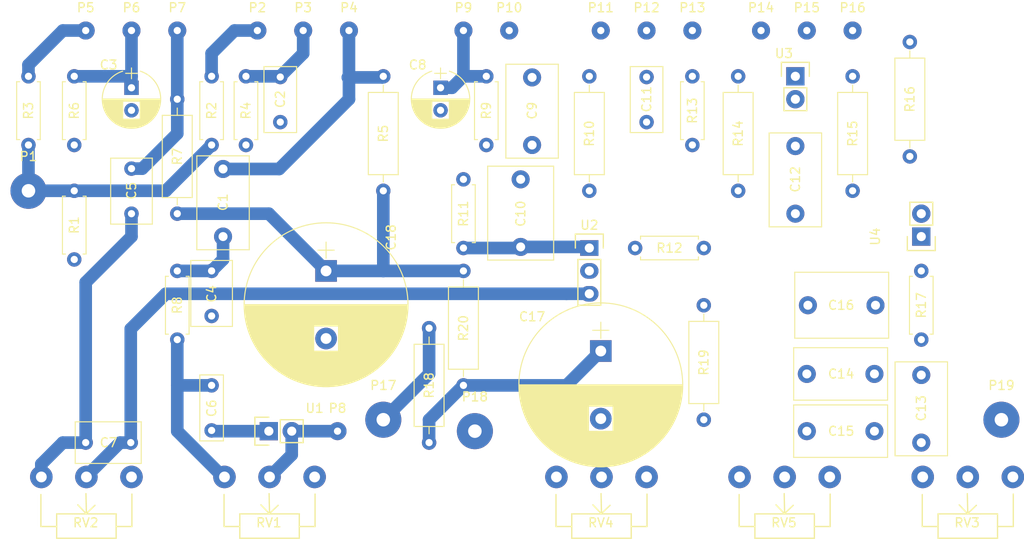
<source format=kicad_pcb>
(kicad_pcb (version 4) (host pcbnew 4.0.0-rc2-stable)

  (general
    (links 84)
    (no_connects 50)
    (area 113.205 53.285 227.70968 113.954581)
    (thickness 1.6)
    (drawings 0)
    (tracks 75)
    (zones 0)
    (modules 66)
    (nets 34)
  )

  (page A4)
  (layers
    (0 F.Cu signal)
    (31 B.Cu signal)
    (32 B.Adhes user)
    (33 F.Adhes user)
    (34 B.Paste user)
    (35 F.Paste user)
    (36 B.SilkS user)
    (37 F.SilkS user)
    (38 B.Mask user)
    (39 F.Mask user)
    (40 Dwgs.User user)
    (41 Cmts.User user)
    (42 Eco1.User user)
    (43 Eco2.User user)
    (44 Edge.Cuts user)
    (45 Margin user)
    (46 B.CrtYd user)
    (47 F.CrtYd user)
    (48 B.Fab user)
    (49 F.Fab user)
  )

  (setup
    (last_trace_width 1.4)
    (user_trace_width 0.4)
    (user_trace_width 0.8)
    (user_trace_width 1)
    (user_trace_width 1.2)
    (user_trace_width 1.4)
    (trace_clearance 0.4)
    (zone_clearance 0.508)
    (zone_45_only no)
    (trace_min 0.2)
    (segment_width 0.2)
    (edge_width 0.15)
    (via_size 0.6)
    (via_drill 0.4)
    (via_min_size 0.4)
    (via_min_drill 0.3)
    (uvia_size 0.3)
    (uvia_drill 0.1)
    (uvias_allowed no)
    (uvia_min_size 0.2)
    (uvia_min_drill 0.1)
    (pcb_text_width 0.3)
    (pcb_text_size 1.5 1.5)
    (mod_edge_width 0.15)
    (mod_text_size 1 1)
    (mod_text_width 0.15)
    (pad_size 1.524 1.524)
    (pad_drill 0.762)
    (pad_to_mask_clearance 0.2)
    (aux_axis_origin 0 0)
    (visible_elements FFFFFF7F)
    (pcbplotparams
      (layerselection 0x00030_80000001)
      (usegerberextensions false)
      (excludeedgelayer true)
      (linewidth 0.100000)
      (plotframeref false)
      (viasonmask false)
      (mode 1)
      (useauxorigin false)
      (hpglpennumber 1)
      (hpglpenspeed 20)
      (hpglpendiameter 15)
      (hpglpenoverlay 2)
      (psnegative false)
      (psa4output false)
      (plotreference true)
      (plotvalue true)
      (plotinvisibletext false)
      (padsonsilk false)
      (subtractmaskfromsilk false)
      (outputformat 1)
      (mirror false)
      (drillshape 1)
      (scaleselection 1)
      (outputdirectory ""))
  )

  (net 0 "")
  (net 1 "Net-(C1-Pad1)")
  (net 2 "Net-(C1-Pad2)")
  (net 3 GND)
  (net 4 "Net-(C2-Pad2)")
  (net 5 "Net-(C3-Pad1)")
  (net 6 "Net-(C4-Pad2)")
  (net 7 "Net-(C5-Pad1)")
  (net 8 "Net-(C5-Pad2)")
  (net 9 "Net-(C6-Pad2)")
  (net 10 "Net-(C7-Pad2)")
  (net 11 "Net-(C8-Pad1)")
  (net 12 "Net-(C10-Pad1)")
  (net 13 "Net-(C9-Pad2)")
  (net 14 "Net-(C10-Pad2)")
  (net 15 "Net-(C11-Pad2)")
  (net 16 "Net-(C12-Pad1)")
  (net 17 "Net-(C12-Pad2)")
  (net 18 "Net-(C13-Pad1)")
  (net 19 "Net-(C14-Pad1)")
  (net 20 "Net-(C14-Pad2)")
  (net 21 "Net-(C15-Pad1)")
  (net 22 "Net-(C16-Pad2)")
  (net 23 +HV1)
  (net 24 +HV2)
  (net 25 "Net-(P1-Pad1)")
  (net 26 "Net-(P2-Pad1)")
  (net 27 "Net-(P5-Pad1)")
  (net 28 "Net-(P8-Pad1)")
  (net 29 "Net-(P11-Pad1)")
  (net 30 "Net-(P13-Pad1)")
  (net 31 VCC)
  (net 32 "Net-(P19-Pad1)")
  (net 33 "Net-(R14-Pad2)")

  (net_class Default "Este es el tipo de red por defecto."
    (clearance 0.4)
    (trace_width 0.6)
    (via_dia 0.6)
    (via_drill 0.4)
    (uvia_dia 0.3)
    (uvia_drill 0.1)
    (add_net +HV1)
    (add_net +HV2)
    (add_net GND)
    (add_net "Net-(C1-Pad1)")
    (add_net "Net-(C1-Pad2)")
    (add_net "Net-(C10-Pad1)")
    (add_net "Net-(C10-Pad2)")
    (add_net "Net-(C11-Pad2)")
    (add_net "Net-(C12-Pad1)")
    (add_net "Net-(C12-Pad2)")
    (add_net "Net-(C13-Pad1)")
    (add_net "Net-(C14-Pad1)")
    (add_net "Net-(C14-Pad2)")
    (add_net "Net-(C15-Pad1)")
    (add_net "Net-(C16-Pad2)")
    (add_net "Net-(C2-Pad2)")
    (add_net "Net-(C3-Pad1)")
    (add_net "Net-(C4-Pad2)")
    (add_net "Net-(C5-Pad1)")
    (add_net "Net-(C5-Pad2)")
    (add_net "Net-(C6-Pad2)")
    (add_net "Net-(C7-Pad2)")
    (add_net "Net-(C8-Pad1)")
    (add_net "Net-(C9-Pad2)")
    (add_net "Net-(P1-Pad1)")
    (add_net "Net-(P11-Pad1)")
    (add_net "Net-(P13-Pad1)")
    (add_net "Net-(P19-Pad1)")
    (add_net "Net-(P2-Pad1)")
    (add_net "Net-(P5-Pad1)")
    (add_net "Net-(P8-Pad1)")
    (add_net "Net-(R14-Pad2)")
    (add_net VCC)
  )

  (module Capacitors_THT:C_Rect_L10.3mm_W5.7mm_P7.50mm_MKS4 (layer F.Cu) (tedit 587E6697) (tstamp 587E6671)
    (at 138.43 80.01 90)
    (descr "C, Rect series, Radial, pin pitch=7.50mm, , length*width=10.3*5.7mm^2, Capacitor, http://www.wima.com/EN/WIMA_MKS_4.pdf")
    (tags "C Rect series Radial pin pitch 7.50mm  length 10.3mm width 5.7mm Capacitor")
    (path /587E5CC7)
    (fp_text reference C1 (at 3.81 0 90) (layer F.SilkS)
      (effects (font (size 1 1) (thickness 0.15)))
    )
    (fp_text value 22n (at 3.75 3.91 90) (layer F.Fab)
      (effects (font (size 1 1) (thickness 0.15)))
    )
    (fp_line (start -1.4 -2.85) (end -1.4 2.85) (layer F.Fab) (width 0.1))
    (fp_line (start -1.4 2.85) (end 8.9 2.85) (layer F.Fab) (width 0.1))
    (fp_line (start 8.9 2.85) (end 8.9 -2.85) (layer F.Fab) (width 0.1))
    (fp_line (start 8.9 -2.85) (end -1.4 -2.85) (layer F.Fab) (width 0.1))
    (fp_line (start -1.46 -2.91) (end 8.96 -2.91) (layer F.SilkS) (width 0.12))
    (fp_line (start -1.46 2.91) (end 8.96 2.91) (layer F.SilkS) (width 0.12))
    (fp_line (start -1.46 -2.91) (end -1.46 2.91) (layer F.SilkS) (width 0.12))
    (fp_line (start 8.96 -2.91) (end 8.96 2.91) (layer F.SilkS) (width 0.12))
    (fp_line (start -1.75 -3.2) (end -1.75 3.2) (layer F.CrtYd) (width 0.05))
    (fp_line (start -1.75 3.2) (end 9.25 3.2) (layer F.CrtYd) (width 0.05))
    (fp_line (start 9.25 3.2) (end 9.25 -3.2) (layer F.CrtYd) (width 0.05))
    (fp_line (start 9.25 -3.2) (end -1.75 -3.2) (layer F.CrtYd) (width 0.05))
    (pad 1 thru_hole circle (at 0 0 90) (size 2 2) (drill 1) (layers *.Cu *.Mask)
      (net 1 "Net-(C1-Pad1)"))
    (pad 2 thru_hole circle (at 7.5 0 90) (size 2 2) (drill 1) (layers *.Cu *.Mask)
      (net 2 "Net-(C1-Pad2)"))
    (model Capacitors_ThroughHole.3dshapes/C_Rect_L10.3mm_W5.7mm_P7.50mm_MKS4.wrl
      (at (xyz 0 0 0))
      (scale (xyz 0.393701 0.393701 0.393701))
      (rotate (xyz 0 0 0))
    )
  )

  (module Capacitors_THT:C_Rect_L7.2mm_W3.5mm_P5.00mm_FKS2_FKP2_MKS2_MKP2 (layer F.Cu) (tedit 587E671B) (tstamp 587E6677)
    (at 144.78 67.31 90)
    (descr "C, Rect series, Radial, pin pitch=5.00mm, , length*width=7.2*3.5mm^2, Capacitor, http://www.wima.com/EN/WIMA_FKS_2.pdf")
    (tags "C Rect series Radial pin pitch 5.00mm  length 7.2mm width 3.5mm Capacitor")
    (path /587E4EBD)
    (fp_text reference C2 (at 2.54 0 90) (layer F.SilkS)
      (effects (font (size 1 1) (thickness 0.15)))
    )
    (fp_text value 680n (at 2.5 2.81 90) (layer F.Fab)
      (effects (font (size 1 1) (thickness 0.15)))
    )
    (fp_line (start -1.1 -1.75) (end -1.1 1.75) (layer F.Fab) (width 0.1))
    (fp_line (start -1.1 1.75) (end 6.1 1.75) (layer F.Fab) (width 0.1))
    (fp_line (start 6.1 1.75) (end 6.1 -1.75) (layer F.Fab) (width 0.1))
    (fp_line (start 6.1 -1.75) (end -1.1 -1.75) (layer F.Fab) (width 0.1))
    (fp_line (start -1.16 -1.81) (end 6.16 -1.81) (layer F.SilkS) (width 0.12))
    (fp_line (start -1.16 1.81) (end 6.16 1.81) (layer F.SilkS) (width 0.12))
    (fp_line (start -1.16 -1.81) (end -1.16 1.81) (layer F.SilkS) (width 0.12))
    (fp_line (start 6.16 -1.81) (end 6.16 1.81) (layer F.SilkS) (width 0.12))
    (fp_line (start -1.45 -2.1) (end -1.45 2.1) (layer F.CrtYd) (width 0.05))
    (fp_line (start -1.45 2.1) (end 6.45 2.1) (layer F.CrtYd) (width 0.05))
    (fp_line (start 6.45 2.1) (end 6.45 -2.1) (layer F.CrtYd) (width 0.05))
    (fp_line (start 6.45 -2.1) (end -1.45 -2.1) (layer F.CrtYd) (width 0.05))
    (pad 1 thru_hole circle (at 0 0 90) (size 1.6 1.6) (drill 0.8) (layers *.Cu *.Mask)
      (net 3 GND))
    (pad 2 thru_hole circle (at 5 0 90) (size 1.6 1.6) (drill 0.8) (layers *.Cu *.Mask)
      (net 4 "Net-(C2-Pad2)"))
    (model Capacitors_ThroughHole.3dshapes/C_Rect_L7.2mm_W3.5mm_P5.00mm_FKS2_FKP2_MKS2_MKP2.wrl
      (at (xyz 0 0 0))
      (scale (xyz 0.393701 0.393701 0.393701))
      (rotate (xyz 0 0 0))
    )
  )

  (module Capacitors_THT:CP_Radial_D6.3mm_P2.50mm (layer F.Cu) (tedit 587E6822) (tstamp 587E667D)
    (at 128.27 63.5 270)
    (descr "CP, Radial series, Radial, pin pitch=2.50mm, , diameter=6.3mm, Electrolytic Capacitor")
    (tags "CP Radial series Radial pin pitch 2.50mm  diameter 6.3mm Electrolytic Capacitor")
    (path /587E4ED7)
    (fp_text reference C3 (at -2.54 2.54 360) (layer F.SilkS)
      (effects (font (size 1 1) (thickness 0.15)))
    )
    (fp_text value 22u (at 5.08 -2.54 360) (layer F.Fab)
      (effects (font (size 1 1) (thickness 0.15)))
    )
    (fp_arc (start 1.25 0) (end -1.838236 -0.98) (angle 144.8) (layer F.SilkS) (width 0.12))
    (fp_arc (start 1.25 0) (end -1.838236 0.98) (angle -144.8) (layer F.SilkS) (width 0.12))
    (fp_arc (start 1.25 0) (end 4.338236 -0.98) (angle 35.2) (layer F.SilkS) (width 0.12))
    (fp_circle (center 1.25 0) (end 4.4 0) (layer F.Fab) (width 0.1))
    (fp_line (start -2.2 0) (end -1 0) (layer F.Fab) (width 0.1))
    (fp_line (start -1.6 -0.65) (end -1.6 0.65) (layer F.Fab) (width 0.1))
    (fp_line (start 1.25 -3.2) (end 1.25 3.2) (layer F.SilkS) (width 0.12))
    (fp_line (start 1.29 -3.2) (end 1.29 3.2) (layer F.SilkS) (width 0.12))
    (fp_line (start 1.33 -3.2) (end 1.33 3.2) (layer F.SilkS) (width 0.12))
    (fp_line (start 1.37 -3.198) (end 1.37 3.198) (layer F.SilkS) (width 0.12))
    (fp_line (start 1.41 -3.197) (end 1.41 3.197) (layer F.SilkS) (width 0.12))
    (fp_line (start 1.45 -3.194) (end 1.45 3.194) (layer F.SilkS) (width 0.12))
    (fp_line (start 1.49 -3.192) (end 1.49 3.192) (layer F.SilkS) (width 0.12))
    (fp_line (start 1.53 -3.188) (end 1.53 -0.98) (layer F.SilkS) (width 0.12))
    (fp_line (start 1.53 0.98) (end 1.53 3.188) (layer F.SilkS) (width 0.12))
    (fp_line (start 1.57 -3.185) (end 1.57 -0.98) (layer F.SilkS) (width 0.12))
    (fp_line (start 1.57 0.98) (end 1.57 3.185) (layer F.SilkS) (width 0.12))
    (fp_line (start 1.61 -3.18) (end 1.61 -0.98) (layer F.SilkS) (width 0.12))
    (fp_line (start 1.61 0.98) (end 1.61 3.18) (layer F.SilkS) (width 0.12))
    (fp_line (start 1.65 -3.176) (end 1.65 -0.98) (layer F.SilkS) (width 0.12))
    (fp_line (start 1.65 0.98) (end 1.65 3.176) (layer F.SilkS) (width 0.12))
    (fp_line (start 1.69 -3.17) (end 1.69 -0.98) (layer F.SilkS) (width 0.12))
    (fp_line (start 1.69 0.98) (end 1.69 3.17) (layer F.SilkS) (width 0.12))
    (fp_line (start 1.73 -3.165) (end 1.73 -0.98) (layer F.SilkS) (width 0.12))
    (fp_line (start 1.73 0.98) (end 1.73 3.165) (layer F.SilkS) (width 0.12))
    (fp_line (start 1.77 -3.158) (end 1.77 -0.98) (layer F.SilkS) (width 0.12))
    (fp_line (start 1.77 0.98) (end 1.77 3.158) (layer F.SilkS) (width 0.12))
    (fp_line (start 1.81 -3.152) (end 1.81 -0.98) (layer F.SilkS) (width 0.12))
    (fp_line (start 1.81 0.98) (end 1.81 3.152) (layer F.SilkS) (width 0.12))
    (fp_line (start 1.85 -3.144) (end 1.85 -0.98) (layer F.SilkS) (width 0.12))
    (fp_line (start 1.85 0.98) (end 1.85 3.144) (layer F.SilkS) (width 0.12))
    (fp_line (start 1.89 -3.137) (end 1.89 -0.98) (layer F.SilkS) (width 0.12))
    (fp_line (start 1.89 0.98) (end 1.89 3.137) (layer F.SilkS) (width 0.12))
    (fp_line (start 1.93 -3.128) (end 1.93 -0.98) (layer F.SilkS) (width 0.12))
    (fp_line (start 1.93 0.98) (end 1.93 3.128) (layer F.SilkS) (width 0.12))
    (fp_line (start 1.971 -3.119) (end 1.971 -0.98) (layer F.SilkS) (width 0.12))
    (fp_line (start 1.971 0.98) (end 1.971 3.119) (layer F.SilkS) (width 0.12))
    (fp_line (start 2.011 -3.11) (end 2.011 -0.98) (layer F.SilkS) (width 0.12))
    (fp_line (start 2.011 0.98) (end 2.011 3.11) (layer F.SilkS) (width 0.12))
    (fp_line (start 2.051 -3.1) (end 2.051 -0.98) (layer F.SilkS) (width 0.12))
    (fp_line (start 2.051 0.98) (end 2.051 3.1) (layer F.SilkS) (width 0.12))
    (fp_line (start 2.091 -3.09) (end 2.091 -0.98) (layer F.SilkS) (width 0.12))
    (fp_line (start 2.091 0.98) (end 2.091 3.09) (layer F.SilkS) (width 0.12))
    (fp_line (start 2.131 -3.079) (end 2.131 -0.98) (layer F.SilkS) (width 0.12))
    (fp_line (start 2.131 0.98) (end 2.131 3.079) (layer F.SilkS) (width 0.12))
    (fp_line (start 2.171 -3.067) (end 2.171 -0.98) (layer F.SilkS) (width 0.12))
    (fp_line (start 2.171 0.98) (end 2.171 3.067) (layer F.SilkS) (width 0.12))
    (fp_line (start 2.211 -3.055) (end 2.211 -0.98) (layer F.SilkS) (width 0.12))
    (fp_line (start 2.211 0.98) (end 2.211 3.055) (layer F.SilkS) (width 0.12))
    (fp_line (start 2.251 -3.042) (end 2.251 -0.98) (layer F.SilkS) (width 0.12))
    (fp_line (start 2.251 0.98) (end 2.251 3.042) (layer F.SilkS) (width 0.12))
    (fp_line (start 2.291 -3.029) (end 2.291 -0.98) (layer F.SilkS) (width 0.12))
    (fp_line (start 2.291 0.98) (end 2.291 3.029) (layer F.SilkS) (width 0.12))
    (fp_line (start 2.331 -3.015) (end 2.331 -0.98) (layer F.SilkS) (width 0.12))
    (fp_line (start 2.331 0.98) (end 2.331 3.015) (layer F.SilkS) (width 0.12))
    (fp_line (start 2.371 -3.001) (end 2.371 -0.98) (layer F.SilkS) (width 0.12))
    (fp_line (start 2.371 0.98) (end 2.371 3.001) (layer F.SilkS) (width 0.12))
    (fp_line (start 2.411 -2.986) (end 2.411 -0.98) (layer F.SilkS) (width 0.12))
    (fp_line (start 2.411 0.98) (end 2.411 2.986) (layer F.SilkS) (width 0.12))
    (fp_line (start 2.451 -2.97) (end 2.451 -0.98) (layer F.SilkS) (width 0.12))
    (fp_line (start 2.451 0.98) (end 2.451 2.97) (layer F.SilkS) (width 0.12))
    (fp_line (start 2.491 -2.954) (end 2.491 -0.98) (layer F.SilkS) (width 0.12))
    (fp_line (start 2.491 0.98) (end 2.491 2.954) (layer F.SilkS) (width 0.12))
    (fp_line (start 2.531 -2.937) (end 2.531 -0.98) (layer F.SilkS) (width 0.12))
    (fp_line (start 2.531 0.98) (end 2.531 2.937) (layer F.SilkS) (width 0.12))
    (fp_line (start 2.571 -2.919) (end 2.571 -0.98) (layer F.SilkS) (width 0.12))
    (fp_line (start 2.571 0.98) (end 2.571 2.919) (layer F.SilkS) (width 0.12))
    (fp_line (start 2.611 -2.901) (end 2.611 -0.98) (layer F.SilkS) (width 0.12))
    (fp_line (start 2.611 0.98) (end 2.611 2.901) (layer F.SilkS) (width 0.12))
    (fp_line (start 2.651 -2.882) (end 2.651 -0.98) (layer F.SilkS) (width 0.12))
    (fp_line (start 2.651 0.98) (end 2.651 2.882) (layer F.SilkS) (width 0.12))
    (fp_line (start 2.691 -2.863) (end 2.691 -0.98) (layer F.SilkS) (width 0.12))
    (fp_line (start 2.691 0.98) (end 2.691 2.863) (layer F.SilkS) (width 0.12))
    (fp_line (start 2.731 -2.843) (end 2.731 -0.98) (layer F.SilkS) (width 0.12))
    (fp_line (start 2.731 0.98) (end 2.731 2.843) (layer F.SilkS) (width 0.12))
    (fp_line (start 2.771 -2.822) (end 2.771 -0.98) (layer F.SilkS) (width 0.12))
    (fp_line (start 2.771 0.98) (end 2.771 2.822) (layer F.SilkS) (width 0.12))
    (fp_line (start 2.811 -2.8) (end 2.811 -0.98) (layer F.SilkS) (width 0.12))
    (fp_line (start 2.811 0.98) (end 2.811 2.8) (layer F.SilkS) (width 0.12))
    (fp_line (start 2.851 -2.778) (end 2.851 -0.98) (layer F.SilkS) (width 0.12))
    (fp_line (start 2.851 0.98) (end 2.851 2.778) (layer F.SilkS) (width 0.12))
    (fp_line (start 2.891 -2.755) (end 2.891 -0.98) (layer F.SilkS) (width 0.12))
    (fp_line (start 2.891 0.98) (end 2.891 2.755) (layer F.SilkS) (width 0.12))
    (fp_line (start 2.931 -2.731) (end 2.931 -0.98) (layer F.SilkS) (width 0.12))
    (fp_line (start 2.931 0.98) (end 2.931 2.731) (layer F.SilkS) (width 0.12))
    (fp_line (start 2.971 -2.706) (end 2.971 -0.98) (layer F.SilkS) (width 0.12))
    (fp_line (start 2.971 0.98) (end 2.971 2.706) (layer F.SilkS) (width 0.12))
    (fp_line (start 3.011 -2.681) (end 3.011 -0.98) (layer F.SilkS) (width 0.12))
    (fp_line (start 3.011 0.98) (end 3.011 2.681) (layer F.SilkS) (width 0.12))
    (fp_line (start 3.051 -2.654) (end 3.051 -0.98) (layer F.SilkS) (width 0.12))
    (fp_line (start 3.051 0.98) (end 3.051 2.654) (layer F.SilkS) (width 0.12))
    (fp_line (start 3.091 -2.627) (end 3.091 -0.98) (layer F.SilkS) (width 0.12))
    (fp_line (start 3.091 0.98) (end 3.091 2.627) (layer F.SilkS) (width 0.12))
    (fp_line (start 3.131 -2.599) (end 3.131 -0.98) (layer F.SilkS) (width 0.12))
    (fp_line (start 3.131 0.98) (end 3.131 2.599) (layer F.SilkS) (width 0.12))
    (fp_line (start 3.171 -2.57) (end 3.171 -0.98) (layer F.SilkS) (width 0.12))
    (fp_line (start 3.171 0.98) (end 3.171 2.57) (layer F.SilkS) (width 0.12))
    (fp_line (start 3.211 -2.54) (end 3.211 -0.98) (layer F.SilkS) (width 0.12))
    (fp_line (start 3.211 0.98) (end 3.211 2.54) (layer F.SilkS) (width 0.12))
    (fp_line (start 3.251 -2.51) (end 3.251 -0.98) (layer F.SilkS) (width 0.12))
    (fp_line (start 3.251 0.98) (end 3.251 2.51) (layer F.SilkS) (width 0.12))
    (fp_line (start 3.291 -2.478) (end 3.291 -0.98) (layer F.SilkS) (width 0.12))
    (fp_line (start 3.291 0.98) (end 3.291 2.478) (layer F.SilkS) (width 0.12))
    (fp_line (start 3.331 -2.445) (end 3.331 -0.98) (layer F.SilkS) (width 0.12))
    (fp_line (start 3.331 0.98) (end 3.331 2.445) (layer F.SilkS) (width 0.12))
    (fp_line (start 3.371 -2.411) (end 3.371 -0.98) (layer F.SilkS) (width 0.12))
    (fp_line (start 3.371 0.98) (end 3.371 2.411) (layer F.SilkS) (width 0.12))
    (fp_line (start 3.411 -2.375) (end 3.411 -0.98) (layer F.SilkS) (width 0.12))
    (fp_line (start 3.411 0.98) (end 3.411 2.375) (layer F.SilkS) (width 0.12))
    (fp_line (start 3.451 -2.339) (end 3.451 -0.98) (layer F.SilkS) (width 0.12))
    (fp_line (start 3.451 0.98) (end 3.451 2.339) (layer F.SilkS) (width 0.12))
    (fp_line (start 3.491 -2.301) (end 3.491 2.301) (layer F.SilkS) (width 0.12))
    (fp_line (start 3.531 -2.262) (end 3.531 2.262) (layer F.SilkS) (width 0.12))
    (fp_line (start 3.571 -2.222) (end 3.571 2.222) (layer F.SilkS) (width 0.12))
    (fp_line (start 3.611 -2.18) (end 3.611 2.18) (layer F.SilkS) (width 0.12))
    (fp_line (start 3.651 -2.137) (end 3.651 2.137) (layer F.SilkS) (width 0.12))
    (fp_line (start 3.691 -2.092) (end 3.691 2.092) (layer F.SilkS) (width 0.12))
    (fp_line (start 3.731 -2.045) (end 3.731 2.045) (layer F.SilkS) (width 0.12))
    (fp_line (start 3.771 -1.997) (end 3.771 1.997) (layer F.SilkS) (width 0.12))
    (fp_line (start 3.811 -1.946) (end 3.811 1.946) (layer F.SilkS) (width 0.12))
    (fp_line (start 3.851 -1.894) (end 3.851 1.894) (layer F.SilkS) (width 0.12))
    (fp_line (start 3.891 -1.839) (end 3.891 1.839) (layer F.SilkS) (width 0.12))
    (fp_line (start 3.931 -1.781) (end 3.931 1.781) (layer F.SilkS) (width 0.12))
    (fp_line (start 3.971 -1.721) (end 3.971 1.721) (layer F.SilkS) (width 0.12))
    (fp_line (start 4.011 -1.658) (end 4.011 1.658) (layer F.SilkS) (width 0.12))
    (fp_line (start 4.051 -1.591) (end 4.051 1.591) (layer F.SilkS) (width 0.12))
    (fp_line (start 4.091 -1.52) (end 4.091 1.52) (layer F.SilkS) (width 0.12))
    (fp_line (start 4.131 -1.445) (end 4.131 1.445) (layer F.SilkS) (width 0.12))
    (fp_line (start 4.171 -1.364) (end 4.171 1.364) (layer F.SilkS) (width 0.12))
    (fp_line (start 4.211 -1.278) (end 4.211 1.278) (layer F.SilkS) (width 0.12))
    (fp_line (start 4.251 -1.184) (end 4.251 1.184) (layer F.SilkS) (width 0.12))
    (fp_line (start 4.291 -1.081) (end 4.291 1.081) (layer F.SilkS) (width 0.12))
    (fp_line (start 4.331 -0.966) (end 4.331 0.966) (layer F.SilkS) (width 0.12))
    (fp_line (start 4.371 -0.834) (end 4.371 0.834) (layer F.SilkS) (width 0.12))
    (fp_line (start 4.411 -0.676) (end 4.411 0.676) (layer F.SilkS) (width 0.12))
    (fp_line (start 4.451 -0.468) (end 4.451 0.468) (layer F.SilkS) (width 0.12))
    (fp_line (start -2.2 0) (end -1 0) (layer F.SilkS) (width 0.12))
    (fp_line (start -1.6 -0.65) (end -1.6 0.65) (layer F.SilkS) (width 0.12))
    (fp_line (start -2.25 -3.5) (end -2.25 3.5) (layer F.CrtYd) (width 0.05))
    (fp_line (start -2.25 3.5) (end 4.75 3.5) (layer F.CrtYd) (width 0.05))
    (fp_line (start 4.75 3.5) (end 4.75 -3.5) (layer F.CrtYd) (width 0.05))
    (fp_line (start 4.75 -3.5) (end -2.25 -3.5) (layer F.CrtYd) (width 0.05))
    (pad 1 thru_hole rect (at 0 0 270) (size 1.6 1.6) (drill 0.8) (layers *.Cu *.Mask)
      (net 5 "Net-(C3-Pad1)"))
    (pad 2 thru_hole circle (at 2.5 0 270) (size 1.6 1.6) (drill 0.8) (layers *.Cu *.Mask)
      (net 3 GND))
    (model Capacitors_ThroughHole.3dshapes/CP_Radial_D6.3mm_P2.50mm.wrl
      (at (xyz 0 0 0))
      (scale (xyz 0.393701 0.393701 0.393701))
      (rotate (xyz 0 0 0))
    )
  )

  (module Capacitors_THT:C_Rect_L7.2mm_W4.5mm_P5.00mm_FKS2_FKP2_MKS2_MKP2 (layer F.Cu) (tedit 587E6716) (tstamp 587E6683)
    (at 137.16 83.82 270)
    (descr "C, Rect series, Radial, pin pitch=5.00mm, , length*width=7.2*4.5mm^2, Capacitor, http://www.wima.com/EN/WIMA_FKS_2.pdf")
    (tags "C Rect series Radial pin pitch 5.00mm  length 7.2mm width 4.5mm Capacitor")
    (path /587E4EEB)
    (fp_text reference C4 (at 2.54 0 270) (layer F.SilkS)
      (effects (font (size 1 1) (thickness 0.15)))
    )
    (fp_text value 470p (at 2.5 3.31 270) (layer F.Fab)
      (effects (font (size 1 1) (thickness 0.15)))
    )
    (fp_line (start -1.1 -2.25) (end -1.1 2.25) (layer F.Fab) (width 0.1))
    (fp_line (start -1.1 2.25) (end 6.1 2.25) (layer F.Fab) (width 0.1))
    (fp_line (start 6.1 2.25) (end 6.1 -2.25) (layer F.Fab) (width 0.1))
    (fp_line (start 6.1 -2.25) (end -1.1 -2.25) (layer F.Fab) (width 0.1))
    (fp_line (start -1.16 -2.31) (end 6.16 -2.31) (layer F.SilkS) (width 0.12))
    (fp_line (start -1.16 2.31) (end 6.16 2.31) (layer F.SilkS) (width 0.12))
    (fp_line (start -1.16 -2.31) (end -1.16 2.31) (layer F.SilkS) (width 0.12))
    (fp_line (start 6.16 -2.31) (end 6.16 2.31) (layer F.SilkS) (width 0.12))
    (fp_line (start -1.45 -2.6) (end -1.45 2.6) (layer F.CrtYd) (width 0.05))
    (fp_line (start -1.45 2.6) (end 6.45 2.6) (layer F.CrtYd) (width 0.05))
    (fp_line (start 6.45 2.6) (end 6.45 -2.6) (layer F.CrtYd) (width 0.05))
    (fp_line (start 6.45 -2.6) (end -1.45 -2.6) (layer F.CrtYd) (width 0.05))
    (pad 1 thru_hole circle (at 0 0 270) (size 1.6 1.6) (drill 0.8) (layers *.Cu *.Mask)
      (net 1 "Net-(C1-Pad1)"))
    (pad 2 thru_hole circle (at 5 0 270) (size 1.6 1.6) (drill 0.8) (layers *.Cu *.Mask)
      (net 6 "Net-(C4-Pad2)"))
    (model Capacitors_ThroughHole.3dshapes/C_Rect_L7.2mm_W4.5mm_P5.00mm_FKS2_FKP2_MKS2_MKP2.wrl
      (at (xyz 0 0 0))
      (scale (xyz 0.393701 0.393701 0.393701))
      (rotate (xyz 0 0 0))
    )
  )

  (module Capacitors_THT:C_Rect_L7.2mm_W4.5mm_P5.00mm_FKS2_FKP2_MKS2_MKP2 (layer F.Cu) (tedit 587E670A) (tstamp 587E6689)
    (at 128.27 77.47 90)
    (descr "C, Rect series, Radial, pin pitch=5.00mm, , length*width=7.2*4.5mm^2, Capacitor, http://www.wima.com/EN/WIMA_FKS_2.pdf")
    (tags "C Rect series Radial pin pitch 5.00mm  length 7.2mm width 4.5mm Capacitor")
    (path /587E4EC1)
    (fp_text reference C5 (at 2.54 0 90) (layer F.SilkS)
      (effects (font (size 1 1) (thickness 0.15)))
    )
    (fp_text value 470p (at 2.5 3.31 90) (layer F.Fab)
      (effects (font (size 1 1) (thickness 0.15)))
    )
    (fp_line (start -1.1 -2.25) (end -1.1 2.25) (layer F.Fab) (width 0.1))
    (fp_line (start -1.1 2.25) (end 6.1 2.25) (layer F.Fab) (width 0.1))
    (fp_line (start 6.1 2.25) (end 6.1 -2.25) (layer F.Fab) (width 0.1))
    (fp_line (start 6.1 -2.25) (end -1.1 -2.25) (layer F.Fab) (width 0.1))
    (fp_line (start -1.16 -2.31) (end 6.16 -2.31) (layer F.SilkS) (width 0.12))
    (fp_line (start -1.16 2.31) (end 6.16 2.31) (layer F.SilkS) (width 0.12))
    (fp_line (start -1.16 -2.31) (end -1.16 2.31) (layer F.SilkS) (width 0.12))
    (fp_line (start 6.16 -2.31) (end 6.16 2.31) (layer F.SilkS) (width 0.12))
    (fp_line (start -1.45 -2.6) (end -1.45 2.6) (layer F.CrtYd) (width 0.05))
    (fp_line (start -1.45 2.6) (end 6.45 2.6) (layer F.CrtYd) (width 0.05))
    (fp_line (start 6.45 2.6) (end 6.45 -2.6) (layer F.CrtYd) (width 0.05))
    (fp_line (start 6.45 -2.6) (end -1.45 -2.6) (layer F.CrtYd) (width 0.05))
    (pad 1 thru_hole circle (at 0 0 90) (size 1.6 1.6) (drill 0.8) (layers *.Cu *.Mask)
      (net 7 "Net-(C5-Pad1)"))
    (pad 2 thru_hole circle (at 5 0 90) (size 1.6 1.6) (drill 0.8) (layers *.Cu *.Mask)
      (net 8 "Net-(C5-Pad2)"))
    (model Capacitors_ThroughHole.3dshapes/C_Rect_L7.2mm_W4.5mm_P5.00mm_FKS2_FKP2_MKS2_MKP2.wrl
      (at (xyz 0 0 0))
      (scale (xyz 0.393701 0.393701 0.393701))
      (rotate (xyz 0 0 0))
    )
  )

  (module Capacitors_THT:C_Rect_L7.2mm_W2.5mm_P5.00mm_FKS2_FKP2_MKS2_MKP2 (layer F.Cu) (tedit 587E6683) (tstamp 587E668F)
    (at 137.16 96.52 270)
    (descr "C, Rect series, Radial, pin pitch=5.00mm, , length*width=7.2*2.5mm^2, Capacitor, http://www.wima.com/EN/WIMA_FKS_2.pdf")
    (tags "C Rect series Radial pin pitch 5.00mm  length 7.2mm width 2.5mm Capacitor")
    (path /587E4EEE)
    (fp_text reference C6 (at 2.54 0 270) (layer F.SilkS)
      (effects (font (size 1 1) (thickness 0.15)))
    )
    (fp_text value 1n (at 2.5 2.31 270) (layer F.Fab)
      (effects (font (size 1 1) (thickness 0.15)))
    )
    (fp_line (start -1.1 -1.25) (end -1.1 1.25) (layer F.Fab) (width 0.1))
    (fp_line (start -1.1 1.25) (end 6.1 1.25) (layer F.Fab) (width 0.1))
    (fp_line (start 6.1 1.25) (end 6.1 -1.25) (layer F.Fab) (width 0.1))
    (fp_line (start 6.1 -1.25) (end -1.1 -1.25) (layer F.Fab) (width 0.1))
    (fp_line (start -1.16 -1.31) (end 6.16 -1.31) (layer F.SilkS) (width 0.12))
    (fp_line (start -1.16 1.31) (end 6.16 1.31) (layer F.SilkS) (width 0.12))
    (fp_line (start -1.16 -1.31) (end -1.16 1.31) (layer F.SilkS) (width 0.12))
    (fp_line (start 6.16 -1.31) (end 6.16 1.31) (layer F.SilkS) (width 0.12))
    (fp_line (start -1.45 -1.6) (end -1.45 1.6) (layer F.CrtYd) (width 0.05))
    (fp_line (start -1.45 1.6) (end 6.45 1.6) (layer F.CrtYd) (width 0.05))
    (fp_line (start 6.45 1.6) (end 6.45 -1.6) (layer F.CrtYd) (width 0.05))
    (fp_line (start 6.45 -1.6) (end -1.45 -1.6) (layer F.CrtYd) (width 0.05))
    (pad 1 thru_hole circle (at 0 0 270) (size 1.6 1.6) (drill 0.8) (layers *.Cu *.Mask)
      (net 6 "Net-(C4-Pad2)"))
    (pad 2 thru_hole circle (at 5 0 270) (size 1.6 1.6) (drill 0.8) (layers *.Cu *.Mask)
      (net 9 "Net-(C6-Pad2)"))
    (model Capacitors_ThroughHole.3dshapes/C_Rect_L7.2mm_W2.5mm_P5.00mm_FKS2_FKP2_MKS2_MKP2.wrl
      (at (xyz 0 0 0))
      (scale (xyz 0.393701 0.393701 0.393701))
      (rotate (xyz 0 0 0))
    )
  )

  (module Capacitors_THT:C_Rect_L7.2mm_W4.5mm_P5.00mm_FKS2_FKP2_MKS2_MKP2 (layer F.Cu) (tedit 587E676C) (tstamp 587E6695)
    (at 123.19 102.87)
    (descr "C, Rect series, Radial, pin pitch=5.00mm, , length*width=7.2*4.5mm^2, Capacitor, http://www.wima.com/EN/WIMA_FKS_2.pdf")
    (tags "C Rect series Radial pin pitch 5.00mm  length 7.2mm width 4.5mm Capacitor")
    (path /587E4EEF)
    (fp_text reference C7 (at 2.54 0) (layer F.SilkS)
      (effects (font (size 1 1) (thickness 0.15)))
    )
    (fp_text value 100p (at 2.5 3.31) (layer F.Fab)
      (effects (font (size 1 1) (thickness 0.15)))
    )
    (fp_line (start -1.1 -2.25) (end -1.1 2.25) (layer F.Fab) (width 0.1))
    (fp_line (start -1.1 2.25) (end 6.1 2.25) (layer F.Fab) (width 0.1))
    (fp_line (start 6.1 2.25) (end 6.1 -2.25) (layer F.Fab) (width 0.1))
    (fp_line (start 6.1 -2.25) (end -1.1 -2.25) (layer F.Fab) (width 0.1))
    (fp_line (start -1.16 -2.31) (end 6.16 -2.31) (layer F.SilkS) (width 0.12))
    (fp_line (start -1.16 2.31) (end 6.16 2.31) (layer F.SilkS) (width 0.12))
    (fp_line (start -1.16 -2.31) (end -1.16 2.31) (layer F.SilkS) (width 0.12))
    (fp_line (start 6.16 -2.31) (end 6.16 2.31) (layer F.SilkS) (width 0.12))
    (fp_line (start -1.45 -2.6) (end -1.45 2.6) (layer F.CrtYd) (width 0.05))
    (fp_line (start -1.45 2.6) (end 6.45 2.6) (layer F.CrtYd) (width 0.05))
    (fp_line (start 6.45 2.6) (end 6.45 -2.6) (layer F.CrtYd) (width 0.05))
    (fp_line (start 6.45 -2.6) (end -1.45 -2.6) (layer F.CrtYd) (width 0.05))
    (pad 1 thru_hole circle (at 0 0) (size 1.6 1.6) (drill 0.8) (layers *.Cu *.Mask)
      (net 7 "Net-(C5-Pad1)"))
    (pad 2 thru_hole circle (at 5 0) (size 1.6 1.6) (drill 0.8) (layers *.Cu *.Mask)
      (net 10 "Net-(C7-Pad2)"))
    (model Capacitors_ThroughHole.3dshapes/C_Rect_L7.2mm_W4.5mm_P5.00mm_FKS2_FKP2_MKS2_MKP2.wrl
      (at (xyz 0 0 0))
      (scale (xyz 0.393701 0.393701 0.393701))
      (rotate (xyz 0 0 0))
    )
  )

  (module Capacitors_THT:CP_Radial_D6.3mm_P2.50mm (layer F.Cu) (tedit 587E681C) (tstamp 587E669B)
    (at 162.56 63.5 270)
    (descr "CP, Radial series, Radial, pin pitch=2.50mm, , diameter=6.3mm, Electrolytic Capacitor")
    (tags "CP Radial series Radial pin pitch 2.50mm  diameter 6.3mm Electrolytic Capacitor")
    (path /587E4EEA)
    (fp_text reference C8 (at -2.54 2.54 360) (layer F.SilkS)
      (effects (font (size 1 1) (thickness 0.15)))
    )
    (fp_text value 22u (at 5.08 -2.54 360) (layer F.Fab)
      (effects (font (size 1 1) (thickness 0.15)))
    )
    (fp_arc (start 1.25 0) (end -1.838236 -0.98) (angle 144.8) (layer F.SilkS) (width 0.12))
    (fp_arc (start 1.25 0) (end -1.838236 0.98) (angle -144.8) (layer F.SilkS) (width 0.12))
    (fp_arc (start 1.25 0) (end 4.338236 -0.98) (angle 35.2) (layer F.SilkS) (width 0.12))
    (fp_circle (center 1.25 0) (end 4.4 0) (layer F.Fab) (width 0.1))
    (fp_line (start -2.2 0) (end -1 0) (layer F.Fab) (width 0.1))
    (fp_line (start -1.6 -0.65) (end -1.6 0.65) (layer F.Fab) (width 0.1))
    (fp_line (start 1.25 -3.2) (end 1.25 3.2) (layer F.SilkS) (width 0.12))
    (fp_line (start 1.29 -3.2) (end 1.29 3.2) (layer F.SilkS) (width 0.12))
    (fp_line (start 1.33 -3.2) (end 1.33 3.2) (layer F.SilkS) (width 0.12))
    (fp_line (start 1.37 -3.198) (end 1.37 3.198) (layer F.SilkS) (width 0.12))
    (fp_line (start 1.41 -3.197) (end 1.41 3.197) (layer F.SilkS) (width 0.12))
    (fp_line (start 1.45 -3.194) (end 1.45 3.194) (layer F.SilkS) (width 0.12))
    (fp_line (start 1.49 -3.192) (end 1.49 3.192) (layer F.SilkS) (width 0.12))
    (fp_line (start 1.53 -3.188) (end 1.53 -0.98) (layer F.SilkS) (width 0.12))
    (fp_line (start 1.53 0.98) (end 1.53 3.188) (layer F.SilkS) (width 0.12))
    (fp_line (start 1.57 -3.185) (end 1.57 -0.98) (layer F.SilkS) (width 0.12))
    (fp_line (start 1.57 0.98) (end 1.57 3.185) (layer F.SilkS) (width 0.12))
    (fp_line (start 1.61 -3.18) (end 1.61 -0.98) (layer F.SilkS) (width 0.12))
    (fp_line (start 1.61 0.98) (end 1.61 3.18) (layer F.SilkS) (width 0.12))
    (fp_line (start 1.65 -3.176) (end 1.65 -0.98) (layer F.SilkS) (width 0.12))
    (fp_line (start 1.65 0.98) (end 1.65 3.176) (layer F.SilkS) (width 0.12))
    (fp_line (start 1.69 -3.17) (end 1.69 -0.98) (layer F.SilkS) (width 0.12))
    (fp_line (start 1.69 0.98) (end 1.69 3.17) (layer F.SilkS) (width 0.12))
    (fp_line (start 1.73 -3.165) (end 1.73 -0.98) (layer F.SilkS) (width 0.12))
    (fp_line (start 1.73 0.98) (end 1.73 3.165) (layer F.SilkS) (width 0.12))
    (fp_line (start 1.77 -3.158) (end 1.77 -0.98) (layer F.SilkS) (width 0.12))
    (fp_line (start 1.77 0.98) (end 1.77 3.158) (layer F.SilkS) (width 0.12))
    (fp_line (start 1.81 -3.152) (end 1.81 -0.98) (layer F.SilkS) (width 0.12))
    (fp_line (start 1.81 0.98) (end 1.81 3.152) (layer F.SilkS) (width 0.12))
    (fp_line (start 1.85 -3.144) (end 1.85 -0.98) (layer F.SilkS) (width 0.12))
    (fp_line (start 1.85 0.98) (end 1.85 3.144) (layer F.SilkS) (width 0.12))
    (fp_line (start 1.89 -3.137) (end 1.89 -0.98) (layer F.SilkS) (width 0.12))
    (fp_line (start 1.89 0.98) (end 1.89 3.137) (layer F.SilkS) (width 0.12))
    (fp_line (start 1.93 -3.128) (end 1.93 -0.98) (layer F.SilkS) (width 0.12))
    (fp_line (start 1.93 0.98) (end 1.93 3.128) (layer F.SilkS) (width 0.12))
    (fp_line (start 1.971 -3.119) (end 1.971 -0.98) (layer F.SilkS) (width 0.12))
    (fp_line (start 1.971 0.98) (end 1.971 3.119) (layer F.SilkS) (width 0.12))
    (fp_line (start 2.011 -3.11) (end 2.011 -0.98) (layer F.SilkS) (width 0.12))
    (fp_line (start 2.011 0.98) (end 2.011 3.11) (layer F.SilkS) (width 0.12))
    (fp_line (start 2.051 -3.1) (end 2.051 -0.98) (layer F.SilkS) (width 0.12))
    (fp_line (start 2.051 0.98) (end 2.051 3.1) (layer F.SilkS) (width 0.12))
    (fp_line (start 2.091 -3.09) (end 2.091 -0.98) (layer F.SilkS) (width 0.12))
    (fp_line (start 2.091 0.98) (end 2.091 3.09) (layer F.SilkS) (width 0.12))
    (fp_line (start 2.131 -3.079) (end 2.131 -0.98) (layer F.SilkS) (width 0.12))
    (fp_line (start 2.131 0.98) (end 2.131 3.079) (layer F.SilkS) (width 0.12))
    (fp_line (start 2.171 -3.067) (end 2.171 -0.98) (layer F.SilkS) (width 0.12))
    (fp_line (start 2.171 0.98) (end 2.171 3.067) (layer F.SilkS) (width 0.12))
    (fp_line (start 2.211 -3.055) (end 2.211 -0.98) (layer F.SilkS) (width 0.12))
    (fp_line (start 2.211 0.98) (end 2.211 3.055) (layer F.SilkS) (width 0.12))
    (fp_line (start 2.251 -3.042) (end 2.251 -0.98) (layer F.SilkS) (width 0.12))
    (fp_line (start 2.251 0.98) (end 2.251 3.042) (layer F.SilkS) (width 0.12))
    (fp_line (start 2.291 -3.029) (end 2.291 -0.98) (layer F.SilkS) (width 0.12))
    (fp_line (start 2.291 0.98) (end 2.291 3.029) (layer F.SilkS) (width 0.12))
    (fp_line (start 2.331 -3.015) (end 2.331 -0.98) (layer F.SilkS) (width 0.12))
    (fp_line (start 2.331 0.98) (end 2.331 3.015) (layer F.SilkS) (width 0.12))
    (fp_line (start 2.371 -3.001) (end 2.371 -0.98) (layer F.SilkS) (width 0.12))
    (fp_line (start 2.371 0.98) (end 2.371 3.001) (layer F.SilkS) (width 0.12))
    (fp_line (start 2.411 -2.986) (end 2.411 -0.98) (layer F.SilkS) (width 0.12))
    (fp_line (start 2.411 0.98) (end 2.411 2.986) (layer F.SilkS) (width 0.12))
    (fp_line (start 2.451 -2.97) (end 2.451 -0.98) (layer F.SilkS) (width 0.12))
    (fp_line (start 2.451 0.98) (end 2.451 2.97) (layer F.SilkS) (width 0.12))
    (fp_line (start 2.491 -2.954) (end 2.491 -0.98) (layer F.SilkS) (width 0.12))
    (fp_line (start 2.491 0.98) (end 2.491 2.954) (layer F.SilkS) (width 0.12))
    (fp_line (start 2.531 -2.937) (end 2.531 -0.98) (layer F.SilkS) (width 0.12))
    (fp_line (start 2.531 0.98) (end 2.531 2.937) (layer F.SilkS) (width 0.12))
    (fp_line (start 2.571 -2.919) (end 2.571 -0.98) (layer F.SilkS) (width 0.12))
    (fp_line (start 2.571 0.98) (end 2.571 2.919) (layer F.SilkS) (width 0.12))
    (fp_line (start 2.611 -2.901) (end 2.611 -0.98) (layer F.SilkS) (width 0.12))
    (fp_line (start 2.611 0.98) (end 2.611 2.901) (layer F.SilkS) (width 0.12))
    (fp_line (start 2.651 -2.882) (end 2.651 -0.98) (layer F.SilkS) (width 0.12))
    (fp_line (start 2.651 0.98) (end 2.651 2.882) (layer F.SilkS) (width 0.12))
    (fp_line (start 2.691 -2.863) (end 2.691 -0.98) (layer F.SilkS) (width 0.12))
    (fp_line (start 2.691 0.98) (end 2.691 2.863) (layer F.SilkS) (width 0.12))
    (fp_line (start 2.731 -2.843) (end 2.731 -0.98) (layer F.SilkS) (width 0.12))
    (fp_line (start 2.731 0.98) (end 2.731 2.843) (layer F.SilkS) (width 0.12))
    (fp_line (start 2.771 -2.822) (end 2.771 -0.98) (layer F.SilkS) (width 0.12))
    (fp_line (start 2.771 0.98) (end 2.771 2.822) (layer F.SilkS) (width 0.12))
    (fp_line (start 2.811 -2.8) (end 2.811 -0.98) (layer F.SilkS) (width 0.12))
    (fp_line (start 2.811 0.98) (end 2.811 2.8) (layer F.SilkS) (width 0.12))
    (fp_line (start 2.851 -2.778) (end 2.851 -0.98) (layer F.SilkS) (width 0.12))
    (fp_line (start 2.851 0.98) (end 2.851 2.778) (layer F.SilkS) (width 0.12))
    (fp_line (start 2.891 -2.755) (end 2.891 -0.98) (layer F.SilkS) (width 0.12))
    (fp_line (start 2.891 0.98) (end 2.891 2.755) (layer F.SilkS) (width 0.12))
    (fp_line (start 2.931 -2.731) (end 2.931 -0.98) (layer F.SilkS) (width 0.12))
    (fp_line (start 2.931 0.98) (end 2.931 2.731) (layer F.SilkS) (width 0.12))
    (fp_line (start 2.971 -2.706) (end 2.971 -0.98) (layer F.SilkS) (width 0.12))
    (fp_line (start 2.971 0.98) (end 2.971 2.706) (layer F.SilkS) (width 0.12))
    (fp_line (start 3.011 -2.681) (end 3.011 -0.98) (layer F.SilkS) (width 0.12))
    (fp_line (start 3.011 0.98) (end 3.011 2.681) (layer F.SilkS) (width 0.12))
    (fp_line (start 3.051 -2.654) (end 3.051 -0.98) (layer F.SilkS) (width 0.12))
    (fp_line (start 3.051 0.98) (end 3.051 2.654) (layer F.SilkS) (width 0.12))
    (fp_line (start 3.091 -2.627) (end 3.091 -0.98) (layer F.SilkS) (width 0.12))
    (fp_line (start 3.091 0.98) (end 3.091 2.627) (layer F.SilkS) (width 0.12))
    (fp_line (start 3.131 -2.599) (end 3.131 -0.98) (layer F.SilkS) (width 0.12))
    (fp_line (start 3.131 0.98) (end 3.131 2.599) (layer F.SilkS) (width 0.12))
    (fp_line (start 3.171 -2.57) (end 3.171 -0.98) (layer F.SilkS) (width 0.12))
    (fp_line (start 3.171 0.98) (end 3.171 2.57) (layer F.SilkS) (width 0.12))
    (fp_line (start 3.211 -2.54) (end 3.211 -0.98) (layer F.SilkS) (width 0.12))
    (fp_line (start 3.211 0.98) (end 3.211 2.54) (layer F.SilkS) (width 0.12))
    (fp_line (start 3.251 -2.51) (end 3.251 -0.98) (layer F.SilkS) (width 0.12))
    (fp_line (start 3.251 0.98) (end 3.251 2.51) (layer F.SilkS) (width 0.12))
    (fp_line (start 3.291 -2.478) (end 3.291 -0.98) (layer F.SilkS) (width 0.12))
    (fp_line (start 3.291 0.98) (end 3.291 2.478) (layer F.SilkS) (width 0.12))
    (fp_line (start 3.331 -2.445) (end 3.331 -0.98) (layer F.SilkS) (width 0.12))
    (fp_line (start 3.331 0.98) (end 3.331 2.445) (layer F.SilkS) (width 0.12))
    (fp_line (start 3.371 -2.411) (end 3.371 -0.98) (layer F.SilkS) (width 0.12))
    (fp_line (start 3.371 0.98) (end 3.371 2.411) (layer F.SilkS) (width 0.12))
    (fp_line (start 3.411 -2.375) (end 3.411 -0.98) (layer F.SilkS) (width 0.12))
    (fp_line (start 3.411 0.98) (end 3.411 2.375) (layer F.SilkS) (width 0.12))
    (fp_line (start 3.451 -2.339) (end 3.451 -0.98) (layer F.SilkS) (width 0.12))
    (fp_line (start 3.451 0.98) (end 3.451 2.339) (layer F.SilkS) (width 0.12))
    (fp_line (start 3.491 -2.301) (end 3.491 2.301) (layer F.SilkS) (width 0.12))
    (fp_line (start 3.531 -2.262) (end 3.531 2.262) (layer F.SilkS) (width 0.12))
    (fp_line (start 3.571 -2.222) (end 3.571 2.222) (layer F.SilkS) (width 0.12))
    (fp_line (start 3.611 -2.18) (end 3.611 2.18) (layer F.SilkS) (width 0.12))
    (fp_line (start 3.651 -2.137) (end 3.651 2.137) (layer F.SilkS) (width 0.12))
    (fp_line (start 3.691 -2.092) (end 3.691 2.092) (layer F.SilkS) (width 0.12))
    (fp_line (start 3.731 -2.045) (end 3.731 2.045) (layer F.SilkS) (width 0.12))
    (fp_line (start 3.771 -1.997) (end 3.771 1.997) (layer F.SilkS) (width 0.12))
    (fp_line (start 3.811 -1.946) (end 3.811 1.946) (layer F.SilkS) (width 0.12))
    (fp_line (start 3.851 -1.894) (end 3.851 1.894) (layer F.SilkS) (width 0.12))
    (fp_line (start 3.891 -1.839) (end 3.891 1.839) (layer F.SilkS) (width 0.12))
    (fp_line (start 3.931 -1.781) (end 3.931 1.781) (layer F.SilkS) (width 0.12))
    (fp_line (start 3.971 -1.721) (end 3.971 1.721) (layer F.SilkS) (width 0.12))
    (fp_line (start 4.011 -1.658) (end 4.011 1.658) (layer F.SilkS) (width 0.12))
    (fp_line (start 4.051 -1.591) (end 4.051 1.591) (layer F.SilkS) (width 0.12))
    (fp_line (start 4.091 -1.52) (end 4.091 1.52) (layer F.SilkS) (width 0.12))
    (fp_line (start 4.131 -1.445) (end 4.131 1.445) (layer F.SilkS) (width 0.12))
    (fp_line (start 4.171 -1.364) (end 4.171 1.364) (layer F.SilkS) (width 0.12))
    (fp_line (start 4.211 -1.278) (end 4.211 1.278) (layer F.SilkS) (width 0.12))
    (fp_line (start 4.251 -1.184) (end 4.251 1.184) (layer F.SilkS) (width 0.12))
    (fp_line (start 4.291 -1.081) (end 4.291 1.081) (layer F.SilkS) (width 0.12))
    (fp_line (start 4.331 -0.966) (end 4.331 0.966) (layer F.SilkS) (width 0.12))
    (fp_line (start 4.371 -0.834) (end 4.371 0.834) (layer F.SilkS) (width 0.12))
    (fp_line (start 4.411 -0.676) (end 4.411 0.676) (layer F.SilkS) (width 0.12))
    (fp_line (start 4.451 -0.468) (end 4.451 0.468) (layer F.SilkS) (width 0.12))
    (fp_line (start -2.2 0) (end -1 0) (layer F.SilkS) (width 0.12))
    (fp_line (start -1.6 -0.65) (end -1.6 0.65) (layer F.SilkS) (width 0.12))
    (fp_line (start -2.25 -3.5) (end -2.25 3.5) (layer F.CrtYd) (width 0.05))
    (fp_line (start -2.25 3.5) (end 4.75 3.5) (layer F.CrtYd) (width 0.05))
    (fp_line (start 4.75 3.5) (end 4.75 -3.5) (layer F.CrtYd) (width 0.05))
    (fp_line (start 4.75 -3.5) (end -2.25 -3.5) (layer F.CrtYd) (width 0.05))
    (pad 1 thru_hole rect (at 0 0 270) (size 1.6 1.6) (drill 0.8) (layers *.Cu *.Mask)
      (net 11 "Net-(C8-Pad1)"))
    (pad 2 thru_hole circle (at 2.5 0 270) (size 1.6 1.6) (drill 0.8) (layers *.Cu *.Mask)
      (net 3 GND))
    (model Capacitors_ThroughHole.3dshapes/CP_Radial_D6.3mm_P2.50mm.wrl
      (at (xyz 0 0 0))
      (scale (xyz 0.393701 0.393701 0.393701))
      (rotate (xyz 0 0 0))
    )
  )

  (module Capacitors_THT:C_Rect_L10.3mm_W5.7mm_P7.50mm_MKS4 (layer F.Cu) (tedit 587E6906) (tstamp 587E66A1)
    (at 172.72 69.85 90)
    (descr "C, Rect series, Radial, pin pitch=7.50mm, , length*width=10.3*5.7mm^2, Capacitor, http://www.wima.com/EN/WIMA_MKS_4.pdf")
    (tags "C Rect series Radial pin pitch 7.50mm  length 10.3mm width 5.7mm Capacitor")
    (path /587E4EC0)
    (fp_text reference C9 (at 3.81 0 90) (layer F.SilkS)
      (effects (font (size 1 1) (thickness 0.15)))
    )
    (fp_text value 22n (at 3.75 3.91 90) (layer F.Fab)
      (effects (font (size 1 1) (thickness 0.15)))
    )
    (fp_line (start -1.4 -2.85) (end -1.4 2.85) (layer F.Fab) (width 0.1))
    (fp_line (start -1.4 2.85) (end 8.9 2.85) (layer F.Fab) (width 0.1))
    (fp_line (start 8.9 2.85) (end 8.9 -2.85) (layer F.Fab) (width 0.1))
    (fp_line (start 8.9 -2.85) (end -1.4 -2.85) (layer F.Fab) (width 0.1))
    (fp_line (start -1.46 -2.91) (end 8.96 -2.91) (layer F.SilkS) (width 0.12))
    (fp_line (start -1.46 2.91) (end 8.96 2.91) (layer F.SilkS) (width 0.12))
    (fp_line (start -1.46 -2.91) (end -1.46 2.91) (layer F.SilkS) (width 0.12))
    (fp_line (start 8.96 -2.91) (end 8.96 2.91) (layer F.SilkS) (width 0.12))
    (fp_line (start -1.75 -3.2) (end -1.75 3.2) (layer F.CrtYd) (width 0.05))
    (fp_line (start -1.75 3.2) (end 9.25 3.2) (layer F.CrtYd) (width 0.05))
    (fp_line (start 9.25 3.2) (end 9.25 -3.2) (layer F.CrtYd) (width 0.05))
    (fp_line (start 9.25 -3.2) (end -1.75 -3.2) (layer F.CrtYd) (width 0.05))
    (pad 1 thru_hole circle (at 0 0 90) (size 2 2) (drill 1) (layers *.Cu *.Mask)
      (net 12 "Net-(C10-Pad1)"))
    (pad 2 thru_hole circle (at 7.5 0 90) (size 2 2) (drill 1) (layers *.Cu *.Mask)
      (net 13 "Net-(C9-Pad2)"))
    (model Capacitors_ThroughHole.3dshapes/C_Rect_L10.3mm_W5.7mm_P7.50mm_MKS4.wrl
      (at (xyz 0 0 0))
      (scale (xyz 0.393701 0.393701 0.393701))
      (rotate (xyz 0 0 0))
    )
  )

  (module Capacitors_THT:C_Rect_L10.3mm_W7.2mm_P7.50mm_MKS4 (layer F.Cu) (tedit 587E68CF) (tstamp 587E66A7)
    (at 171.45 73.66 270)
    (descr "C, Rect series, Radial, pin pitch=7.50mm, , length*width=10.3*7.2mm^2, Capacitor, http://www.wima.com/EN/WIMA_MKS_4.pdf")
    (tags "C Rect series Radial pin pitch 7.50mm  length 10.3mm width 7.2mm Capacitor")
    (path /587E4EEC)
    (fp_text reference C10 (at 3.81 0 270) (layer F.SilkS)
      (effects (font (size 1 1) (thickness 0.15)))
    )
    (fp_text value 470p (at 3.75 4.66 270) (layer F.Fab)
      (effects (font (size 1 1) (thickness 0.15)))
    )
    (fp_line (start -1.4 -3.6) (end -1.4 3.6) (layer F.Fab) (width 0.1))
    (fp_line (start -1.4 3.6) (end 8.9 3.6) (layer F.Fab) (width 0.1))
    (fp_line (start 8.9 3.6) (end 8.9 -3.6) (layer F.Fab) (width 0.1))
    (fp_line (start 8.9 -3.6) (end -1.4 -3.6) (layer F.Fab) (width 0.1))
    (fp_line (start -1.46 -3.66) (end 8.96 -3.66) (layer F.SilkS) (width 0.12))
    (fp_line (start -1.46 3.66) (end 8.96 3.66) (layer F.SilkS) (width 0.12))
    (fp_line (start -1.46 -3.66) (end -1.46 3.66) (layer F.SilkS) (width 0.12))
    (fp_line (start 8.96 -3.66) (end 8.96 3.66) (layer F.SilkS) (width 0.12))
    (fp_line (start -1.75 -3.95) (end -1.75 3.95) (layer F.CrtYd) (width 0.05))
    (fp_line (start -1.75 3.95) (end 9.25 3.95) (layer F.CrtYd) (width 0.05))
    (fp_line (start 9.25 3.95) (end 9.25 -3.95) (layer F.CrtYd) (width 0.05))
    (fp_line (start 9.25 -3.95) (end -1.75 -3.95) (layer F.CrtYd) (width 0.05))
    (pad 1 thru_hole circle (at 0 0 270) (size 2 2) (drill 1) (layers *.Cu *.Mask)
      (net 12 "Net-(C10-Pad1)"))
    (pad 2 thru_hole circle (at 7.5 0 270) (size 2 2) (drill 1) (layers *.Cu *.Mask)
      (net 14 "Net-(C10-Pad2)"))
    (model Capacitors_ThroughHole.3dshapes/C_Rect_L10.3mm_W7.2mm_P7.50mm_MKS4.wrl
      (at (xyz 0 0 0))
      (scale (xyz 0.393701 0.393701 0.393701))
      (rotate (xyz 0 0 0))
    )
  )

  (module Capacitors_THT:C_Rect_L7.2mm_W3.5mm_P5.00mm_FKS2_FKP2_MKS2_MKP2 (layer F.Cu) (tedit 587E6902) (tstamp 587E66AD)
    (at 185.42 67.31 90)
    (descr "C, Rect series, Radial, pin pitch=5.00mm, , length*width=7.2*3.5mm^2, Capacitor, http://www.wima.com/EN/WIMA_FKS_2.pdf")
    (tags "C Rect series Radial pin pitch 5.00mm  length 7.2mm width 3.5mm Capacitor")
    (path /587E4EE9)
    (fp_text reference C11 (at 2.54 0 90) (layer F.SilkS)
      (effects (font (size 1 1) (thickness 0.15)))
    )
    (fp_text value 680n (at 2.5 2.81 90) (layer F.Fab)
      (effects (font (size 1 1) (thickness 0.15)))
    )
    (fp_line (start -1.1 -1.75) (end -1.1 1.75) (layer F.Fab) (width 0.1))
    (fp_line (start -1.1 1.75) (end 6.1 1.75) (layer F.Fab) (width 0.1))
    (fp_line (start 6.1 1.75) (end 6.1 -1.75) (layer F.Fab) (width 0.1))
    (fp_line (start 6.1 -1.75) (end -1.1 -1.75) (layer F.Fab) (width 0.1))
    (fp_line (start -1.16 -1.81) (end 6.16 -1.81) (layer F.SilkS) (width 0.12))
    (fp_line (start -1.16 1.81) (end 6.16 1.81) (layer F.SilkS) (width 0.12))
    (fp_line (start -1.16 -1.81) (end -1.16 1.81) (layer F.SilkS) (width 0.12))
    (fp_line (start 6.16 -1.81) (end 6.16 1.81) (layer F.SilkS) (width 0.12))
    (fp_line (start -1.45 -2.1) (end -1.45 2.1) (layer F.CrtYd) (width 0.05))
    (fp_line (start -1.45 2.1) (end 6.45 2.1) (layer F.CrtYd) (width 0.05))
    (fp_line (start 6.45 2.1) (end 6.45 -2.1) (layer F.CrtYd) (width 0.05))
    (fp_line (start 6.45 -2.1) (end -1.45 -2.1) (layer F.CrtYd) (width 0.05))
    (pad 1 thru_hole circle (at 0 0 90) (size 1.6 1.6) (drill 0.8) (layers *.Cu *.Mask)
      (net 3 GND))
    (pad 2 thru_hole circle (at 5 0 90) (size 1.6 1.6) (drill 0.8) (layers *.Cu *.Mask)
      (net 15 "Net-(C11-Pad2)"))
    (model Capacitors_ThroughHole.3dshapes/C_Rect_L7.2mm_W3.5mm_P5.00mm_FKS2_FKP2_MKS2_MKP2.wrl
      (at (xyz 0 0 0))
      (scale (xyz 0.393701 0.393701 0.393701))
      (rotate (xyz 0 0 0))
    )
  )

  (module Capacitors_THT:C_Rect_L10.3mm_W5.7mm_P7.50mm_MKS4 (layer F.Cu) (tedit 587E6948) (tstamp 587E66B3)
    (at 201.93 77.47 90)
    (descr "C, Rect series, Radial, pin pitch=7.50mm, , length*width=10.3*5.7mm^2, Capacitor, http://www.wima.com/EN/WIMA_MKS_4.pdf")
    (tags "C Rect series Radial pin pitch 7.50mm  length 10.3mm width 5.7mm Capacitor")
    (path /587E4EF3)
    (fp_text reference C12 (at 3.81 0 90) (layer F.SilkS)
      (effects (font (size 1 1) (thickness 0.15)))
    )
    (fp_text value 47n (at 3.75 3.91 90) (layer F.Fab)
      (effects (font (size 1 1) (thickness 0.15)))
    )
    (fp_line (start -1.4 -2.85) (end -1.4 2.85) (layer F.Fab) (width 0.1))
    (fp_line (start -1.4 2.85) (end 8.9 2.85) (layer F.Fab) (width 0.1))
    (fp_line (start 8.9 2.85) (end 8.9 -2.85) (layer F.Fab) (width 0.1))
    (fp_line (start 8.9 -2.85) (end -1.4 -2.85) (layer F.Fab) (width 0.1))
    (fp_line (start -1.46 -2.91) (end 8.96 -2.91) (layer F.SilkS) (width 0.12))
    (fp_line (start -1.46 2.91) (end 8.96 2.91) (layer F.SilkS) (width 0.12))
    (fp_line (start -1.46 -2.91) (end -1.46 2.91) (layer F.SilkS) (width 0.12))
    (fp_line (start 8.96 -2.91) (end 8.96 2.91) (layer F.SilkS) (width 0.12))
    (fp_line (start -1.75 -3.2) (end -1.75 3.2) (layer F.CrtYd) (width 0.05))
    (fp_line (start -1.75 3.2) (end 9.25 3.2) (layer F.CrtYd) (width 0.05))
    (fp_line (start 9.25 3.2) (end 9.25 -3.2) (layer F.CrtYd) (width 0.05))
    (fp_line (start 9.25 -3.2) (end -1.75 -3.2) (layer F.CrtYd) (width 0.05))
    (pad 1 thru_hole circle (at 0 0 90) (size 2 2) (drill 1) (layers *.Cu *.Mask)
      (net 16 "Net-(C12-Pad1)"))
    (pad 2 thru_hole circle (at 7.5 0 90) (size 2 2) (drill 1) (layers *.Cu *.Mask)
      (net 17 "Net-(C12-Pad2)"))
    (model Capacitors_ThroughHole.3dshapes/C_Rect_L10.3mm_W5.7mm_P7.50mm_MKS4.wrl
      (at (xyz 0 0 0))
      (scale (xyz 0.393701 0.393701 0.393701))
      (rotate (xyz 0 0 0))
    )
  )

  (module Capacitors_THT:C_Rect_L10.3mm_W5.7mm_P7.50mm_MKS4 (layer F.Cu) (tedit 587E6955) (tstamp 587E66B9)
    (at 215.9 102.87 90)
    (descr "C, Rect series, Radial, pin pitch=7.50mm, , length*width=10.3*5.7mm^2, Capacitor, http://www.wima.com/EN/WIMA_MKS_4.pdf")
    (tags "C Rect series Radial pin pitch 7.50mm  length 10.3mm width 5.7mm Capacitor")
    (path /587E4EF0)
    (fp_text reference C13 (at 3.81 0 90) (layer F.SilkS)
      (effects (font (size 1 1) (thickness 0.15)))
    )
    (fp_text value 22n (at 3.75 3.91 90) (layer F.Fab)
      (effects (font (size 1 1) (thickness 0.15)))
    )
    (fp_line (start -1.4 -2.85) (end -1.4 2.85) (layer F.Fab) (width 0.1))
    (fp_line (start -1.4 2.85) (end 8.9 2.85) (layer F.Fab) (width 0.1))
    (fp_line (start 8.9 2.85) (end 8.9 -2.85) (layer F.Fab) (width 0.1))
    (fp_line (start 8.9 -2.85) (end -1.4 -2.85) (layer F.Fab) (width 0.1))
    (fp_line (start -1.46 -2.91) (end 8.96 -2.91) (layer F.SilkS) (width 0.12))
    (fp_line (start -1.46 2.91) (end 8.96 2.91) (layer F.SilkS) (width 0.12))
    (fp_line (start -1.46 -2.91) (end -1.46 2.91) (layer F.SilkS) (width 0.12))
    (fp_line (start 8.96 -2.91) (end 8.96 2.91) (layer F.SilkS) (width 0.12))
    (fp_line (start -1.75 -3.2) (end -1.75 3.2) (layer F.CrtYd) (width 0.05))
    (fp_line (start -1.75 3.2) (end 9.25 3.2) (layer F.CrtYd) (width 0.05))
    (fp_line (start 9.25 3.2) (end 9.25 -3.2) (layer F.CrtYd) (width 0.05))
    (fp_line (start 9.25 -3.2) (end -1.75 -3.2) (layer F.CrtYd) (width 0.05))
    (pad 1 thru_hole circle (at 0 0 90) (size 2 2) (drill 1) (layers *.Cu *.Mask)
      (net 18 "Net-(C13-Pad1)"))
    (pad 2 thru_hole circle (at 7.5 0 90) (size 2 2) (drill 1) (layers *.Cu *.Mask)
      (net 16 "Net-(C12-Pad1)"))
    (model Capacitors_ThroughHole.3dshapes/C_Rect_L10.3mm_W5.7mm_P7.50mm_MKS4.wrl
      (at (xyz 0 0 0))
      (scale (xyz 0.393701 0.393701 0.393701))
      (rotate (xyz 0 0 0))
    )
  )

  (module Capacitors_THT:C_Rect_L10.3mm_W5.7mm_P7.50mm_MKS4 (layer F.Cu) (tedit 587E6965) (tstamp 587E66BF)
    (at 203.2 95.25)
    (descr "C, Rect series, Radial, pin pitch=7.50mm, , length*width=10.3*5.7mm^2, Capacitor, http://www.wima.com/EN/WIMA_MKS_4.pdf")
    (tags "C Rect series Radial pin pitch 7.50mm  length 10.3mm width 5.7mm Capacitor")
    (path /587E4EF2)
    (fp_text reference C14 (at 3.81 0) (layer F.SilkS)
      (effects (font (size 1 1) (thickness 0.15)))
    )
    (fp_text value 22n (at 3.75 3.91) (layer F.Fab)
      (effects (font (size 1 1) (thickness 0.15)))
    )
    (fp_line (start -1.4 -2.85) (end -1.4 2.85) (layer F.Fab) (width 0.1))
    (fp_line (start -1.4 2.85) (end 8.9 2.85) (layer F.Fab) (width 0.1))
    (fp_line (start 8.9 2.85) (end 8.9 -2.85) (layer F.Fab) (width 0.1))
    (fp_line (start 8.9 -2.85) (end -1.4 -2.85) (layer F.Fab) (width 0.1))
    (fp_line (start -1.46 -2.91) (end 8.96 -2.91) (layer F.SilkS) (width 0.12))
    (fp_line (start -1.46 2.91) (end 8.96 2.91) (layer F.SilkS) (width 0.12))
    (fp_line (start -1.46 -2.91) (end -1.46 2.91) (layer F.SilkS) (width 0.12))
    (fp_line (start 8.96 -2.91) (end 8.96 2.91) (layer F.SilkS) (width 0.12))
    (fp_line (start -1.75 -3.2) (end -1.75 3.2) (layer F.CrtYd) (width 0.05))
    (fp_line (start -1.75 3.2) (end 9.25 3.2) (layer F.CrtYd) (width 0.05))
    (fp_line (start 9.25 3.2) (end 9.25 -3.2) (layer F.CrtYd) (width 0.05))
    (fp_line (start 9.25 -3.2) (end -1.75 -3.2) (layer F.CrtYd) (width 0.05))
    (pad 1 thru_hole circle (at 0 0) (size 2 2) (drill 1) (layers *.Cu *.Mask)
      (net 19 "Net-(C14-Pad1)"))
    (pad 2 thru_hole circle (at 7.5 0) (size 2 2) (drill 1) (layers *.Cu *.Mask)
      (net 20 "Net-(C14-Pad2)"))
    (model Capacitors_ThroughHole.3dshapes/C_Rect_L10.3mm_W5.7mm_P7.50mm_MKS4.wrl
      (at (xyz 0 0 0))
      (scale (xyz 0.393701 0.393701 0.393701))
      (rotate (xyz 0 0 0))
    )
  )

  (module Capacitors_THT:C_Rect_L10.3mm_W5.7mm_P7.50mm_MKS4 (layer F.Cu) (tedit 587E6A47) (tstamp 587E66C5)
    (at 203.2 101.6)
    (descr "C, Rect series, Radial, pin pitch=7.50mm, , length*width=10.3*5.7mm^2, Capacitor, http://www.wima.com/EN/WIMA_MKS_4.pdf")
    (tags "C Rect series Radial pin pitch 7.50mm  length 10.3mm width 5.7mm Capacitor")
    (path /587E4EF1)
    (fp_text reference C15 (at 3.81 0) (layer F.SilkS)
      (effects (font (size 1 1) (thickness 0.15)))
    )
    (fp_text value 22n (at 3.75 3.91) (layer F.Fab)
      (effects (font (size 1 1) (thickness 0.15)))
    )
    (fp_line (start -1.4 -2.85) (end -1.4 2.85) (layer F.Fab) (width 0.1))
    (fp_line (start -1.4 2.85) (end 8.9 2.85) (layer F.Fab) (width 0.1))
    (fp_line (start 8.9 2.85) (end 8.9 -2.85) (layer F.Fab) (width 0.1))
    (fp_line (start 8.9 -2.85) (end -1.4 -2.85) (layer F.Fab) (width 0.1))
    (fp_line (start -1.46 -2.91) (end 8.96 -2.91) (layer F.SilkS) (width 0.12))
    (fp_line (start -1.46 2.91) (end 8.96 2.91) (layer F.SilkS) (width 0.12))
    (fp_line (start -1.46 -2.91) (end -1.46 2.91) (layer F.SilkS) (width 0.12))
    (fp_line (start 8.96 -2.91) (end 8.96 2.91) (layer F.SilkS) (width 0.12))
    (fp_line (start -1.75 -3.2) (end -1.75 3.2) (layer F.CrtYd) (width 0.05))
    (fp_line (start -1.75 3.2) (end 9.25 3.2) (layer F.CrtYd) (width 0.05))
    (fp_line (start 9.25 3.2) (end 9.25 -3.2) (layer F.CrtYd) (width 0.05))
    (fp_line (start 9.25 -3.2) (end -1.75 -3.2) (layer F.CrtYd) (width 0.05))
    (pad 1 thru_hole circle (at 0 0) (size 2 2) (drill 1) (layers *.Cu *.Mask)
      (net 21 "Net-(C15-Pad1)"))
    (pad 2 thru_hole circle (at 7.5 0) (size 2 2) (drill 1) (layers *.Cu *.Mask)
      (net 20 "Net-(C14-Pad2)"))
    (model Capacitors_ThroughHole.3dshapes/C_Rect_L10.3mm_W5.7mm_P7.50mm_MKS4.wrl
      (at (xyz 0 0 0))
      (scale (xyz 0.393701 0.393701 0.393701))
      (rotate (xyz 0 0 0))
    )
  )

  (module Capacitors_THT:C_Rect_L10.3mm_W7.2mm_P7.50mm_MKS4 (layer F.Cu) (tedit 587E6AC7) (tstamp 587E66CB)
    (at 210.82 87.63 180)
    (descr "C, Rect series, Radial, pin pitch=7.50mm, , length*width=10.3*7.2mm^2, Capacitor, http://www.wima.com/EN/WIMA_MKS_4.pdf")
    (tags "C Rect series Radial pin pitch 7.50mm  length 10.3mm width 7.2mm Capacitor")
    (path /587E4EED)
    (fp_text reference C16 (at 3.81 0 180) (layer F.SilkS)
      (effects (font (size 1 1) (thickness 0.15)))
    )
    (fp_text value 470p (at 3.75 4.66 180) (layer F.Fab)
      (effects (font (size 1 1) (thickness 0.15)))
    )
    (fp_line (start -1.4 -3.6) (end -1.4 3.6) (layer F.Fab) (width 0.1))
    (fp_line (start -1.4 3.6) (end 8.9 3.6) (layer F.Fab) (width 0.1))
    (fp_line (start 8.9 3.6) (end 8.9 -3.6) (layer F.Fab) (width 0.1))
    (fp_line (start 8.9 -3.6) (end -1.4 -3.6) (layer F.Fab) (width 0.1))
    (fp_line (start -1.46 -3.66) (end 8.96 -3.66) (layer F.SilkS) (width 0.12))
    (fp_line (start -1.46 3.66) (end 8.96 3.66) (layer F.SilkS) (width 0.12))
    (fp_line (start -1.46 -3.66) (end -1.46 3.66) (layer F.SilkS) (width 0.12))
    (fp_line (start 8.96 -3.66) (end 8.96 3.66) (layer F.SilkS) (width 0.12))
    (fp_line (start -1.75 -3.95) (end -1.75 3.95) (layer F.CrtYd) (width 0.05))
    (fp_line (start -1.75 3.95) (end 9.25 3.95) (layer F.CrtYd) (width 0.05))
    (fp_line (start 9.25 3.95) (end 9.25 -3.95) (layer F.CrtYd) (width 0.05))
    (fp_line (start 9.25 -3.95) (end -1.75 -3.95) (layer F.CrtYd) (width 0.05))
    (pad 1 thru_hole circle (at 0 0 180) (size 2 2) (drill 1) (layers *.Cu *.Mask)
      (net 18 "Net-(C13-Pad1)"))
    (pad 2 thru_hole circle (at 7.5 0 180) (size 2 2) (drill 1) (layers *.Cu *.Mask)
      (net 22 "Net-(C16-Pad2)"))
    (model Capacitors_ThroughHole.3dshapes/C_Rect_L10.3mm_W7.2mm_P7.50mm_MKS4.wrl
      (at (xyz 0 0 0))
      (scale (xyz 0.393701 0.393701 0.393701))
      (rotate (xyz 0 0 0))
    )
  )

  (module Capacitors_THT:CP_Radial_D18.0mm_P7.50mm (layer F.Cu) (tedit 587E8C3D) (tstamp 587E66D1)
    (at 180.34 92.71 270)
    (descr "CP, Radial series, Radial, pin pitch=7.50mm, , diameter=18mm, Electrolytic Capacitor")
    (tags "CP Radial series Radial pin pitch 7.50mm  diameter 18mm Electrolytic Capacitor")
    (path /587E4EB9)
    (fp_text reference C17 (at -3.81 7.62 360) (layer F.SilkS)
      (effects (font (size 1 1) (thickness 0.15)))
    )
    (fp_text value 47u (at 11.43 -7.62 360) (layer F.Fab)
      (effects (font (size 1 1) (thickness 0.15)))
    )
    (fp_circle (center 3.75 0) (end 12.75 0) (layer F.Fab) (width 0.1))
    (fp_circle (center 3.75 0) (end 12.84 0) (layer F.SilkS) (width 0.12))
    (fp_line (start -3.2 0) (end -1.4 0) (layer F.Fab) (width 0.1))
    (fp_line (start -2.3 -0.9) (end -2.3 0.9) (layer F.Fab) (width 0.1))
    (fp_line (start 3.75 -9.05) (end 3.75 9.05) (layer F.SilkS) (width 0.12))
    (fp_line (start 3.79 -9.05) (end 3.79 9.05) (layer F.SilkS) (width 0.12))
    (fp_line (start 3.83 -9.05) (end 3.83 9.05) (layer F.SilkS) (width 0.12))
    (fp_line (start 3.87 -9.05) (end 3.87 9.05) (layer F.SilkS) (width 0.12))
    (fp_line (start 3.91 -9.049) (end 3.91 9.049) (layer F.SilkS) (width 0.12))
    (fp_line (start 3.95 -9.048) (end 3.95 9.048) (layer F.SilkS) (width 0.12))
    (fp_line (start 3.99 -9.047) (end 3.99 9.047) (layer F.SilkS) (width 0.12))
    (fp_line (start 4.03 -9.046) (end 4.03 9.046) (layer F.SilkS) (width 0.12))
    (fp_line (start 4.07 -9.045) (end 4.07 9.045) (layer F.SilkS) (width 0.12))
    (fp_line (start 4.11 -9.043) (end 4.11 9.043) (layer F.SilkS) (width 0.12))
    (fp_line (start 4.15 -9.042) (end 4.15 9.042) (layer F.SilkS) (width 0.12))
    (fp_line (start 4.19 -9.04) (end 4.19 9.04) (layer F.SilkS) (width 0.12))
    (fp_line (start 4.23 -9.038) (end 4.23 9.038) (layer F.SilkS) (width 0.12))
    (fp_line (start 4.27 -9.036) (end 4.27 9.036) (layer F.SilkS) (width 0.12))
    (fp_line (start 4.31 -9.033) (end 4.31 9.033) (layer F.SilkS) (width 0.12))
    (fp_line (start 4.35 -9.031) (end 4.35 9.031) (layer F.SilkS) (width 0.12))
    (fp_line (start 4.39 -9.028) (end 4.39 9.028) (layer F.SilkS) (width 0.12))
    (fp_line (start 4.43 -9.025) (end 4.43 9.025) (layer F.SilkS) (width 0.12))
    (fp_line (start 4.471 -9.022) (end 4.471 9.022) (layer F.SilkS) (width 0.12))
    (fp_line (start 4.511 -9.019) (end 4.511 9.019) (layer F.SilkS) (width 0.12))
    (fp_line (start 4.551 -9.015) (end 4.551 9.015) (layer F.SilkS) (width 0.12))
    (fp_line (start 4.591 -9.012) (end 4.591 9.012) (layer F.SilkS) (width 0.12))
    (fp_line (start 4.631 -9.008) (end 4.631 9.008) (layer F.SilkS) (width 0.12))
    (fp_line (start 4.671 -9.004) (end 4.671 9.004) (layer F.SilkS) (width 0.12))
    (fp_line (start 4.711 -9) (end 4.711 9) (layer F.SilkS) (width 0.12))
    (fp_line (start 4.751 -8.995) (end 4.751 8.995) (layer F.SilkS) (width 0.12))
    (fp_line (start 4.791 -8.991) (end 4.791 8.991) (layer F.SilkS) (width 0.12))
    (fp_line (start 4.831 -8.986) (end 4.831 8.986) (layer F.SilkS) (width 0.12))
    (fp_line (start 4.871 -8.981) (end 4.871 8.981) (layer F.SilkS) (width 0.12))
    (fp_line (start 4.911 -8.976) (end 4.911 8.976) (layer F.SilkS) (width 0.12))
    (fp_line (start 4.951 -8.971) (end 4.951 8.971) (layer F.SilkS) (width 0.12))
    (fp_line (start 4.991 -8.966) (end 4.991 8.966) (layer F.SilkS) (width 0.12))
    (fp_line (start 5.031 -8.96) (end 5.031 8.96) (layer F.SilkS) (width 0.12))
    (fp_line (start 5.071 -8.954) (end 5.071 8.954) (layer F.SilkS) (width 0.12))
    (fp_line (start 5.111 -8.948) (end 5.111 8.948) (layer F.SilkS) (width 0.12))
    (fp_line (start 5.151 -8.942) (end 5.151 8.942) (layer F.SilkS) (width 0.12))
    (fp_line (start 5.191 -8.936) (end 5.191 8.936) (layer F.SilkS) (width 0.12))
    (fp_line (start 5.231 -8.929) (end 5.231 8.929) (layer F.SilkS) (width 0.12))
    (fp_line (start 5.271 -8.923) (end 5.271 8.923) (layer F.SilkS) (width 0.12))
    (fp_line (start 5.311 -8.916) (end 5.311 8.916) (layer F.SilkS) (width 0.12))
    (fp_line (start 5.351 -8.909) (end 5.351 8.909) (layer F.SilkS) (width 0.12))
    (fp_line (start 5.391 -8.901) (end 5.391 8.901) (layer F.SilkS) (width 0.12))
    (fp_line (start 5.431 -8.894) (end 5.431 8.894) (layer F.SilkS) (width 0.12))
    (fp_line (start 5.471 -8.886) (end 5.471 8.886) (layer F.SilkS) (width 0.12))
    (fp_line (start 5.511 -8.878) (end 5.511 8.878) (layer F.SilkS) (width 0.12))
    (fp_line (start 5.551 -8.87) (end 5.551 8.87) (layer F.SilkS) (width 0.12))
    (fp_line (start 5.591 -8.862) (end 5.591 8.862) (layer F.SilkS) (width 0.12))
    (fp_line (start 5.631 -8.854) (end 5.631 8.854) (layer F.SilkS) (width 0.12))
    (fp_line (start 5.671 -8.845) (end 5.671 8.845) (layer F.SilkS) (width 0.12))
    (fp_line (start 5.711 -8.837) (end 5.711 8.837) (layer F.SilkS) (width 0.12))
    (fp_line (start 5.751 -8.828) (end 5.751 8.828) (layer F.SilkS) (width 0.12))
    (fp_line (start 5.791 -8.819) (end 5.791 8.819) (layer F.SilkS) (width 0.12))
    (fp_line (start 5.831 -8.809) (end 5.831 8.809) (layer F.SilkS) (width 0.12))
    (fp_line (start 5.871 -8.8) (end 5.871 8.8) (layer F.SilkS) (width 0.12))
    (fp_line (start 5.911 -8.79) (end 5.911 8.79) (layer F.SilkS) (width 0.12))
    (fp_line (start 5.951 -8.78) (end 5.951 8.78) (layer F.SilkS) (width 0.12))
    (fp_line (start 5.991 -8.77) (end 5.991 8.77) (layer F.SilkS) (width 0.12))
    (fp_line (start 6.031 -8.76) (end 6.031 8.76) (layer F.SilkS) (width 0.12))
    (fp_line (start 6.071 -8.749) (end 6.071 8.749) (layer F.SilkS) (width 0.12))
    (fp_line (start 6.111 -8.739) (end 6.111 8.739) (layer F.SilkS) (width 0.12))
    (fp_line (start 6.151 -8.728) (end 6.151 -1.38) (layer F.SilkS) (width 0.12))
    (fp_line (start 6.151 1.38) (end 6.151 8.728) (layer F.SilkS) (width 0.12))
    (fp_line (start 6.191 -8.717) (end 6.191 -1.38) (layer F.SilkS) (width 0.12))
    (fp_line (start 6.191 1.38) (end 6.191 8.717) (layer F.SilkS) (width 0.12))
    (fp_line (start 6.231 -8.706) (end 6.231 -1.38) (layer F.SilkS) (width 0.12))
    (fp_line (start 6.231 1.38) (end 6.231 8.706) (layer F.SilkS) (width 0.12))
    (fp_line (start 6.271 -8.694) (end 6.271 -1.38) (layer F.SilkS) (width 0.12))
    (fp_line (start 6.271 1.38) (end 6.271 8.694) (layer F.SilkS) (width 0.12))
    (fp_line (start 6.311 -8.683) (end 6.311 -1.38) (layer F.SilkS) (width 0.12))
    (fp_line (start 6.311 1.38) (end 6.311 8.683) (layer F.SilkS) (width 0.12))
    (fp_line (start 6.351 -8.671) (end 6.351 -1.38) (layer F.SilkS) (width 0.12))
    (fp_line (start 6.351 1.38) (end 6.351 8.671) (layer F.SilkS) (width 0.12))
    (fp_line (start 6.391 -8.659) (end 6.391 -1.38) (layer F.SilkS) (width 0.12))
    (fp_line (start 6.391 1.38) (end 6.391 8.659) (layer F.SilkS) (width 0.12))
    (fp_line (start 6.431 -8.646) (end 6.431 -1.38) (layer F.SilkS) (width 0.12))
    (fp_line (start 6.431 1.38) (end 6.431 8.646) (layer F.SilkS) (width 0.12))
    (fp_line (start 6.471 -8.634) (end 6.471 -1.38) (layer F.SilkS) (width 0.12))
    (fp_line (start 6.471 1.38) (end 6.471 8.634) (layer F.SilkS) (width 0.12))
    (fp_line (start 6.511 -8.621) (end 6.511 -1.38) (layer F.SilkS) (width 0.12))
    (fp_line (start 6.511 1.38) (end 6.511 8.621) (layer F.SilkS) (width 0.12))
    (fp_line (start 6.551 -8.609) (end 6.551 -1.38) (layer F.SilkS) (width 0.12))
    (fp_line (start 6.551 1.38) (end 6.551 8.609) (layer F.SilkS) (width 0.12))
    (fp_line (start 6.591 -8.595) (end 6.591 -1.38) (layer F.SilkS) (width 0.12))
    (fp_line (start 6.591 1.38) (end 6.591 8.595) (layer F.SilkS) (width 0.12))
    (fp_line (start 6.631 -8.582) (end 6.631 -1.38) (layer F.SilkS) (width 0.12))
    (fp_line (start 6.631 1.38) (end 6.631 8.582) (layer F.SilkS) (width 0.12))
    (fp_line (start 6.671 -8.569) (end 6.671 -1.38) (layer F.SilkS) (width 0.12))
    (fp_line (start 6.671 1.38) (end 6.671 8.569) (layer F.SilkS) (width 0.12))
    (fp_line (start 6.711 -8.555) (end 6.711 -1.38) (layer F.SilkS) (width 0.12))
    (fp_line (start 6.711 1.38) (end 6.711 8.555) (layer F.SilkS) (width 0.12))
    (fp_line (start 6.751 -8.541) (end 6.751 -1.38) (layer F.SilkS) (width 0.12))
    (fp_line (start 6.751 1.38) (end 6.751 8.541) (layer F.SilkS) (width 0.12))
    (fp_line (start 6.791 -8.527) (end 6.791 -1.38) (layer F.SilkS) (width 0.12))
    (fp_line (start 6.791 1.38) (end 6.791 8.527) (layer F.SilkS) (width 0.12))
    (fp_line (start 6.831 -8.513) (end 6.831 -1.38) (layer F.SilkS) (width 0.12))
    (fp_line (start 6.831 1.38) (end 6.831 8.513) (layer F.SilkS) (width 0.12))
    (fp_line (start 6.871 -8.498) (end 6.871 -1.38) (layer F.SilkS) (width 0.12))
    (fp_line (start 6.871 1.38) (end 6.871 8.498) (layer F.SilkS) (width 0.12))
    (fp_line (start 6.911 -8.484) (end 6.911 -1.38) (layer F.SilkS) (width 0.12))
    (fp_line (start 6.911 1.38) (end 6.911 8.484) (layer F.SilkS) (width 0.12))
    (fp_line (start 6.951 -8.469) (end 6.951 -1.38) (layer F.SilkS) (width 0.12))
    (fp_line (start 6.951 1.38) (end 6.951 8.469) (layer F.SilkS) (width 0.12))
    (fp_line (start 6.991 -8.453) (end 6.991 -1.38) (layer F.SilkS) (width 0.12))
    (fp_line (start 6.991 1.38) (end 6.991 8.453) (layer F.SilkS) (width 0.12))
    (fp_line (start 7.031 -8.438) (end 7.031 -1.38) (layer F.SilkS) (width 0.12))
    (fp_line (start 7.031 1.38) (end 7.031 8.438) (layer F.SilkS) (width 0.12))
    (fp_line (start 7.071 -8.423) (end 7.071 -1.38) (layer F.SilkS) (width 0.12))
    (fp_line (start 7.071 1.38) (end 7.071 8.423) (layer F.SilkS) (width 0.12))
    (fp_line (start 7.111 -8.407) (end 7.111 -1.38) (layer F.SilkS) (width 0.12))
    (fp_line (start 7.111 1.38) (end 7.111 8.407) (layer F.SilkS) (width 0.12))
    (fp_line (start 7.151 -8.391) (end 7.151 -1.38) (layer F.SilkS) (width 0.12))
    (fp_line (start 7.151 1.38) (end 7.151 8.391) (layer F.SilkS) (width 0.12))
    (fp_line (start 7.191 -8.374) (end 7.191 -1.38) (layer F.SilkS) (width 0.12))
    (fp_line (start 7.191 1.38) (end 7.191 8.374) (layer F.SilkS) (width 0.12))
    (fp_line (start 7.231 -8.358) (end 7.231 -1.38) (layer F.SilkS) (width 0.12))
    (fp_line (start 7.231 1.38) (end 7.231 8.358) (layer F.SilkS) (width 0.12))
    (fp_line (start 7.271 -8.341) (end 7.271 -1.38) (layer F.SilkS) (width 0.12))
    (fp_line (start 7.271 1.38) (end 7.271 8.341) (layer F.SilkS) (width 0.12))
    (fp_line (start 7.311 -8.324) (end 7.311 -1.38) (layer F.SilkS) (width 0.12))
    (fp_line (start 7.311 1.38) (end 7.311 8.324) (layer F.SilkS) (width 0.12))
    (fp_line (start 7.351 -8.307) (end 7.351 -1.38) (layer F.SilkS) (width 0.12))
    (fp_line (start 7.351 1.38) (end 7.351 8.307) (layer F.SilkS) (width 0.12))
    (fp_line (start 7.391 -8.29) (end 7.391 -1.38) (layer F.SilkS) (width 0.12))
    (fp_line (start 7.391 1.38) (end 7.391 8.29) (layer F.SilkS) (width 0.12))
    (fp_line (start 7.431 -8.272) (end 7.431 -1.38) (layer F.SilkS) (width 0.12))
    (fp_line (start 7.431 1.38) (end 7.431 8.272) (layer F.SilkS) (width 0.12))
    (fp_line (start 7.471 -8.254) (end 7.471 -1.38) (layer F.SilkS) (width 0.12))
    (fp_line (start 7.471 1.38) (end 7.471 8.254) (layer F.SilkS) (width 0.12))
    (fp_line (start 7.511 -8.236) (end 7.511 -1.38) (layer F.SilkS) (width 0.12))
    (fp_line (start 7.511 1.38) (end 7.511 8.236) (layer F.SilkS) (width 0.12))
    (fp_line (start 7.551 -8.218) (end 7.551 -1.38) (layer F.SilkS) (width 0.12))
    (fp_line (start 7.551 1.38) (end 7.551 8.218) (layer F.SilkS) (width 0.12))
    (fp_line (start 7.591 -8.2) (end 7.591 -1.38) (layer F.SilkS) (width 0.12))
    (fp_line (start 7.591 1.38) (end 7.591 8.2) (layer F.SilkS) (width 0.12))
    (fp_line (start 7.631 -8.181) (end 7.631 -1.38) (layer F.SilkS) (width 0.12))
    (fp_line (start 7.631 1.38) (end 7.631 8.181) (layer F.SilkS) (width 0.12))
    (fp_line (start 7.671 -8.162) (end 7.671 -1.38) (layer F.SilkS) (width 0.12))
    (fp_line (start 7.671 1.38) (end 7.671 8.162) (layer F.SilkS) (width 0.12))
    (fp_line (start 7.711 -8.143) (end 7.711 -1.38) (layer F.SilkS) (width 0.12))
    (fp_line (start 7.711 1.38) (end 7.711 8.143) (layer F.SilkS) (width 0.12))
    (fp_line (start 7.751 -8.123) (end 7.751 -1.38) (layer F.SilkS) (width 0.12))
    (fp_line (start 7.751 1.38) (end 7.751 8.123) (layer F.SilkS) (width 0.12))
    (fp_line (start 7.791 -8.103) (end 7.791 -1.38) (layer F.SilkS) (width 0.12))
    (fp_line (start 7.791 1.38) (end 7.791 8.103) (layer F.SilkS) (width 0.12))
    (fp_line (start 7.831 -8.083) (end 7.831 -1.38) (layer F.SilkS) (width 0.12))
    (fp_line (start 7.831 1.38) (end 7.831 8.083) (layer F.SilkS) (width 0.12))
    (fp_line (start 7.871 -8.063) (end 7.871 -1.38) (layer F.SilkS) (width 0.12))
    (fp_line (start 7.871 1.38) (end 7.871 8.063) (layer F.SilkS) (width 0.12))
    (fp_line (start 7.911 -8.043) (end 7.911 -1.38) (layer F.SilkS) (width 0.12))
    (fp_line (start 7.911 1.38) (end 7.911 8.043) (layer F.SilkS) (width 0.12))
    (fp_line (start 7.951 -8.022) (end 7.951 -1.38) (layer F.SilkS) (width 0.12))
    (fp_line (start 7.951 1.38) (end 7.951 8.022) (layer F.SilkS) (width 0.12))
    (fp_line (start 7.991 -8.001) (end 7.991 -1.38) (layer F.SilkS) (width 0.12))
    (fp_line (start 7.991 1.38) (end 7.991 8.001) (layer F.SilkS) (width 0.12))
    (fp_line (start 8.031 -7.98) (end 8.031 -1.38) (layer F.SilkS) (width 0.12))
    (fp_line (start 8.031 1.38) (end 8.031 7.98) (layer F.SilkS) (width 0.12))
    (fp_line (start 8.071 -7.958) (end 8.071 -1.38) (layer F.SilkS) (width 0.12))
    (fp_line (start 8.071 1.38) (end 8.071 7.958) (layer F.SilkS) (width 0.12))
    (fp_line (start 8.111 -7.937) (end 8.111 -1.38) (layer F.SilkS) (width 0.12))
    (fp_line (start 8.111 1.38) (end 8.111 7.937) (layer F.SilkS) (width 0.12))
    (fp_line (start 8.151 -7.915) (end 8.151 -1.38) (layer F.SilkS) (width 0.12))
    (fp_line (start 8.151 1.38) (end 8.151 7.915) (layer F.SilkS) (width 0.12))
    (fp_line (start 8.191 -7.892) (end 8.191 -1.38) (layer F.SilkS) (width 0.12))
    (fp_line (start 8.191 1.38) (end 8.191 7.892) (layer F.SilkS) (width 0.12))
    (fp_line (start 8.231 -7.87) (end 8.231 -1.38) (layer F.SilkS) (width 0.12))
    (fp_line (start 8.231 1.38) (end 8.231 7.87) (layer F.SilkS) (width 0.12))
    (fp_line (start 8.271 -7.847) (end 8.271 -1.38) (layer F.SilkS) (width 0.12))
    (fp_line (start 8.271 1.38) (end 8.271 7.847) (layer F.SilkS) (width 0.12))
    (fp_line (start 8.311 -7.824) (end 8.311 -1.38) (layer F.SilkS) (width 0.12))
    (fp_line (start 8.311 1.38) (end 8.311 7.824) (layer F.SilkS) (width 0.12))
    (fp_line (start 8.351 -7.801) (end 8.351 -1.38) (layer F.SilkS) (width 0.12))
    (fp_line (start 8.351 1.38) (end 8.351 7.801) (layer F.SilkS) (width 0.12))
    (fp_line (start 8.391 -7.777) (end 8.391 -1.38) (layer F.SilkS) (width 0.12))
    (fp_line (start 8.391 1.38) (end 8.391 7.777) (layer F.SilkS) (width 0.12))
    (fp_line (start 8.431 -7.753) (end 8.431 -1.38) (layer F.SilkS) (width 0.12))
    (fp_line (start 8.431 1.38) (end 8.431 7.753) (layer F.SilkS) (width 0.12))
    (fp_line (start 8.471 -7.729) (end 8.471 -1.38) (layer F.SilkS) (width 0.12))
    (fp_line (start 8.471 1.38) (end 8.471 7.729) (layer F.SilkS) (width 0.12))
    (fp_line (start 8.511 -7.705) (end 8.511 -1.38) (layer F.SilkS) (width 0.12))
    (fp_line (start 8.511 1.38) (end 8.511 7.705) (layer F.SilkS) (width 0.12))
    (fp_line (start 8.551 -7.68) (end 8.551 -1.38) (layer F.SilkS) (width 0.12))
    (fp_line (start 8.551 1.38) (end 8.551 7.68) (layer F.SilkS) (width 0.12))
    (fp_line (start 8.591 -7.655) (end 8.591 -1.38) (layer F.SilkS) (width 0.12))
    (fp_line (start 8.591 1.38) (end 8.591 7.655) (layer F.SilkS) (width 0.12))
    (fp_line (start 8.631 -7.63) (end 8.631 -1.38) (layer F.SilkS) (width 0.12))
    (fp_line (start 8.631 1.38) (end 8.631 7.63) (layer F.SilkS) (width 0.12))
    (fp_line (start 8.671 -7.604) (end 8.671 -1.38) (layer F.SilkS) (width 0.12))
    (fp_line (start 8.671 1.38) (end 8.671 7.604) (layer F.SilkS) (width 0.12))
    (fp_line (start 8.711 -7.578) (end 8.711 -1.38) (layer F.SilkS) (width 0.12))
    (fp_line (start 8.711 1.38) (end 8.711 7.578) (layer F.SilkS) (width 0.12))
    (fp_line (start 8.751 -7.552) (end 8.751 -1.38) (layer F.SilkS) (width 0.12))
    (fp_line (start 8.751 1.38) (end 8.751 7.552) (layer F.SilkS) (width 0.12))
    (fp_line (start 8.791 -7.525) (end 8.791 -1.38) (layer F.SilkS) (width 0.12))
    (fp_line (start 8.791 1.38) (end 8.791 7.525) (layer F.SilkS) (width 0.12))
    (fp_line (start 8.831 -7.499) (end 8.831 -1.38) (layer F.SilkS) (width 0.12))
    (fp_line (start 8.831 1.38) (end 8.831 7.499) (layer F.SilkS) (width 0.12))
    (fp_line (start 8.871 -7.471) (end 8.871 -1.38) (layer F.SilkS) (width 0.12))
    (fp_line (start 8.871 1.38) (end 8.871 7.471) (layer F.SilkS) (width 0.12))
    (fp_line (start 8.911 -7.444) (end 8.911 7.444) (layer F.SilkS) (width 0.12))
    (fp_line (start 8.951 -7.416) (end 8.951 7.416) (layer F.SilkS) (width 0.12))
    (fp_line (start 8.991 -7.388) (end 8.991 7.388) (layer F.SilkS) (width 0.12))
    (fp_line (start 9.031 -7.36) (end 9.031 7.36) (layer F.SilkS) (width 0.12))
    (fp_line (start 9.071 -7.331) (end 9.071 7.331) (layer F.SilkS) (width 0.12))
    (fp_line (start 9.111 -7.302) (end 9.111 7.302) (layer F.SilkS) (width 0.12))
    (fp_line (start 9.151 -7.273) (end 9.151 7.273) (layer F.SilkS) (width 0.12))
    (fp_line (start 9.191 -7.243) (end 9.191 7.243) (layer F.SilkS) (width 0.12))
    (fp_line (start 9.231 -7.213) (end 9.231 7.213) (layer F.SilkS) (width 0.12))
    (fp_line (start 9.271 -7.183) (end 9.271 7.183) (layer F.SilkS) (width 0.12))
    (fp_line (start 9.311 -7.152) (end 9.311 7.152) (layer F.SilkS) (width 0.12))
    (fp_line (start 9.351 -7.121) (end 9.351 7.121) (layer F.SilkS) (width 0.12))
    (fp_line (start 9.391 -7.089) (end 9.391 7.089) (layer F.SilkS) (width 0.12))
    (fp_line (start 9.431 -7.057) (end 9.431 7.057) (layer F.SilkS) (width 0.12))
    (fp_line (start 9.471 -7.025) (end 9.471 7.025) (layer F.SilkS) (width 0.12))
    (fp_line (start 9.511 -6.993) (end 9.511 6.993) (layer F.SilkS) (width 0.12))
    (fp_line (start 9.551 -6.96) (end 9.551 6.96) (layer F.SilkS) (width 0.12))
    (fp_line (start 9.591 -6.926) (end 9.591 6.926) (layer F.SilkS) (width 0.12))
    (fp_line (start 9.631 -6.893) (end 9.631 6.893) (layer F.SilkS) (width 0.12))
    (fp_line (start 9.671 -6.858) (end 9.671 6.858) (layer F.SilkS) (width 0.12))
    (fp_line (start 9.711 -6.824) (end 9.711 6.824) (layer F.SilkS) (width 0.12))
    (fp_line (start 9.751 -6.789) (end 9.751 6.789) (layer F.SilkS) (width 0.12))
    (fp_line (start 9.791 -6.754) (end 9.791 6.754) (layer F.SilkS) (width 0.12))
    (fp_line (start 9.831 -6.718) (end 9.831 6.718) (layer F.SilkS) (width 0.12))
    (fp_line (start 9.871 -6.682) (end 9.871 6.682) (layer F.SilkS) (width 0.12))
    (fp_line (start 9.911 -6.645) (end 9.911 6.645) (layer F.SilkS) (width 0.12))
    (fp_line (start 9.951 -6.608) (end 9.951 6.608) (layer F.SilkS) (width 0.12))
    (fp_line (start 9.991 -6.57) (end 9.991 6.57) (layer F.SilkS) (width 0.12))
    (fp_line (start 10.031 -6.532) (end 10.031 6.532) (layer F.SilkS) (width 0.12))
    (fp_line (start 10.071 -6.494) (end 10.071 6.494) (layer F.SilkS) (width 0.12))
    (fp_line (start 10.111 -6.455) (end 10.111 6.455) (layer F.SilkS) (width 0.12))
    (fp_line (start 10.151 -6.416) (end 10.151 6.416) (layer F.SilkS) (width 0.12))
    (fp_line (start 10.191 -6.376) (end 10.191 6.376) (layer F.SilkS) (width 0.12))
    (fp_line (start 10.231 -6.335) (end 10.231 6.335) (layer F.SilkS) (width 0.12))
    (fp_line (start 10.271 -6.294) (end 10.271 6.294) (layer F.SilkS) (width 0.12))
    (fp_line (start 10.311 -6.253) (end 10.311 6.253) (layer F.SilkS) (width 0.12))
    (fp_line (start 10.351 -6.211) (end 10.351 6.211) (layer F.SilkS) (width 0.12))
    (fp_line (start 10.391 -6.168) (end 10.391 6.168) (layer F.SilkS) (width 0.12))
    (fp_line (start 10.431 -6.125) (end 10.431 6.125) (layer F.SilkS) (width 0.12))
    (fp_line (start 10.471 -6.082) (end 10.471 6.082) (layer F.SilkS) (width 0.12))
    (fp_line (start 10.511 -6.038) (end 10.511 6.038) (layer F.SilkS) (width 0.12))
    (fp_line (start 10.551 -5.993) (end 10.551 5.993) (layer F.SilkS) (width 0.12))
    (fp_line (start 10.591 -5.947) (end 10.591 5.947) (layer F.SilkS) (width 0.12))
    (fp_line (start 10.631 -5.901) (end 10.631 5.901) (layer F.SilkS) (width 0.12))
    (fp_line (start 10.671 -5.855) (end 10.671 5.855) (layer F.SilkS) (width 0.12))
    (fp_line (start 10.711 -5.807) (end 10.711 5.807) (layer F.SilkS) (width 0.12))
    (fp_line (start 10.751 -5.759) (end 10.751 5.759) (layer F.SilkS) (width 0.12))
    (fp_line (start 10.791 -5.711) (end 10.791 5.711) (layer F.SilkS) (width 0.12))
    (fp_line (start 10.831 -5.662) (end 10.831 5.662) (layer F.SilkS) (width 0.12))
    (fp_line (start 10.871 -5.611) (end 10.871 5.611) (layer F.SilkS) (width 0.12))
    (fp_line (start 10.911 -5.561) (end 10.911 5.561) (layer F.SilkS) (width 0.12))
    (fp_line (start 10.951 -5.509) (end 10.951 5.509) (layer F.SilkS) (width 0.12))
    (fp_line (start 10.991 -5.457) (end 10.991 5.457) (layer F.SilkS) (width 0.12))
    (fp_line (start 11.031 -5.404) (end 11.031 5.404) (layer F.SilkS) (width 0.12))
    (fp_line (start 11.071 -5.35) (end 11.071 5.35) (layer F.SilkS) (width 0.12))
    (fp_line (start 11.111 -5.295) (end 11.111 5.295) (layer F.SilkS) (width 0.12))
    (fp_line (start 11.151 -5.24) (end 11.151 5.24) (layer F.SilkS) (width 0.12))
    (fp_line (start 11.191 -5.183) (end 11.191 5.183) (layer F.SilkS) (width 0.12))
    (fp_line (start 11.231 -5.126) (end 11.231 5.126) (layer F.SilkS) (width 0.12))
    (fp_line (start 11.271 -5.067) (end 11.271 5.067) (layer F.SilkS) (width 0.12))
    (fp_line (start 11.311 -5.008) (end 11.311 5.008) (layer F.SilkS) (width 0.12))
    (fp_line (start 11.351 -4.947) (end 11.351 4.947) (layer F.SilkS) (width 0.12))
    (fp_line (start 11.391 -4.886) (end 11.391 4.886) (layer F.SilkS) (width 0.12))
    (fp_line (start 11.431 -4.823) (end 11.431 4.823) (layer F.SilkS) (width 0.12))
    (fp_line (start 11.471 -4.759) (end 11.471 4.759) (layer F.SilkS) (width 0.12))
    (fp_line (start 11.511 -4.694) (end 11.511 4.694) (layer F.SilkS) (width 0.12))
    (fp_line (start 11.551 -4.628) (end 11.551 4.628) (layer F.SilkS) (width 0.12))
    (fp_line (start 11.591 -4.561) (end 11.591 4.561) (layer F.SilkS) (width 0.12))
    (fp_line (start 11.631 -4.492) (end 11.631 4.492) (layer F.SilkS) (width 0.12))
    (fp_line (start 11.671 -4.422) (end 11.671 4.422) (layer F.SilkS) (width 0.12))
    (fp_line (start 11.711 -4.35) (end 11.711 4.35) (layer F.SilkS) (width 0.12))
    (fp_line (start 11.751 -4.277) (end 11.751 4.277) (layer F.SilkS) (width 0.12))
    (fp_line (start 11.791 -4.202) (end 11.791 4.202) (layer F.SilkS) (width 0.12))
    (fp_line (start 11.831 -4.125) (end 11.831 4.125) (layer F.SilkS) (width 0.12))
    (fp_line (start 11.871 -4.046) (end 11.871 4.046) (layer F.SilkS) (width 0.12))
    (fp_line (start 11.911 -3.966) (end 11.911 3.966) (layer F.SilkS) (width 0.12))
    (fp_line (start 11.95 -3.883) (end 11.95 3.883) (layer F.SilkS) (width 0.12))
    (fp_line (start 11.99 -3.799) (end 11.99 3.799) (layer F.SilkS) (width 0.12))
    (fp_line (start 12.03 -3.711) (end 12.03 3.711) (layer F.SilkS) (width 0.12))
    (fp_line (start 12.07 -3.622) (end 12.07 3.622) (layer F.SilkS) (width 0.12))
    (fp_line (start 12.11 -3.53) (end 12.11 3.53) (layer F.SilkS) (width 0.12))
    (fp_line (start 12.15 -3.434) (end 12.15 3.434) (layer F.SilkS) (width 0.12))
    (fp_line (start 12.19 -3.336) (end 12.19 3.336) (layer F.SilkS) (width 0.12))
    (fp_line (start 12.23 -3.234) (end 12.23 3.234) (layer F.SilkS) (width 0.12))
    (fp_line (start 12.27 -3.129) (end 12.27 3.129) (layer F.SilkS) (width 0.12))
    (fp_line (start 12.31 -3.019) (end 12.31 3.019) (layer F.SilkS) (width 0.12))
    (fp_line (start 12.35 -2.905) (end 12.35 2.905) (layer F.SilkS) (width 0.12))
    (fp_line (start 12.39 -2.785) (end 12.39 2.785) (layer F.SilkS) (width 0.12))
    (fp_line (start 12.43 -2.66) (end 12.43 2.66) (layer F.SilkS) (width 0.12))
    (fp_line (start 12.47 -2.528) (end 12.47 2.528) (layer F.SilkS) (width 0.12))
    (fp_line (start 12.51 -2.388) (end 12.51 2.388) (layer F.SilkS) (width 0.12))
    (fp_line (start 12.55 -2.238) (end 12.55 2.238) (layer F.SilkS) (width 0.12))
    (fp_line (start 12.59 -2.078) (end 12.59 2.078) (layer F.SilkS) (width 0.12))
    (fp_line (start 12.63 -1.903) (end 12.63 1.903) (layer F.SilkS) (width 0.12))
    (fp_line (start 12.67 -1.71) (end 12.67 1.71) (layer F.SilkS) (width 0.12))
    (fp_line (start 12.71 -1.492) (end 12.71 1.492) (layer F.SilkS) (width 0.12))
    (fp_line (start 12.75 -1.236) (end 12.75 1.236) (layer F.SilkS) (width 0.12))
    (fp_line (start 12.79 -0.913) (end 12.79 0.913) (layer F.SilkS) (width 0.12))
    (fp_line (start 12.83 -0.387) (end 12.83 0.387) (layer F.SilkS) (width 0.12))
    (fp_line (start -3.2 0) (end -1.4 0) (layer F.SilkS) (width 0.12))
    (fp_line (start -2.3 -0.9) (end -2.3 0.9) (layer F.SilkS) (width 0.12))
    (fp_line (start -5.6 -9.35) (end -5.6 9.35) (layer F.CrtYd) (width 0.05))
    (fp_line (start -5.6 9.35) (end 13.1 9.35) (layer F.CrtYd) (width 0.05))
    (fp_line (start 13.1 9.35) (end 13.1 -9.35) (layer F.CrtYd) (width 0.05))
    (fp_line (start 13.1 -9.35) (end -5.6 -9.35) (layer F.CrtYd) (width 0.05))
    (pad 1 thru_hole rect (at 0 0 270) (size 2.4 2.4) (drill 1.2) (layers *.Cu *.Mask)
      (net 23 +HV1))
    (pad 2 thru_hole circle (at 7.5 0 270) (size 2.4 2.4) (drill 1.2) (layers *.Cu *.Mask)
      (net 3 GND))
    (model Capacitors_ThroughHole.3dshapes/CP_Radial_D18.0mm_P7.50mm.wrl
      (at (xyz 0 0 0))
      (scale (xyz 0.393701 0.393701 0.393701))
      (rotate (xyz 0 0 0))
    )
  )

  (module Capacitors_THT:CP_Radial_D18.0mm_P7.50mm (layer F.Cu) (tedit 587E6AB9) (tstamp 587E66D7)
    (at 149.86 83.82 270)
    (descr "CP, Radial series, Radial, pin pitch=7.50mm, , diameter=18mm, Electrolytic Capacitor")
    (tags "CP Radial series Radial pin pitch 7.50mm  diameter 18mm Electrolytic Capacitor")
    (path /587E4EF4)
    (fp_text reference C18 (at -3.7211 -7.2136 270) (layer F.SilkS)
      (effects (font (size 1 1) (thickness 0.15)))
    )
    (fp_text value 47u (at 3.75 10.06 270) (layer F.Fab)
      (effects (font (size 1 1) (thickness 0.15)))
    )
    (fp_circle (center 3.75 0) (end 12.75 0) (layer F.Fab) (width 0.1))
    (fp_circle (center 3.75 0) (end 12.84 0) (layer F.SilkS) (width 0.12))
    (fp_line (start -3.2 0) (end -1.4 0) (layer F.Fab) (width 0.1))
    (fp_line (start -2.3 -0.9) (end -2.3 0.9) (layer F.Fab) (width 0.1))
    (fp_line (start 3.75 -9.05) (end 3.75 9.05) (layer F.SilkS) (width 0.12))
    (fp_line (start 3.79 -9.05) (end 3.79 9.05) (layer F.SilkS) (width 0.12))
    (fp_line (start 3.83 -9.05) (end 3.83 9.05) (layer F.SilkS) (width 0.12))
    (fp_line (start 3.87 -9.05) (end 3.87 9.05) (layer F.SilkS) (width 0.12))
    (fp_line (start 3.91 -9.049) (end 3.91 9.049) (layer F.SilkS) (width 0.12))
    (fp_line (start 3.95 -9.048) (end 3.95 9.048) (layer F.SilkS) (width 0.12))
    (fp_line (start 3.99 -9.047) (end 3.99 9.047) (layer F.SilkS) (width 0.12))
    (fp_line (start 4.03 -9.046) (end 4.03 9.046) (layer F.SilkS) (width 0.12))
    (fp_line (start 4.07 -9.045) (end 4.07 9.045) (layer F.SilkS) (width 0.12))
    (fp_line (start 4.11 -9.043) (end 4.11 9.043) (layer F.SilkS) (width 0.12))
    (fp_line (start 4.15 -9.042) (end 4.15 9.042) (layer F.SilkS) (width 0.12))
    (fp_line (start 4.19 -9.04) (end 4.19 9.04) (layer F.SilkS) (width 0.12))
    (fp_line (start 4.23 -9.038) (end 4.23 9.038) (layer F.SilkS) (width 0.12))
    (fp_line (start 4.27 -9.036) (end 4.27 9.036) (layer F.SilkS) (width 0.12))
    (fp_line (start 4.31 -9.033) (end 4.31 9.033) (layer F.SilkS) (width 0.12))
    (fp_line (start 4.35 -9.031) (end 4.35 9.031) (layer F.SilkS) (width 0.12))
    (fp_line (start 4.39 -9.028) (end 4.39 9.028) (layer F.SilkS) (width 0.12))
    (fp_line (start 4.43 -9.025) (end 4.43 9.025) (layer F.SilkS) (width 0.12))
    (fp_line (start 4.471 -9.022) (end 4.471 9.022) (layer F.SilkS) (width 0.12))
    (fp_line (start 4.511 -9.019) (end 4.511 9.019) (layer F.SilkS) (width 0.12))
    (fp_line (start 4.551 -9.015) (end 4.551 9.015) (layer F.SilkS) (width 0.12))
    (fp_line (start 4.591 -9.012) (end 4.591 9.012) (layer F.SilkS) (width 0.12))
    (fp_line (start 4.631 -9.008) (end 4.631 9.008) (layer F.SilkS) (width 0.12))
    (fp_line (start 4.671 -9.004) (end 4.671 9.004) (layer F.SilkS) (width 0.12))
    (fp_line (start 4.711 -9) (end 4.711 9) (layer F.SilkS) (width 0.12))
    (fp_line (start 4.751 -8.995) (end 4.751 8.995) (layer F.SilkS) (width 0.12))
    (fp_line (start 4.791 -8.991) (end 4.791 8.991) (layer F.SilkS) (width 0.12))
    (fp_line (start 4.831 -8.986) (end 4.831 8.986) (layer F.SilkS) (width 0.12))
    (fp_line (start 4.871 -8.981) (end 4.871 8.981) (layer F.SilkS) (width 0.12))
    (fp_line (start 4.911 -8.976) (end 4.911 8.976) (layer F.SilkS) (width 0.12))
    (fp_line (start 4.951 -8.971) (end 4.951 8.971) (layer F.SilkS) (width 0.12))
    (fp_line (start 4.991 -8.966) (end 4.991 8.966) (layer F.SilkS) (width 0.12))
    (fp_line (start 5.031 -8.96) (end 5.031 8.96) (layer F.SilkS) (width 0.12))
    (fp_line (start 5.071 -8.954) (end 5.071 8.954) (layer F.SilkS) (width 0.12))
    (fp_line (start 5.111 -8.948) (end 5.111 8.948) (layer F.SilkS) (width 0.12))
    (fp_line (start 5.151 -8.942) (end 5.151 8.942) (layer F.SilkS) (width 0.12))
    (fp_line (start 5.191 -8.936) (end 5.191 8.936) (layer F.SilkS) (width 0.12))
    (fp_line (start 5.231 -8.929) (end 5.231 8.929) (layer F.SilkS) (width 0.12))
    (fp_line (start 5.271 -8.923) (end 5.271 8.923) (layer F.SilkS) (width 0.12))
    (fp_line (start 5.311 -8.916) (end 5.311 8.916) (layer F.SilkS) (width 0.12))
    (fp_line (start 5.351 -8.909) (end 5.351 8.909) (layer F.SilkS) (width 0.12))
    (fp_line (start 5.391 -8.901) (end 5.391 8.901) (layer F.SilkS) (width 0.12))
    (fp_line (start 5.431 -8.894) (end 5.431 8.894) (layer F.SilkS) (width 0.12))
    (fp_line (start 5.471 -8.886) (end 5.471 8.886) (layer F.SilkS) (width 0.12))
    (fp_line (start 5.511 -8.878) (end 5.511 8.878) (layer F.SilkS) (width 0.12))
    (fp_line (start 5.551 -8.87) (end 5.551 8.87) (layer F.SilkS) (width 0.12))
    (fp_line (start 5.591 -8.862) (end 5.591 8.862) (layer F.SilkS) (width 0.12))
    (fp_line (start 5.631 -8.854) (end 5.631 8.854) (layer F.SilkS) (width 0.12))
    (fp_line (start 5.671 -8.845) (end 5.671 8.845) (layer F.SilkS) (width 0.12))
    (fp_line (start 5.711 -8.837) (end 5.711 8.837) (layer F.SilkS) (width 0.12))
    (fp_line (start 5.751 -8.828) (end 5.751 8.828) (layer F.SilkS) (width 0.12))
    (fp_line (start 5.791 -8.819) (end 5.791 8.819) (layer F.SilkS) (width 0.12))
    (fp_line (start 5.831 -8.809) (end 5.831 8.809) (layer F.SilkS) (width 0.12))
    (fp_line (start 5.871 -8.8) (end 5.871 8.8) (layer F.SilkS) (width 0.12))
    (fp_line (start 5.911 -8.79) (end 5.911 8.79) (layer F.SilkS) (width 0.12))
    (fp_line (start 5.951 -8.78) (end 5.951 8.78) (layer F.SilkS) (width 0.12))
    (fp_line (start 5.991 -8.77) (end 5.991 8.77) (layer F.SilkS) (width 0.12))
    (fp_line (start 6.031 -8.76) (end 6.031 8.76) (layer F.SilkS) (width 0.12))
    (fp_line (start 6.071 -8.749) (end 6.071 8.749) (layer F.SilkS) (width 0.12))
    (fp_line (start 6.111 -8.739) (end 6.111 8.739) (layer F.SilkS) (width 0.12))
    (fp_line (start 6.151 -8.728) (end 6.151 -1.38) (layer F.SilkS) (width 0.12))
    (fp_line (start 6.151 1.38) (end 6.151 8.728) (layer F.SilkS) (width 0.12))
    (fp_line (start 6.191 -8.717) (end 6.191 -1.38) (layer F.SilkS) (width 0.12))
    (fp_line (start 6.191 1.38) (end 6.191 8.717) (layer F.SilkS) (width 0.12))
    (fp_line (start 6.231 -8.706) (end 6.231 -1.38) (layer F.SilkS) (width 0.12))
    (fp_line (start 6.231 1.38) (end 6.231 8.706) (layer F.SilkS) (width 0.12))
    (fp_line (start 6.271 -8.694) (end 6.271 -1.38) (layer F.SilkS) (width 0.12))
    (fp_line (start 6.271 1.38) (end 6.271 8.694) (layer F.SilkS) (width 0.12))
    (fp_line (start 6.311 -8.683) (end 6.311 -1.38) (layer F.SilkS) (width 0.12))
    (fp_line (start 6.311 1.38) (end 6.311 8.683) (layer F.SilkS) (width 0.12))
    (fp_line (start 6.351 -8.671) (end 6.351 -1.38) (layer F.SilkS) (width 0.12))
    (fp_line (start 6.351 1.38) (end 6.351 8.671) (layer F.SilkS) (width 0.12))
    (fp_line (start 6.391 -8.659) (end 6.391 -1.38) (layer F.SilkS) (width 0.12))
    (fp_line (start 6.391 1.38) (end 6.391 8.659) (layer F.SilkS) (width 0.12))
    (fp_line (start 6.431 -8.646) (end 6.431 -1.38) (layer F.SilkS) (width 0.12))
    (fp_line (start 6.431 1.38) (end 6.431 8.646) (layer F.SilkS) (width 0.12))
    (fp_line (start 6.471 -8.634) (end 6.471 -1.38) (layer F.SilkS) (width 0.12))
    (fp_line (start 6.471 1.38) (end 6.471 8.634) (layer F.SilkS) (width 0.12))
    (fp_line (start 6.511 -8.621) (end 6.511 -1.38) (layer F.SilkS) (width 0.12))
    (fp_line (start 6.511 1.38) (end 6.511 8.621) (layer F.SilkS) (width 0.12))
    (fp_line (start 6.551 -8.609) (end 6.551 -1.38) (layer F.SilkS) (width 0.12))
    (fp_line (start 6.551 1.38) (end 6.551 8.609) (layer F.SilkS) (width 0.12))
    (fp_line (start 6.591 -8.595) (end 6.591 -1.38) (layer F.SilkS) (width 0.12))
    (fp_line (start 6.591 1.38) (end 6.591 8.595) (layer F.SilkS) (width 0.12))
    (fp_line (start 6.631 -8.582) (end 6.631 -1.38) (layer F.SilkS) (width 0.12))
    (fp_line (start 6.631 1.38) (end 6.631 8.582) (layer F.SilkS) (width 0.12))
    (fp_line (start 6.671 -8.569) (end 6.671 -1.38) (layer F.SilkS) (width 0.12))
    (fp_line (start 6.671 1.38) (end 6.671 8.569) (layer F.SilkS) (width 0.12))
    (fp_line (start 6.711 -8.555) (end 6.711 -1.38) (layer F.SilkS) (width 0.12))
    (fp_line (start 6.711 1.38) (end 6.711 8.555) (layer F.SilkS) (width 0.12))
    (fp_line (start 6.751 -8.541) (end 6.751 -1.38) (layer F.SilkS) (width 0.12))
    (fp_line (start 6.751 1.38) (end 6.751 8.541) (layer F.SilkS) (width 0.12))
    (fp_line (start 6.791 -8.527) (end 6.791 -1.38) (layer F.SilkS) (width 0.12))
    (fp_line (start 6.791 1.38) (end 6.791 8.527) (layer F.SilkS) (width 0.12))
    (fp_line (start 6.831 -8.513) (end 6.831 -1.38) (layer F.SilkS) (width 0.12))
    (fp_line (start 6.831 1.38) (end 6.831 8.513) (layer F.SilkS) (width 0.12))
    (fp_line (start 6.871 -8.498) (end 6.871 -1.38) (layer F.SilkS) (width 0.12))
    (fp_line (start 6.871 1.38) (end 6.871 8.498) (layer F.SilkS) (width 0.12))
    (fp_line (start 6.911 -8.484) (end 6.911 -1.38) (layer F.SilkS) (width 0.12))
    (fp_line (start 6.911 1.38) (end 6.911 8.484) (layer F.SilkS) (width 0.12))
    (fp_line (start 6.951 -8.469) (end 6.951 -1.38) (layer F.SilkS) (width 0.12))
    (fp_line (start 6.951 1.38) (end 6.951 8.469) (layer F.SilkS) (width 0.12))
    (fp_line (start 6.991 -8.453) (end 6.991 -1.38) (layer F.SilkS) (width 0.12))
    (fp_line (start 6.991 1.38) (end 6.991 8.453) (layer F.SilkS) (width 0.12))
    (fp_line (start 7.031 -8.438) (end 7.031 -1.38) (layer F.SilkS) (width 0.12))
    (fp_line (start 7.031 1.38) (end 7.031 8.438) (layer F.SilkS) (width 0.12))
    (fp_line (start 7.071 -8.423) (end 7.071 -1.38) (layer F.SilkS) (width 0.12))
    (fp_line (start 7.071 1.38) (end 7.071 8.423) (layer F.SilkS) (width 0.12))
    (fp_line (start 7.111 -8.407) (end 7.111 -1.38) (layer F.SilkS) (width 0.12))
    (fp_line (start 7.111 1.38) (end 7.111 8.407) (layer F.SilkS) (width 0.12))
    (fp_line (start 7.151 -8.391) (end 7.151 -1.38) (layer F.SilkS) (width 0.12))
    (fp_line (start 7.151 1.38) (end 7.151 8.391) (layer F.SilkS) (width 0.12))
    (fp_line (start 7.191 -8.374) (end 7.191 -1.38) (layer F.SilkS) (width 0.12))
    (fp_line (start 7.191 1.38) (end 7.191 8.374) (layer F.SilkS) (width 0.12))
    (fp_line (start 7.231 -8.358) (end 7.231 -1.38) (layer F.SilkS) (width 0.12))
    (fp_line (start 7.231 1.38) (end 7.231 8.358) (layer F.SilkS) (width 0.12))
    (fp_line (start 7.271 -8.341) (end 7.271 -1.38) (layer F.SilkS) (width 0.12))
    (fp_line (start 7.271 1.38) (end 7.271 8.341) (layer F.SilkS) (width 0.12))
    (fp_line (start 7.311 -8.324) (end 7.311 -1.38) (layer F.SilkS) (width 0.12))
    (fp_line (start 7.311 1.38) (end 7.311 8.324) (layer F.SilkS) (width 0.12))
    (fp_line (start 7.351 -8.307) (end 7.351 -1.38) (layer F.SilkS) (width 0.12))
    (fp_line (start 7.351 1.38) (end 7.351 8.307) (layer F.SilkS) (width 0.12))
    (fp_line (start 7.391 -8.29) (end 7.391 -1.38) (layer F.SilkS) (width 0.12))
    (fp_line (start 7.391 1.38) (end 7.391 8.29) (layer F.SilkS) (width 0.12))
    (fp_line (start 7.431 -8.272) (end 7.431 -1.38) (layer F.SilkS) (width 0.12))
    (fp_line (start 7.431 1.38) (end 7.431 8.272) (layer F.SilkS) (width 0.12))
    (fp_line (start 7.471 -8.254) (end 7.471 -1.38) (layer F.SilkS) (width 0.12))
    (fp_line (start 7.471 1.38) (end 7.471 8.254) (layer F.SilkS) (width 0.12))
    (fp_line (start 7.511 -8.236) (end 7.511 -1.38) (layer F.SilkS) (width 0.12))
    (fp_line (start 7.511 1.38) (end 7.511 8.236) (layer F.SilkS) (width 0.12))
    (fp_line (start 7.551 -8.218) (end 7.551 -1.38) (layer F.SilkS) (width 0.12))
    (fp_line (start 7.551 1.38) (end 7.551 8.218) (layer F.SilkS) (width 0.12))
    (fp_line (start 7.591 -8.2) (end 7.591 -1.38) (layer F.SilkS) (width 0.12))
    (fp_line (start 7.591 1.38) (end 7.591 8.2) (layer F.SilkS) (width 0.12))
    (fp_line (start 7.631 -8.181) (end 7.631 -1.38) (layer F.SilkS) (width 0.12))
    (fp_line (start 7.631 1.38) (end 7.631 8.181) (layer F.SilkS) (width 0.12))
    (fp_line (start 7.671 -8.162) (end 7.671 -1.38) (layer F.SilkS) (width 0.12))
    (fp_line (start 7.671 1.38) (end 7.671 8.162) (layer F.SilkS) (width 0.12))
    (fp_line (start 7.711 -8.143) (end 7.711 -1.38) (layer F.SilkS) (width 0.12))
    (fp_line (start 7.711 1.38) (end 7.711 8.143) (layer F.SilkS) (width 0.12))
    (fp_line (start 7.751 -8.123) (end 7.751 -1.38) (layer F.SilkS) (width 0.12))
    (fp_line (start 7.751 1.38) (end 7.751 8.123) (layer F.SilkS) (width 0.12))
    (fp_line (start 7.791 -8.103) (end 7.791 -1.38) (layer F.SilkS) (width 0.12))
    (fp_line (start 7.791 1.38) (end 7.791 8.103) (layer F.SilkS) (width 0.12))
    (fp_line (start 7.831 -8.083) (end 7.831 -1.38) (layer F.SilkS) (width 0.12))
    (fp_line (start 7.831 1.38) (end 7.831 8.083) (layer F.SilkS) (width 0.12))
    (fp_line (start 7.871 -8.063) (end 7.871 -1.38) (layer F.SilkS) (width 0.12))
    (fp_line (start 7.871 1.38) (end 7.871 8.063) (layer F.SilkS) (width 0.12))
    (fp_line (start 7.911 -8.043) (end 7.911 -1.38) (layer F.SilkS) (width 0.12))
    (fp_line (start 7.911 1.38) (end 7.911 8.043) (layer F.SilkS) (width 0.12))
    (fp_line (start 7.951 -8.022) (end 7.951 -1.38) (layer F.SilkS) (width 0.12))
    (fp_line (start 7.951 1.38) (end 7.951 8.022) (layer F.SilkS) (width 0.12))
    (fp_line (start 7.991 -8.001) (end 7.991 -1.38) (layer F.SilkS) (width 0.12))
    (fp_line (start 7.991 1.38) (end 7.991 8.001) (layer F.SilkS) (width 0.12))
    (fp_line (start 8.031 -7.98) (end 8.031 -1.38) (layer F.SilkS) (width 0.12))
    (fp_line (start 8.031 1.38) (end 8.031 7.98) (layer F.SilkS) (width 0.12))
    (fp_line (start 8.071 -7.958) (end 8.071 -1.38) (layer F.SilkS) (width 0.12))
    (fp_line (start 8.071 1.38) (end 8.071 7.958) (layer F.SilkS) (width 0.12))
    (fp_line (start 8.111 -7.937) (end 8.111 -1.38) (layer F.SilkS) (width 0.12))
    (fp_line (start 8.111 1.38) (end 8.111 7.937) (layer F.SilkS) (width 0.12))
    (fp_line (start 8.151 -7.915) (end 8.151 -1.38) (layer F.SilkS) (width 0.12))
    (fp_line (start 8.151 1.38) (end 8.151 7.915) (layer F.SilkS) (width 0.12))
    (fp_line (start 8.191 -7.892) (end 8.191 -1.38) (layer F.SilkS) (width 0.12))
    (fp_line (start 8.191 1.38) (end 8.191 7.892) (layer F.SilkS) (width 0.12))
    (fp_line (start 8.231 -7.87) (end 8.231 -1.38) (layer F.SilkS) (width 0.12))
    (fp_line (start 8.231 1.38) (end 8.231 7.87) (layer F.SilkS) (width 0.12))
    (fp_line (start 8.271 -7.847) (end 8.271 -1.38) (layer F.SilkS) (width 0.12))
    (fp_line (start 8.271 1.38) (end 8.271 7.847) (layer F.SilkS) (width 0.12))
    (fp_line (start 8.311 -7.824) (end 8.311 -1.38) (layer F.SilkS) (width 0.12))
    (fp_line (start 8.311 1.38) (end 8.311 7.824) (layer F.SilkS) (width 0.12))
    (fp_line (start 8.351 -7.801) (end 8.351 -1.38) (layer F.SilkS) (width 0.12))
    (fp_line (start 8.351 1.38) (end 8.351 7.801) (layer F.SilkS) (width 0.12))
    (fp_line (start 8.391 -7.777) (end 8.391 -1.38) (layer F.SilkS) (width 0.12))
    (fp_line (start 8.391 1.38) (end 8.391 7.777) (layer F.SilkS) (width 0.12))
    (fp_line (start 8.431 -7.753) (end 8.431 -1.38) (layer F.SilkS) (width 0.12))
    (fp_line (start 8.431 1.38) (end 8.431 7.753) (layer F.SilkS) (width 0.12))
    (fp_line (start 8.471 -7.729) (end 8.471 -1.38) (layer F.SilkS) (width 0.12))
    (fp_line (start 8.471 1.38) (end 8.471 7.729) (layer F.SilkS) (width 0.12))
    (fp_line (start 8.511 -7.705) (end 8.511 -1.38) (layer F.SilkS) (width 0.12))
    (fp_line (start 8.511 1.38) (end 8.511 7.705) (layer F.SilkS) (width 0.12))
    (fp_line (start 8.551 -7.68) (end 8.551 -1.38) (layer F.SilkS) (width 0.12))
    (fp_line (start 8.551 1.38) (end 8.551 7.68) (layer F.SilkS) (width 0.12))
    (fp_line (start 8.591 -7.655) (end 8.591 -1.38) (layer F.SilkS) (width 0.12))
    (fp_line (start 8.591 1.38) (end 8.591 7.655) (layer F.SilkS) (width 0.12))
    (fp_line (start 8.631 -7.63) (end 8.631 -1.38) (layer F.SilkS) (width 0.12))
    (fp_line (start 8.631 1.38) (end 8.631 7.63) (layer F.SilkS) (width 0.12))
    (fp_line (start 8.671 -7.604) (end 8.671 -1.38) (layer F.SilkS) (width 0.12))
    (fp_line (start 8.671 1.38) (end 8.671 7.604) (layer F.SilkS) (width 0.12))
    (fp_line (start 8.711 -7.578) (end 8.711 -1.38) (layer F.SilkS) (width 0.12))
    (fp_line (start 8.711 1.38) (end 8.711 7.578) (layer F.SilkS) (width 0.12))
    (fp_line (start 8.751 -7.552) (end 8.751 -1.38) (layer F.SilkS) (width 0.12))
    (fp_line (start 8.751 1.38) (end 8.751 7.552) (layer F.SilkS) (width 0.12))
    (fp_line (start 8.791 -7.525) (end 8.791 -1.38) (layer F.SilkS) (width 0.12))
    (fp_line (start 8.791 1.38) (end 8.791 7.525) (layer F.SilkS) (width 0.12))
    (fp_line (start 8.831 -7.499) (end 8.831 -1.38) (layer F.SilkS) (width 0.12))
    (fp_line (start 8.831 1.38) (end 8.831 7.499) (layer F.SilkS) (width 0.12))
    (fp_line (start 8.871 -7.471) (end 8.871 -1.38) (layer F.SilkS) (width 0.12))
    (fp_line (start 8.871 1.38) (end 8.871 7.471) (layer F.SilkS) (width 0.12))
    (fp_line (start 8.911 -7.444) (end 8.911 7.444) (layer F.SilkS) (width 0.12))
    (fp_line (start 8.951 -7.416) (end 8.951 7.416) (layer F.SilkS) (width 0.12))
    (fp_line (start 8.991 -7.388) (end 8.991 7.388) (layer F.SilkS) (width 0.12))
    (fp_line (start 9.031 -7.36) (end 9.031 7.36) (layer F.SilkS) (width 0.12))
    (fp_line (start 9.071 -7.331) (end 9.071 7.331) (layer F.SilkS) (width 0.12))
    (fp_line (start 9.111 -7.302) (end 9.111 7.302) (layer F.SilkS) (width 0.12))
    (fp_line (start 9.151 -7.273) (end 9.151 7.273) (layer F.SilkS) (width 0.12))
    (fp_line (start 9.191 -7.243) (end 9.191 7.243) (layer F.SilkS) (width 0.12))
    (fp_line (start 9.231 -7.213) (end 9.231 7.213) (layer F.SilkS) (width 0.12))
    (fp_line (start 9.271 -7.183) (end 9.271 7.183) (layer F.SilkS) (width 0.12))
    (fp_line (start 9.311 -7.152) (end 9.311 7.152) (layer F.SilkS) (width 0.12))
    (fp_line (start 9.351 -7.121) (end 9.351 7.121) (layer F.SilkS) (width 0.12))
    (fp_line (start 9.391 -7.089) (end 9.391 7.089) (layer F.SilkS) (width 0.12))
    (fp_line (start 9.431 -7.057) (end 9.431 7.057) (layer F.SilkS) (width 0.12))
    (fp_line (start 9.471 -7.025) (end 9.471 7.025) (layer F.SilkS) (width 0.12))
    (fp_line (start 9.511 -6.993) (end 9.511 6.993) (layer F.SilkS) (width 0.12))
    (fp_line (start 9.551 -6.96) (end 9.551 6.96) (layer F.SilkS) (width 0.12))
    (fp_line (start 9.591 -6.926) (end 9.591 6.926) (layer F.SilkS) (width 0.12))
    (fp_line (start 9.631 -6.893) (end 9.631 6.893) (layer F.SilkS) (width 0.12))
    (fp_line (start 9.671 -6.858) (end 9.671 6.858) (layer F.SilkS) (width 0.12))
    (fp_line (start 9.711 -6.824) (end 9.711 6.824) (layer F.SilkS) (width 0.12))
    (fp_line (start 9.751 -6.789) (end 9.751 6.789) (layer F.SilkS) (width 0.12))
    (fp_line (start 9.791 -6.754) (end 9.791 6.754) (layer F.SilkS) (width 0.12))
    (fp_line (start 9.831 -6.718) (end 9.831 6.718) (layer F.SilkS) (width 0.12))
    (fp_line (start 9.871 -6.682) (end 9.871 6.682) (layer F.SilkS) (width 0.12))
    (fp_line (start 9.911 -6.645) (end 9.911 6.645) (layer F.SilkS) (width 0.12))
    (fp_line (start 9.951 -6.608) (end 9.951 6.608) (layer F.SilkS) (width 0.12))
    (fp_line (start 9.991 -6.57) (end 9.991 6.57) (layer F.SilkS) (width 0.12))
    (fp_line (start 10.031 -6.532) (end 10.031 6.532) (layer F.SilkS) (width 0.12))
    (fp_line (start 10.071 -6.494) (end 10.071 6.494) (layer F.SilkS) (width 0.12))
    (fp_line (start 10.111 -6.455) (end 10.111 6.455) (layer F.SilkS) (width 0.12))
    (fp_line (start 10.151 -6.416) (end 10.151 6.416) (layer F.SilkS) (width 0.12))
    (fp_line (start 10.191 -6.376) (end 10.191 6.376) (layer F.SilkS) (width 0.12))
    (fp_line (start 10.231 -6.335) (end 10.231 6.335) (layer F.SilkS) (width 0.12))
    (fp_line (start 10.271 -6.294) (end 10.271 6.294) (layer F.SilkS) (width 0.12))
    (fp_line (start 10.311 -6.253) (end 10.311 6.253) (layer F.SilkS) (width 0.12))
    (fp_line (start 10.351 -6.211) (end 10.351 6.211) (layer F.SilkS) (width 0.12))
    (fp_line (start 10.391 -6.168) (end 10.391 6.168) (layer F.SilkS) (width 0.12))
    (fp_line (start 10.431 -6.125) (end 10.431 6.125) (layer F.SilkS) (width 0.12))
    (fp_line (start 10.471 -6.082) (end 10.471 6.082) (layer F.SilkS) (width 0.12))
    (fp_line (start 10.511 -6.038) (end 10.511 6.038) (layer F.SilkS) (width 0.12))
    (fp_line (start 10.551 -5.993) (end 10.551 5.993) (layer F.SilkS) (width 0.12))
    (fp_line (start 10.591 -5.947) (end 10.591 5.947) (layer F.SilkS) (width 0.12))
    (fp_line (start 10.631 -5.901) (end 10.631 5.901) (layer F.SilkS) (width 0.12))
    (fp_line (start 10.671 -5.855) (end 10.671 5.855) (layer F.SilkS) (width 0.12))
    (fp_line (start 10.711 -5.807) (end 10.711 5.807) (layer F.SilkS) (width 0.12))
    (fp_line (start 10.751 -5.759) (end 10.751 5.759) (layer F.SilkS) (width 0.12))
    (fp_line (start 10.791 -5.711) (end 10.791 5.711) (layer F.SilkS) (width 0.12))
    (fp_line (start 10.831 -5.662) (end 10.831 5.662) (layer F.SilkS) (width 0.12))
    (fp_line (start 10.871 -5.611) (end 10.871 5.611) (layer F.SilkS) (width 0.12))
    (fp_line (start 10.911 -5.561) (end 10.911 5.561) (layer F.SilkS) (width 0.12))
    (fp_line (start 10.951 -5.509) (end 10.951 5.509) (layer F.SilkS) (width 0.12))
    (fp_line (start 10.991 -5.457) (end 10.991 5.457) (layer F.SilkS) (width 0.12))
    (fp_line (start 11.031 -5.404) (end 11.031 5.404) (layer F.SilkS) (width 0.12))
    (fp_line (start 11.071 -5.35) (end 11.071 5.35) (layer F.SilkS) (width 0.12))
    (fp_line (start 11.111 -5.295) (end 11.111 5.295) (layer F.SilkS) (width 0.12))
    (fp_line (start 11.151 -5.24) (end 11.151 5.24) (layer F.SilkS) (width 0.12))
    (fp_line (start 11.191 -5.183) (end 11.191 5.183) (layer F.SilkS) (width 0.12))
    (fp_line (start 11.231 -5.126) (end 11.231 5.126) (layer F.SilkS) (width 0.12))
    (fp_line (start 11.271 -5.067) (end 11.271 5.067) (layer F.SilkS) (width 0.12))
    (fp_line (start 11.311 -5.008) (end 11.311 5.008) (layer F.SilkS) (width 0.12))
    (fp_line (start 11.351 -4.947) (end 11.351 4.947) (layer F.SilkS) (width 0.12))
    (fp_line (start 11.391 -4.886) (end 11.391 4.886) (layer F.SilkS) (width 0.12))
    (fp_line (start 11.431 -4.823) (end 11.431 4.823) (layer F.SilkS) (width 0.12))
    (fp_line (start 11.471 -4.759) (end 11.471 4.759) (layer F.SilkS) (width 0.12))
    (fp_line (start 11.511 -4.694) (end 11.511 4.694) (layer F.SilkS) (width 0.12))
    (fp_line (start 11.551 -4.628) (end 11.551 4.628) (layer F.SilkS) (width 0.12))
    (fp_line (start 11.591 -4.561) (end 11.591 4.561) (layer F.SilkS) (width 0.12))
    (fp_line (start 11.631 -4.492) (end 11.631 4.492) (layer F.SilkS) (width 0.12))
    (fp_line (start 11.671 -4.422) (end 11.671 4.422) (layer F.SilkS) (width 0.12))
    (fp_line (start 11.711 -4.35) (end 11.711 4.35) (layer F.SilkS) (width 0.12))
    (fp_line (start 11.751 -4.277) (end 11.751 4.277) (layer F.SilkS) (width 0.12))
    (fp_line (start 11.791 -4.202) (end 11.791 4.202) (layer F.SilkS) (width 0.12))
    (fp_line (start 11.831 -4.125) (end 11.831 4.125) (layer F.SilkS) (width 0.12))
    (fp_line (start 11.871 -4.046) (end 11.871 4.046) (layer F.SilkS) (width 0.12))
    (fp_line (start 11.911 -3.966) (end 11.911 3.966) (layer F.SilkS) (width 0.12))
    (fp_line (start 11.95 -3.883) (end 11.95 3.883) (layer F.SilkS) (width 0.12))
    (fp_line (start 11.99 -3.799) (end 11.99 3.799) (layer F.SilkS) (width 0.12))
    (fp_line (start 12.03 -3.711) (end 12.03 3.711) (layer F.SilkS) (width 0.12))
    (fp_line (start 12.07 -3.622) (end 12.07 3.622) (layer F.SilkS) (width 0.12))
    (fp_line (start 12.11 -3.53) (end 12.11 3.53) (layer F.SilkS) (width 0.12))
    (fp_line (start 12.15 -3.434) (end 12.15 3.434) (layer F.SilkS) (width 0.12))
    (fp_line (start 12.19 -3.336) (end 12.19 3.336) (layer F.SilkS) (width 0.12))
    (fp_line (start 12.23 -3.234) (end 12.23 3.234) (layer F.SilkS) (width 0.12))
    (fp_line (start 12.27 -3.129) (end 12.27 3.129) (layer F.SilkS) (width 0.12))
    (fp_line (start 12.31 -3.019) (end 12.31 3.019) (layer F.SilkS) (width 0.12))
    (fp_line (start 12.35 -2.905) (end 12.35 2.905) (layer F.SilkS) (width 0.12))
    (fp_line (start 12.39 -2.785) (end 12.39 2.785) (layer F.SilkS) (width 0.12))
    (fp_line (start 12.43 -2.66) (end 12.43 2.66) (layer F.SilkS) (width 0.12))
    (fp_line (start 12.47 -2.528) (end 12.47 2.528) (layer F.SilkS) (width 0.12))
    (fp_line (start 12.51 -2.388) (end 12.51 2.388) (layer F.SilkS) (width 0.12))
    (fp_line (start 12.55 -2.238) (end 12.55 2.238) (layer F.SilkS) (width 0.12))
    (fp_line (start 12.59 -2.078) (end 12.59 2.078) (layer F.SilkS) (width 0.12))
    (fp_line (start 12.63 -1.903) (end 12.63 1.903) (layer F.SilkS) (width 0.12))
    (fp_line (start 12.67 -1.71) (end 12.67 1.71) (layer F.SilkS) (width 0.12))
    (fp_line (start 12.71 -1.492) (end 12.71 1.492) (layer F.SilkS) (width 0.12))
    (fp_line (start 12.75 -1.236) (end 12.75 1.236) (layer F.SilkS) (width 0.12))
    (fp_line (start 12.79 -0.913) (end 12.79 0.913) (layer F.SilkS) (width 0.12))
    (fp_line (start 12.83 -0.387) (end 12.83 0.387) (layer F.SilkS) (width 0.12))
    (fp_line (start -3.2 0) (end -1.4 0) (layer F.SilkS) (width 0.12))
    (fp_line (start -2.3 -0.9) (end -2.3 0.9) (layer F.SilkS) (width 0.12))
    (fp_line (start -5.6 -9.35) (end -5.6 9.35) (layer F.CrtYd) (width 0.05))
    (fp_line (start -5.6 9.35) (end 13.1 9.35) (layer F.CrtYd) (width 0.05))
    (fp_line (start 13.1 9.35) (end 13.1 -9.35) (layer F.CrtYd) (width 0.05))
    (fp_line (start 13.1 -9.35) (end -5.6 -9.35) (layer F.CrtYd) (width 0.05))
    (pad 1 thru_hole rect (at 0 0 270) (size 2.4 2.4) (drill 1.2) (layers *.Cu *.Mask)
      (net 24 +HV2))
    (pad 2 thru_hole circle (at 7.5 0 270) (size 2.4 2.4) (drill 1.2) (layers *.Cu *.Mask)
      (net 3 GND))
    (model Capacitors_ThroughHole.3dshapes/CP_Radial_D18.0mm_P7.50mm.wrl
      (at (xyz 0 0 0))
      (scale (xyz 0.393701 0.393701 0.393701))
      (rotate (xyz 0 0 0))
    )
  )

  (module Wire_Pads:SolderWirePad_single_1-5mmDrill (layer F.Cu) (tedit 0) (tstamp 587E66DC)
    (at 116.84 74.93)
    (path /587E4EB2)
    (fp_text reference P1 (at 0 -3.81) (layer F.SilkS)
      (effects (font (size 1 1) (thickness 0.15)))
    )
    (fp_text value INPUT (at -0.635 3.81) (layer F.Fab)
      (effects (font (size 1 1) (thickness 0.15)))
    )
    (pad 1 thru_hole circle (at 0 0) (size 4.0005 4.0005) (drill 1.50114) (layers *.Cu *.Mask)
      (net 25 "Net-(P1-Pad1)"))
  )

  (module Wire_Pads:SolderWirePad_single_0-8mmDrill (layer F.Cu) (tedit 0) (tstamp 587E66E1)
    (at 142.24 57.15)
    (path /587E4EC7)
    (fp_text reference P2 (at 0 -2.54) (layer F.SilkS)
      (effects (font (size 1 1) (thickness 0.15)))
    )
    (fp_text value V2A_G (at 0 2.54) (layer F.Fab)
      (effects (font (size 1 1) (thickness 0.15)))
    )
    (pad 1 thru_hole circle (at 0 0) (size 1.99898 1.99898) (drill 0.8001) (layers *.Cu *.Mask)
      (net 26 "Net-(P2-Pad1)"))
  )

  (module Wire_Pads:SolderWirePad_single_0-8mmDrill (layer F.Cu) (tedit 0) (tstamp 587E66E6)
    (at 147.32 57.15)
    (path /587E4EC8)
    (fp_text reference P3 (at 0 -2.54) (layer F.SilkS)
      (effects (font (size 1 1) (thickness 0.15)))
    )
    (fp_text value V2A_K (at 0 2.54) (layer F.Fab)
      (effects (font (size 1 1) (thickness 0.15)))
    )
    (pad 1 thru_hole circle (at 0 0) (size 1.99898 1.99898) (drill 0.8001) (layers *.Cu *.Mask)
      (net 4 "Net-(C2-Pad2)"))
  )

  (module Wire_Pads:SolderWirePad_single_0-8mmDrill (layer F.Cu) (tedit 0) (tstamp 587E66EB)
    (at 152.4 57.15)
    (path /587E4EC9)
    (fp_text reference P4 (at 0 -2.54) (layer F.SilkS)
      (effects (font (size 1 1) (thickness 0.15)))
    )
    (fp_text value V2A_A (at 0 2.54) (layer F.Fab)
      (effects (font (size 1 1) (thickness 0.15)))
    )
    (pad 1 thru_hole circle (at 0 0) (size 1.99898 1.99898) (drill 0.8001) (layers *.Cu *.Mask)
      (net 2 "Net-(C1-Pad2)"))
  )

  (module Wire_Pads:SolderWirePad_single_0-8mmDrill (layer F.Cu) (tedit 0) (tstamp 587E66F0)
    (at 123.19 57.15)
    (path /587E4ECD)
    (fp_text reference P5 (at 0 -2.54) (layer F.SilkS)
      (effects (font (size 1 1) (thickness 0.15)))
    )
    (fp_text value V1A_G (at 0 2.54) (layer F.Fab)
      (effects (font (size 1 1) (thickness 0.15)))
    )
    (pad 1 thru_hole circle (at 0 0) (size 1.99898 1.99898) (drill 0.8001) (layers *.Cu *.Mask)
      (net 27 "Net-(P5-Pad1)"))
  )

  (module Wire_Pads:SolderWirePad_single_0-8mmDrill (layer F.Cu) (tedit 0) (tstamp 587E66F5)
    (at 128.27 57.15)
    (path /587E4ECE)
    (fp_text reference P6 (at 0 -2.54) (layer F.SilkS)
      (effects (font (size 1 1) (thickness 0.15)))
    )
    (fp_text value V1A_K (at 0 2.54) (layer F.Fab)
      (effects (font (size 1 1) (thickness 0.15)))
    )
    (pad 1 thru_hole circle (at 0 0) (size 1.99898 1.99898) (drill 0.8001) (layers *.Cu *.Mask)
      (net 5 "Net-(C3-Pad1)"))
  )

  (module Wire_Pads:SolderWirePad_single_0-8mmDrill (layer F.Cu) (tedit 0) (tstamp 587E66FA)
    (at 133.35 57.15)
    (path /587E4ECF)
    (fp_text reference P7 (at 0 -2.54) (layer F.SilkS)
      (effects (font (size 1 1) (thickness 0.15)))
    )
    (fp_text value V1A_A (at 0 2.54) (layer F.Fab)
      (effects (font (size 1 1) (thickness 0.15)))
    )
    (pad 1 thru_hole circle (at 0 0) (size 1.99898 1.99898) (drill 0.8001) (layers *.Cu *.Mask)
      (net 8 "Net-(C5-Pad2)"))
  )

  (module Wire_Pads:SolderWirePad_single_0-8mmDrill (layer F.Cu) (tedit 0) (tstamp 587E66FF)
    (at 151.13 101.6)
    (path /587E4ECA)
    (fp_text reference P8 (at 0 -2.54) (layer F.SilkS)
      (effects (font (size 1 1) (thickness 0.15)))
    )
    (fp_text value V2B_G (at 0 2.54) (layer F.Fab)
      (effects (font (size 1 1) (thickness 0.15)))
    )
    (pad 1 thru_hole circle (at 0 0) (size 1.99898 1.99898) (drill 0.8001) (layers *.Cu *.Mask)
      (net 28 "Net-(P8-Pad1)"))
  )

  (module Wire_Pads:SolderWirePad_single_0-8mmDrill (layer F.Cu) (tedit 0) (tstamp 587E6704)
    (at 165.1 57.15)
    (path /587E4ECB)
    (fp_text reference P9 (at 0 -2.54) (layer F.SilkS)
      (effects (font (size 1 1) (thickness 0.15)))
    )
    (fp_text value V2B_K (at 0 2.54) (layer F.Fab)
      (effects (font (size 1 1) (thickness 0.15)))
    )
    (pad 1 thru_hole circle (at 0 0) (size 1.99898 1.99898) (drill 0.8001) (layers *.Cu *.Mask)
      (net 11 "Net-(C8-Pad1)"))
  )

  (module Wire_Pads:SolderWirePad_single_0-8mmDrill (layer F.Cu) (tedit 0) (tstamp 587E6709)
    (at 170.18 57.15)
    (path /587E4ECC)
    (fp_text reference P10 (at 0 -2.54) (layer F.SilkS)
      (effects (font (size 1 1) (thickness 0.15)))
    )
    (fp_text value V2B_A (at 0 2.54) (layer F.Fab)
      (effects (font (size 1 1) (thickness 0.15)))
    )
    (pad 1 thru_hole circle (at 0 0) (size 1.99898 1.99898) (drill 0.8001) (layers *.Cu *.Mask)
      (net 13 "Net-(C9-Pad2)"))
  )

  (module Wire_Pads:SolderWirePad_single_0-8mmDrill (layer F.Cu) (tedit 0) (tstamp 587E670E)
    (at 180.34 57.15)
    (path /587E4ED0)
    (fp_text reference P11 (at 0 -2.54) (layer F.SilkS)
      (effects (font (size 1 1) (thickness 0.15)))
    )
    (fp_text value V3A_G (at 0 2.54) (layer F.Fab)
      (effects (font (size 1 1) (thickness 0.15)))
    )
    (pad 1 thru_hole circle (at 0 0) (size 1.99898 1.99898) (drill 0.8001) (layers *.Cu *.Mask)
      (net 29 "Net-(P11-Pad1)"))
  )

  (module Wire_Pads:SolderWirePad_single_0-8mmDrill (layer F.Cu) (tedit 0) (tstamp 587E6713)
    (at 185.42 57.15)
    (path /587E4ED1)
    (fp_text reference P12 (at 0 -2.54) (layer F.SilkS)
      (effects (font (size 1 1) (thickness 0.15)))
    )
    (fp_text value V3A_K (at 0 2.54) (layer F.Fab)
      (effects (font (size 1 1) (thickness 0.15)))
    )
    (pad 1 thru_hole circle (at 0 0) (size 1.99898 1.99898) (drill 0.8001) (layers *.Cu *.Mask)
      (net 15 "Net-(C11-Pad2)"))
  )

  (module Wire_Pads:SolderWirePad_single_0-8mmDrill (layer F.Cu) (tedit 0) (tstamp 587E6718)
    (at 190.5 57.15)
    (path /587E4ED2)
    (fp_text reference P13 (at 0 -2.54) (layer F.SilkS)
      (effects (font (size 1 1) (thickness 0.15)))
    )
    (fp_text value V3A_A (at 0 2.54) (layer F.Fab)
      (effects (font (size 1 1) (thickness 0.15)))
    )
    (pad 1 thru_hole circle (at 0 0) (size 1.99898 1.99898) (drill 0.8001) (layers *.Cu *.Mask)
      (net 30 "Net-(P13-Pad1)"))
  )

  (module Wire_Pads:SolderWirePad_single_0-8mmDrill (layer F.Cu) (tedit 0) (tstamp 587E671D)
    (at 198.12 57.15)
    (path /587E4ED3)
    (fp_text reference P14 (at 0 -2.54) (layer F.SilkS)
      (effects (font (size 1 1) (thickness 0.15)))
    )
    (fp_text value V3B_G (at 0 2.54) (layer F.Fab)
      (effects (font (size 1 1) (thickness 0.15)))
    )
    (pad 1 thru_hole circle (at 0 0) (size 1.99898 1.99898) (drill 0.8001) (layers *.Cu *.Mask)
      (net 30 "Net-(P13-Pad1)"))
  )

  (module Wire_Pads:SolderWirePad_single_0-8mmDrill (layer F.Cu) (tedit 0) (tstamp 587E6722)
    (at 203.2 57.15)
    (path /587E4ED4)
    (fp_text reference P15 (at 0 -2.54) (layer F.SilkS)
      (effects (font (size 1 1) (thickness 0.15)))
    )
    (fp_text value V3B_K (at 0 2.54) (layer F.Fab)
      (effects (font (size 1 1) (thickness 0.15)))
    )
    (pad 1 thru_hole circle (at 0 0) (size 1.99898 1.99898) (drill 0.8001) (layers *.Cu *.Mask)
      (net 16 "Net-(C12-Pad1)"))
  )

  (module Wire_Pads:SolderWirePad_single_0-8mmDrill (layer F.Cu) (tedit 0) (tstamp 587E6727)
    (at 208.28 57.15)
    (path /587E4ED5)
    (fp_text reference P16 (at 0 -2.54) (layer F.SilkS)
      (effects (font (size 1 1) (thickness 0.15)))
    )
    (fp_text value V3B_A (at 0 2.54) (layer F.Fab)
      (effects (font (size 1 1) (thickness 0.15)))
    )
    (pad 1 thru_hole circle (at 0 0) (size 1.99898 1.99898) (drill 0.8001) (layers *.Cu *.Mask)
      (net 23 +HV1))
  )

  (module Wire_Pads:SolderWirePad_single_1-5mmDrill (layer F.Cu) (tedit 0) (tstamp 587E672C)
    (at 156.21 100.33)
    (path /587E4ED6)
    (fp_text reference P17 (at 0 -3.81) (layer F.SilkS)
      (effects (font (size 1 1) (thickness 0.15)))
    )
    (fp_text value VCC (at -0.635 3.81) (layer F.Fab)
      (effects (font (size 1 1) (thickness 0.15)))
    )
    (pad 1 thru_hole circle (at 0 0) (size 4.0005 4.0005) (drill 1.50114) (layers *.Cu *.Mask)
      (net 31 VCC))
  )

  (module Wire_Pads:SolderWirePad_single_1-5mmDrill (layer F.Cu) (tedit 0) (tstamp 587E6731)
    (at 166.37 101.6)
    (path /587E4ED8)
    (fp_text reference P18 (at 0 -3.81) (layer F.SilkS)
      (effects (font (size 1 1) (thickness 0.15)))
    )
    (fp_text value GROUND (at -0.635 3.81) (layer F.Fab)
      (effects (font (size 1 1) (thickness 0.15)))
    )
    (pad 1 thru_hole circle (at 0 0) (size 4.0005 4.0005) (drill 1.50114) (layers *.Cu *.Mask)
      (net 3 GND))
  )

  (module Wire_Pads:SolderWirePad_single_1-5mmDrill (layer F.Cu) (tedit 0) (tstamp 587E6736)
    (at 224.79 100.33)
    (path /587E4EB3)
    (fp_text reference P19 (at 0 -3.81) (layer F.SilkS)
      (effects (font (size 1 1) (thickness 0.15)))
    )
    (fp_text value OUTPUT (at -0.635 3.81) (layer F.Fab)
      (effects (font (size 1 1) (thickness 0.15)))
    )
    (pad 1 thru_hole circle (at 0 0) (size 4.0005 4.0005) (drill 1.50114) (layers *.Cu *.Mask)
      (net 32 "Net-(P19-Pad1)"))
  )

  (module Resistors_THT:R_Axial_DIN0207_L6.3mm_D2.5mm_P7.62mm_Horizontal (layer F.Cu) (tedit 587E667B) (tstamp 587E673C)
    (at 121.92 74.93 270)
    (descr "Resistor, Axial_DIN0207 series, Axial, Horizontal, pin pitch=7.62mm, 0.25W = 1/4W, length*diameter=6.3*2.5mm^2, http://cdn-reichelt.de/documents/datenblatt/B400/1_4W%23YAG.pdf")
    (tags "Resistor Axial_DIN0207 series Axial Horizontal pin pitch 7.62mm 0.25W = 1/4W length 6.3mm diameter 2.5mm")
    (path /587E4EB5)
    (fp_text reference R1 (at 3.81 0 270) (layer F.SilkS)
      (effects (font (size 1 1) (thickness 0.15)))
    )
    (fp_text value 1M (at 3.81 2.31 270) (layer F.Fab)
      (effects (font (size 1 1) (thickness 0.15)))
    )
    (fp_line (start 0.66 -1.25) (end 0.66 1.25) (layer F.Fab) (width 0.1))
    (fp_line (start 0.66 1.25) (end 6.96 1.25) (layer F.Fab) (width 0.1))
    (fp_line (start 6.96 1.25) (end 6.96 -1.25) (layer F.Fab) (width 0.1))
    (fp_line (start 6.96 -1.25) (end 0.66 -1.25) (layer F.Fab) (width 0.1))
    (fp_line (start 0 0) (end 0.66 0) (layer F.Fab) (width 0.1))
    (fp_line (start 7.62 0) (end 6.96 0) (layer F.Fab) (width 0.1))
    (fp_line (start 0.6 -0.98) (end 0.6 -1.31) (layer F.SilkS) (width 0.12))
    (fp_line (start 0.6 -1.31) (end 7.02 -1.31) (layer F.SilkS) (width 0.12))
    (fp_line (start 7.02 -1.31) (end 7.02 -0.98) (layer F.SilkS) (width 0.12))
    (fp_line (start 0.6 0.98) (end 0.6 1.31) (layer F.SilkS) (width 0.12))
    (fp_line (start 0.6 1.31) (end 7.02 1.31) (layer F.SilkS) (width 0.12))
    (fp_line (start 7.02 1.31) (end 7.02 0.98) (layer F.SilkS) (width 0.12))
    (fp_line (start -1.05 -1.6) (end -1.05 1.6) (layer F.CrtYd) (width 0.05))
    (fp_line (start -1.05 1.6) (end 8.7 1.6) (layer F.CrtYd) (width 0.05))
    (fp_line (start 8.7 1.6) (end 8.7 -1.6) (layer F.CrtYd) (width 0.05))
    (fp_line (start 8.7 -1.6) (end -1.05 -1.6) (layer F.CrtYd) (width 0.05))
    (pad 1 thru_hole circle (at 0 0 270) (size 1.6 1.6) (drill 0.8) (layers *.Cu *.Mask)
      (net 25 "Net-(P1-Pad1)"))
    (pad 2 thru_hole oval (at 7.62 0 270) (size 1.6 1.6) (drill 0.8) (layers *.Cu *.Mask)
      (net 3 GND))
    (model Resistors_ThroughHole.3dshapes/R_Axial_DIN0207_L6.3mm_D2.5mm_P7.62mm_Horizontal.wrl
      (at (xyz 0 0 0))
      (scale (xyz 0.393701 0.393701 0.393701))
      (rotate (xyz 0 0 0))
    )
  )

  (module Resistors_THT:R_Axial_DIN0207_L6.3mm_D2.5mm_P7.62mm_Horizontal (layer F.Cu) (tedit 587E667F) (tstamp 587E6742)
    (at 137.16 62.23 270)
    (descr "Resistor, Axial_DIN0207 series, Axial, Horizontal, pin pitch=7.62mm, 0.25W = 1/4W, length*diameter=6.3*2.5mm^2, http://cdn-reichelt.de/documents/datenblatt/B400/1_4W%23YAG.pdf")
    (tags "Resistor Axial_DIN0207 series Axial Horizontal pin pitch 7.62mm 0.25W = 1/4W length 6.3mm diameter 2.5mm")
    (path /587E4EBC)
    (fp_text reference R2 (at 3.81 0 270) (layer F.SilkS)
      (effects (font (size 1 1) (thickness 0.15)))
    )
    (fp_text value 68k (at 3.81 2.31 270) (layer F.Fab)
      (effects (font (size 1 1) (thickness 0.15)))
    )
    (fp_line (start 0.66 -1.25) (end 0.66 1.25) (layer F.Fab) (width 0.1))
    (fp_line (start 0.66 1.25) (end 6.96 1.25) (layer F.Fab) (width 0.1))
    (fp_line (start 6.96 1.25) (end 6.96 -1.25) (layer F.Fab) (width 0.1))
    (fp_line (start 6.96 -1.25) (end 0.66 -1.25) (layer F.Fab) (width 0.1))
    (fp_line (start 0 0) (end 0.66 0) (layer F.Fab) (width 0.1))
    (fp_line (start 7.62 0) (end 6.96 0) (layer F.Fab) (width 0.1))
    (fp_line (start 0.6 -0.98) (end 0.6 -1.31) (layer F.SilkS) (width 0.12))
    (fp_line (start 0.6 -1.31) (end 7.02 -1.31) (layer F.SilkS) (width 0.12))
    (fp_line (start 7.02 -1.31) (end 7.02 -0.98) (layer F.SilkS) (width 0.12))
    (fp_line (start 0.6 0.98) (end 0.6 1.31) (layer F.SilkS) (width 0.12))
    (fp_line (start 0.6 1.31) (end 7.02 1.31) (layer F.SilkS) (width 0.12))
    (fp_line (start 7.02 1.31) (end 7.02 0.98) (layer F.SilkS) (width 0.12))
    (fp_line (start -1.05 -1.6) (end -1.05 1.6) (layer F.CrtYd) (width 0.05))
    (fp_line (start -1.05 1.6) (end 8.7 1.6) (layer F.CrtYd) (width 0.05))
    (fp_line (start 8.7 1.6) (end 8.7 -1.6) (layer F.CrtYd) (width 0.05))
    (fp_line (start 8.7 -1.6) (end -1.05 -1.6) (layer F.CrtYd) (width 0.05))
    (pad 1 thru_hole circle (at 0 0 270) (size 1.6 1.6) (drill 0.8) (layers *.Cu *.Mask)
      (net 26 "Net-(P2-Pad1)"))
    (pad 2 thru_hole oval (at 7.62 0 270) (size 1.6 1.6) (drill 0.8) (layers *.Cu *.Mask)
      (net 25 "Net-(P1-Pad1)"))
    (model Resistors_ThroughHole.3dshapes/R_Axial_DIN0207_L6.3mm_D2.5mm_P7.62mm_Horizontal.wrl
      (at (xyz 0 0 0))
      (scale (xyz 0.393701 0.393701 0.393701))
      (rotate (xyz 0 0 0))
    )
  )

  (module Resistors_THT:R_Axial_DIN0207_L6.3mm_D2.5mm_P7.62mm_Horizontal (layer F.Cu) (tedit 587E6678) (tstamp 587E6748)
    (at 116.84 62.23 270)
    (descr "Resistor, Axial_DIN0207 series, Axial, Horizontal, pin pitch=7.62mm, 0.25W = 1/4W, length*diameter=6.3*2.5mm^2, http://cdn-reichelt.de/documents/datenblatt/B400/1_4W%23YAG.pdf")
    (tags "Resistor Axial_DIN0207 series Axial Horizontal pin pitch 7.62mm 0.25W = 1/4W length 6.3mm diameter 2.5mm")
    (path /587E4EDA)
    (fp_text reference R3 (at 3.81 0 270) (layer F.SilkS)
      (effects (font (size 1 1) (thickness 0.15)))
    )
    (fp_text value 68k (at 3.81 2.31 270) (layer F.Fab)
      (effects (font (size 1 1) (thickness 0.15)))
    )
    (fp_line (start 0.66 -1.25) (end 0.66 1.25) (layer F.Fab) (width 0.1))
    (fp_line (start 0.66 1.25) (end 6.96 1.25) (layer F.Fab) (width 0.1))
    (fp_line (start 6.96 1.25) (end 6.96 -1.25) (layer F.Fab) (width 0.1))
    (fp_line (start 6.96 -1.25) (end 0.66 -1.25) (layer F.Fab) (width 0.1))
    (fp_line (start 0 0) (end 0.66 0) (layer F.Fab) (width 0.1))
    (fp_line (start 7.62 0) (end 6.96 0) (layer F.Fab) (width 0.1))
    (fp_line (start 0.6 -0.98) (end 0.6 -1.31) (layer F.SilkS) (width 0.12))
    (fp_line (start 0.6 -1.31) (end 7.02 -1.31) (layer F.SilkS) (width 0.12))
    (fp_line (start 7.02 -1.31) (end 7.02 -0.98) (layer F.SilkS) (width 0.12))
    (fp_line (start 0.6 0.98) (end 0.6 1.31) (layer F.SilkS) (width 0.12))
    (fp_line (start 0.6 1.31) (end 7.02 1.31) (layer F.SilkS) (width 0.12))
    (fp_line (start 7.02 1.31) (end 7.02 0.98) (layer F.SilkS) (width 0.12))
    (fp_line (start -1.05 -1.6) (end -1.05 1.6) (layer F.CrtYd) (width 0.05))
    (fp_line (start -1.05 1.6) (end 8.7 1.6) (layer F.CrtYd) (width 0.05))
    (fp_line (start 8.7 1.6) (end 8.7 -1.6) (layer F.CrtYd) (width 0.05))
    (fp_line (start 8.7 -1.6) (end -1.05 -1.6) (layer F.CrtYd) (width 0.05))
    (pad 1 thru_hole circle (at 0 0 270) (size 1.6 1.6) (drill 0.8) (layers *.Cu *.Mask)
      (net 27 "Net-(P5-Pad1)"))
    (pad 2 thru_hole oval (at 7.62 0 270) (size 1.6 1.6) (drill 0.8) (layers *.Cu *.Mask)
      (net 25 "Net-(P1-Pad1)"))
    (model Resistors_ThroughHole.3dshapes/R_Axial_DIN0207_L6.3mm_D2.5mm_P7.62mm_Horizontal.wrl
      (at (xyz 0 0 0))
      (scale (xyz 0.393701 0.393701 0.393701))
      (rotate (xyz 0 0 0))
    )
  )

  (module Resistors_THT:R_Axial_DIN0207_L6.3mm_D2.5mm_P7.62mm_Horizontal (layer F.Cu) (tedit 587E6768) (tstamp 587E674E)
    (at 140.97 62.23 270)
    (descr "Resistor, Axial_DIN0207 series, Axial, Horizontal, pin pitch=7.62mm, 0.25W = 1/4W, length*diameter=6.3*2.5mm^2, http://cdn-reichelt.de/documents/datenblatt/B400/1_4W%23YAG.pdf")
    (tags "Resistor Axial_DIN0207 series Axial Horizontal pin pitch 7.62mm 0.25W = 1/4W length 6.3mm diameter 2.5mm")
    (path /587E4EBA)
    (fp_text reference R4 (at 3.81 0 270) (layer F.SilkS)
      (effects (font (size 1 1) (thickness 0.15)))
    )
    (fp_text value 2k7 (at 3.81 2.31 270) (layer F.Fab)
      (effects (font (size 1 1) (thickness 0.15)))
    )
    (fp_line (start 0.66 -1.25) (end 0.66 1.25) (layer F.Fab) (width 0.1))
    (fp_line (start 0.66 1.25) (end 6.96 1.25) (layer F.Fab) (width 0.1))
    (fp_line (start 6.96 1.25) (end 6.96 -1.25) (layer F.Fab) (width 0.1))
    (fp_line (start 6.96 -1.25) (end 0.66 -1.25) (layer F.Fab) (width 0.1))
    (fp_line (start 0 0) (end 0.66 0) (layer F.Fab) (width 0.1))
    (fp_line (start 7.62 0) (end 6.96 0) (layer F.Fab) (width 0.1))
    (fp_line (start 0.6 -0.98) (end 0.6 -1.31) (layer F.SilkS) (width 0.12))
    (fp_line (start 0.6 -1.31) (end 7.02 -1.31) (layer F.SilkS) (width 0.12))
    (fp_line (start 7.02 -1.31) (end 7.02 -0.98) (layer F.SilkS) (width 0.12))
    (fp_line (start 0.6 0.98) (end 0.6 1.31) (layer F.SilkS) (width 0.12))
    (fp_line (start 0.6 1.31) (end 7.02 1.31) (layer F.SilkS) (width 0.12))
    (fp_line (start 7.02 1.31) (end 7.02 0.98) (layer F.SilkS) (width 0.12))
    (fp_line (start -1.05 -1.6) (end -1.05 1.6) (layer F.CrtYd) (width 0.05))
    (fp_line (start -1.05 1.6) (end 8.7 1.6) (layer F.CrtYd) (width 0.05))
    (fp_line (start 8.7 1.6) (end 8.7 -1.6) (layer F.CrtYd) (width 0.05))
    (fp_line (start 8.7 -1.6) (end -1.05 -1.6) (layer F.CrtYd) (width 0.05))
    (pad 1 thru_hole circle (at 0 0 270) (size 1.6 1.6) (drill 0.8) (layers *.Cu *.Mask)
      (net 4 "Net-(C2-Pad2)"))
    (pad 2 thru_hole oval (at 7.62 0 270) (size 1.6 1.6) (drill 0.8) (layers *.Cu *.Mask)
      (net 3 GND))
    (model Resistors_ThroughHole.3dshapes/R_Axial_DIN0207_L6.3mm_D2.5mm_P7.62mm_Horizontal.wrl
      (at (xyz 0 0 0))
      (scale (xyz 0.393701 0.393701 0.393701))
      (rotate (xyz 0 0 0))
    )
  )

  (module Resistors_THT:R_Axial_DIN0309_L9.0mm_D3.2mm_P12.70mm_Horizontal (layer F.Cu) (tedit 587E67B6) (tstamp 587E6754)
    (at 156.21 74.93 90)
    (descr "Resistor, Axial_DIN0309 series, Axial, Horizontal, pin pitch=12.7mm, 0.5W = 1/2W, length*diameter=9*3.2mm^2, http://cdn-reichelt.de/documents/datenblatt/B400/1_4W%23YAG.pdf")
    (tags "Resistor Axial_DIN0309 series Axial Horizontal pin pitch 12.7mm 0.5W = 1/2W length 9mm diameter 3.2mm")
    (path /587E4EDB)
    (fp_text reference R5 (at 6.35 0 90) (layer F.SilkS)
      (effects (font (size 1 1) (thickness 0.15)))
    )
    (fp_text value 100k (at 6.35 2.66 90) (layer F.Fab)
      (effects (font (size 1 1) (thickness 0.15)))
    )
    (fp_line (start 1.85 -1.6) (end 1.85 1.6) (layer F.Fab) (width 0.1))
    (fp_line (start 1.85 1.6) (end 10.85 1.6) (layer F.Fab) (width 0.1))
    (fp_line (start 10.85 1.6) (end 10.85 -1.6) (layer F.Fab) (width 0.1))
    (fp_line (start 10.85 -1.6) (end 1.85 -1.6) (layer F.Fab) (width 0.1))
    (fp_line (start 0 0) (end 1.85 0) (layer F.Fab) (width 0.1))
    (fp_line (start 12.7 0) (end 10.85 0) (layer F.Fab) (width 0.1))
    (fp_line (start 1.79 -1.66) (end 1.79 1.66) (layer F.SilkS) (width 0.12))
    (fp_line (start 1.79 1.66) (end 10.91 1.66) (layer F.SilkS) (width 0.12))
    (fp_line (start 10.91 1.66) (end 10.91 -1.66) (layer F.SilkS) (width 0.12))
    (fp_line (start 10.91 -1.66) (end 1.79 -1.66) (layer F.SilkS) (width 0.12))
    (fp_line (start 0.98 0) (end 1.79 0) (layer F.SilkS) (width 0.12))
    (fp_line (start 11.72 0) (end 10.91 0) (layer F.SilkS) (width 0.12))
    (fp_line (start -1.05 -1.95) (end -1.05 1.95) (layer F.CrtYd) (width 0.05))
    (fp_line (start -1.05 1.95) (end 13.75 1.95) (layer F.CrtYd) (width 0.05))
    (fp_line (start 13.75 1.95) (end 13.75 -1.95) (layer F.CrtYd) (width 0.05))
    (fp_line (start 13.75 -1.95) (end -1.05 -1.95) (layer F.CrtYd) (width 0.05))
    (pad 1 thru_hole circle (at 0 0 90) (size 1.6 1.6) (drill 0.8) (layers *.Cu *.Mask)
      (net 24 +HV2))
    (pad 2 thru_hole oval (at 12.7 0 90) (size 1.6 1.6) (drill 0.8) (layers *.Cu *.Mask)
      (net 2 "Net-(C1-Pad2)"))
    (model Resistors_ThroughHole.3dshapes/R_Axial_DIN0309_L9.0mm_D3.2mm_P12.70mm_Horizontal.wrl
      (at (xyz 0 0 0))
      (scale (xyz 0.393701 0.393701 0.393701))
      (rotate (xyz 0 0 0))
    )
  )

  (module Resistors_THT:R_Axial_DIN0207_L6.3mm_D2.5mm_P7.62mm_Horizontal (layer F.Cu) (tedit 587E67E1) (tstamp 587E675A)
    (at 121.92 62.23 270)
    (descr "Resistor, Axial_DIN0207 series, Axial, Horizontal, pin pitch=7.62mm, 0.25W = 1/4W, length*diameter=6.3*2.5mm^2, http://cdn-reichelt.de/documents/datenblatt/B400/1_4W%23YAG.pdf")
    (tags "Resistor Axial_DIN0207 series Axial Horizontal pin pitch 7.62mm 0.25W = 1/4W length 6.3mm diameter 2.5mm")
    (path /587E4EDC)
    (fp_text reference R6 (at 3.81 0 270) (layer F.SilkS)
      (effects (font (size 1 1) (thickness 0.15)))
    )
    (fp_text value 820R (at 3.81 2.31 270) (layer F.Fab)
      (effects (font (size 1 1) (thickness 0.15)))
    )
    (fp_line (start 0.66 -1.25) (end 0.66 1.25) (layer F.Fab) (width 0.1))
    (fp_line (start 0.66 1.25) (end 6.96 1.25) (layer F.Fab) (width 0.1))
    (fp_line (start 6.96 1.25) (end 6.96 -1.25) (layer F.Fab) (width 0.1))
    (fp_line (start 6.96 -1.25) (end 0.66 -1.25) (layer F.Fab) (width 0.1))
    (fp_line (start 0 0) (end 0.66 0) (layer F.Fab) (width 0.1))
    (fp_line (start 7.62 0) (end 6.96 0) (layer F.Fab) (width 0.1))
    (fp_line (start 0.6 -0.98) (end 0.6 -1.31) (layer F.SilkS) (width 0.12))
    (fp_line (start 0.6 -1.31) (end 7.02 -1.31) (layer F.SilkS) (width 0.12))
    (fp_line (start 7.02 -1.31) (end 7.02 -0.98) (layer F.SilkS) (width 0.12))
    (fp_line (start 0.6 0.98) (end 0.6 1.31) (layer F.SilkS) (width 0.12))
    (fp_line (start 0.6 1.31) (end 7.02 1.31) (layer F.SilkS) (width 0.12))
    (fp_line (start 7.02 1.31) (end 7.02 0.98) (layer F.SilkS) (width 0.12))
    (fp_line (start -1.05 -1.6) (end -1.05 1.6) (layer F.CrtYd) (width 0.05))
    (fp_line (start -1.05 1.6) (end 8.7 1.6) (layer F.CrtYd) (width 0.05))
    (fp_line (start 8.7 1.6) (end 8.7 -1.6) (layer F.CrtYd) (width 0.05))
    (fp_line (start 8.7 -1.6) (end -1.05 -1.6) (layer F.CrtYd) (width 0.05))
    (pad 1 thru_hole circle (at 0 0 270) (size 1.6 1.6) (drill 0.8) (layers *.Cu *.Mask)
      (net 5 "Net-(C3-Pad1)"))
    (pad 2 thru_hole oval (at 7.62 0 270) (size 1.6 1.6) (drill 0.8) (layers *.Cu *.Mask)
      (net 3 GND))
    (model Resistors_ThroughHole.3dshapes/R_Axial_DIN0207_L6.3mm_D2.5mm_P7.62mm_Horizontal.wrl
      (at (xyz 0 0 0))
      (scale (xyz 0.393701 0.393701 0.393701))
      (rotate (xyz 0 0 0))
    )
  )

  (module Resistors_THT:R_Axial_DIN0309_L9.0mm_D3.2mm_P12.70mm_Horizontal (layer F.Cu) (tedit 587E6DBD) (tstamp 587E6760)
    (at 133.35 77.47 90)
    (descr "Resistor, Axial_DIN0309 series, Axial, Horizontal, pin pitch=12.7mm, 0.5W = 1/2W, length*diameter=9*3.2mm^2, http://cdn-reichelt.de/documents/datenblatt/B400/1_4W%23YAG.pdf")
    (tags "Resistor Axial_DIN0309 series Axial Horizontal pin pitch 12.7mm 0.5W = 1/2W length 9mm diameter 3.2mm")
    (path /587E4EE0)
    (fp_text reference R7 (at 6.35 0 90) (layer F.SilkS)
      (effects (font (size 1 1) (thickness 0.15)))
    )
    (fp_text value 220k (at 6.35 2.66 90) (layer F.Fab)
      (effects (font (size 1 1) (thickness 0.15)))
    )
    (fp_line (start 1.85 -1.6) (end 1.85 1.6) (layer F.Fab) (width 0.1))
    (fp_line (start 1.85 1.6) (end 10.85 1.6) (layer F.Fab) (width 0.1))
    (fp_line (start 10.85 1.6) (end 10.85 -1.6) (layer F.Fab) (width 0.1))
    (fp_line (start 10.85 -1.6) (end 1.85 -1.6) (layer F.Fab) (width 0.1))
    (fp_line (start 0 0) (end 1.85 0) (layer F.Fab) (width 0.1))
    (fp_line (start 12.7 0) (end 10.85 0) (layer F.Fab) (width 0.1))
    (fp_line (start 1.79 -1.66) (end 1.79 1.66) (layer F.SilkS) (width 0.12))
    (fp_line (start 1.79 1.66) (end 10.91 1.66) (layer F.SilkS) (width 0.12))
    (fp_line (start 10.91 1.66) (end 10.91 -1.66) (layer F.SilkS) (width 0.12))
    (fp_line (start 10.91 -1.66) (end 1.79 -1.66) (layer F.SilkS) (width 0.12))
    (fp_line (start 0.98 0) (end 1.79 0) (layer F.SilkS) (width 0.12))
    (fp_line (start 11.72 0) (end 10.91 0) (layer F.SilkS) (width 0.12))
    (fp_line (start -1.05 -1.95) (end -1.05 1.95) (layer F.CrtYd) (width 0.05))
    (fp_line (start -1.05 1.95) (end 13.75 1.95) (layer F.CrtYd) (width 0.05))
    (fp_line (start 13.75 1.95) (end 13.75 -1.95) (layer F.CrtYd) (width 0.05))
    (fp_line (start 13.75 -1.95) (end -1.05 -1.95) (layer F.CrtYd) (width 0.05))
    (pad 1 thru_hole circle (at 0 0 90) (size 1.6 1.6) (drill 0.8) (layers *.Cu *.Mask)
      (net 24 +HV2))
    (pad 2 thru_hole oval (at 12.7 0 90) (size 1.6 1.6) (drill 0.8) (layers *.Cu *.Mask)
      (net 8 "Net-(C5-Pad2)"))
    (model Resistors_ThroughHole.3dshapes/R_Axial_DIN0309_L9.0mm_D3.2mm_P12.70mm_Horizontal.wrl
      (at (xyz 0 0 0))
      (scale (xyz 0.393701 0.393701 0.393701))
      (rotate (xyz 0 0 0))
    )
  )

  (module Resistors_THT:R_Axial_DIN0207_L6.3mm_D2.5mm_P7.62mm_Horizontal (layer F.Cu) (tedit 587E685F) (tstamp 587E6766)
    (at 133.35 91.44 90)
    (descr "Resistor, Axial_DIN0207 series, Axial, Horizontal, pin pitch=7.62mm, 0.25W = 1/4W, length*diameter=6.3*2.5mm^2, http://cdn-reichelt.de/documents/datenblatt/B400/1_4W%23YAG.pdf")
    (tags "Resistor Axial_DIN0207 series Axial Horizontal pin pitch 7.62mm 0.25W = 1/4W length 6.3mm diameter 2.5mm")
    (path /587E4EE3)
    (fp_text reference R8 (at 3.81 0 90) (layer F.SilkS)
      (effects (font (size 1 1) (thickness 0.15)))
    )
    (fp_text value 470k (at 3.81 2.31 90) (layer F.Fab)
      (effects (font (size 1 1) (thickness 0.15)))
    )
    (fp_line (start 0.66 -1.25) (end 0.66 1.25) (layer F.Fab) (width 0.1))
    (fp_line (start 0.66 1.25) (end 6.96 1.25) (layer F.Fab) (width 0.1))
    (fp_line (start 6.96 1.25) (end 6.96 -1.25) (layer F.Fab) (width 0.1))
    (fp_line (start 6.96 -1.25) (end 0.66 -1.25) (layer F.Fab) (width 0.1))
    (fp_line (start 0 0) (end 0.66 0) (layer F.Fab) (width 0.1))
    (fp_line (start 7.62 0) (end 6.96 0) (layer F.Fab) (width 0.1))
    (fp_line (start 0.6 -0.98) (end 0.6 -1.31) (layer F.SilkS) (width 0.12))
    (fp_line (start 0.6 -1.31) (end 7.02 -1.31) (layer F.SilkS) (width 0.12))
    (fp_line (start 7.02 -1.31) (end 7.02 -0.98) (layer F.SilkS) (width 0.12))
    (fp_line (start 0.6 0.98) (end 0.6 1.31) (layer F.SilkS) (width 0.12))
    (fp_line (start 0.6 1.31) (end 7.02 1.31) (layer F.SilkS) (width 0.12))
    (fp_line (start 7.02 1.31) (end 7.02 0.98) (layer F.SilkS) (width 0.12))
    (fp_line (start -1.05 -1.6) (end -1.05 1.6) (layer F.CrtYd) (width 0.05))
    (fp_line (start -1.05 1.6) (end 8.7 1.6) (layer F.CrtYd) (width 0.05))
    (fp_line (start 8.7 1.6) (end 8.7 -1.6) (layer F.CrtYd) (width 0.05))
    (fp_line (start 8.7 -1.6) (end -1.05 -1.6) (layer F.CrtYd) (width 0.05))
    (pad 1 thru_hole circle (at 0 0 90) (size 1.6 1.6) (drill 0.8) (layers *.Cu *.Mask)
      (net 6 "Net-(C4-Pad2)"))
    (pad 2 thru_hole oval (at 7.62 0 90) (size 1.6 1.6) (drill 0.8) (layers *.Cu *.Mask)
      (net 1 "Net-(C1-Pad1)"))
    (model Resistors_ThroughHole.3dshapes/R_Axial_DIN0207_L6.3mm_D2.5mm_P7.62mm_Horizontal.wrl
      (at (xyz 0 0 0))
      (scale (xyz 0.393701 0.393701 0.393701))
      (rotate (xyz 0 0 0))
    )
  )

  (module Resistors_THT:R_Axial_DIN0207_L6.3mm_D2.5mm_P7.62mm_Horizontal (layer F.Cu) (tedit 587E68D9) (tstamp 587E676C)
    (at 167.64 62.23 270)
    (descr "Resistor, Axial_DIN0207 series, Axial, Horizontal, pin pitch=7.62mm, 0.25W = 1/4W, length*diameter=6.3*2.5mm^2, http://cdn-reichelt.de/documents/datenblatt/B400/1_4W%23YAG.pdf")
    (tags "Resistor Axial_DIN0207 series Axial Horizontal pin pitch 7.62mm 0.25W = 1/4W length 6.3mm diameter 2.5mm")
    (path /587E4EE8)
    (fp_text reference R9 (at 3.81 0 270) (layer F.SilkS)
      (effects (font (size 1 1) (thickness 0.15)))
    )
    (fp_text value 10k (at 3.81 2.31 270) (layer F.Fab)
      (effects (font (size 1 1) (thickness 0.15)))
    )
    (fp_line (start 0.66 -1.25) (end 0.66 1.25) (layer F.Fab) (width 0.1))
    (fp_line (start 0.66 1.25) (end 6.96 1.25) (layer F.Fab) (width 0.1))
    (fp_line (start 6.96 1.25) (end 6.96 -1.25) (layer F.Fab) (width 0.1))
    (fp_line (start 6.96 -1.25) (end 0.66 -1.25) (layer F.Fab) (width 0.1))
    (fp_line (start 0 0) (end 0.66 0) (layer F.Fab) (width 0.1))
    (fp_line (start 7.62 0) (end 6.96 0) (layer F.Fab) (width 0.1))
    (fp_line (start 0.6 -0.98) (end 0.6 -1.31) (layer F.SilkS) (width 0.12))
    (fp_line (start 0.6 -1.31) (end 7.02 -1.31) (layer F.SilkS) (width 0.12))
    (fp_line (start 7.02 -1.31) (end 7.02 -0.98) (layer F.SilkS) (width 0.12))
    (fp_line (start 0.6 0.98) (end 0.6 1.31) (layer F.SilkS) (width 0.12))
    (fp_line (start 0.6 1.31) (end 7.02 1.31) (layer F.SilkS) (width 0.12))
    (fp_line (start 7.02 1.31) (end 7.02 0.98) (layer F.SilkS) (width 0.12))
    (fp_line (start -1.05 -1.6) (end -1.05 1.6) (layer F.CrtYd) (width 0.05))
    (fp_line (start -1.05 1.6) (end 8.7 1.6) (layer F.CrtYd) (width 0.05))
    (fp_line (start 8.7 1.6) (end 8.7 -1.6) (layer F.CrtYd) (width 0.05))
    (fp_line (start 8.7 -1.6) (end -1.05 -1.6) (layer F.CrtYd) (width 0.05))
    (pad 1 thru_hole circle (at 0 0 270) (size 1.6 1.6) (drill 0.8) (layers *.Cu *.Mask)
      (net 11 "Net-(C8-Pad1)"))
    (pad 2 thru_hole oval (at 7.62 0 270) (size 1.6 1.6) (drill 0.8) (layers *.Cu *.Mask)
      (net 3 GND))
    (model Resistors_ThroughHole.3dshapes/R_Axial_DIN0207_L6.3mm_D2.5mm_P7.62mm_Horizontal.wrl
      (at (xyz 0 0 0))
      (scale (xyz 0.393701 0.393701 0.393701))
      (rotate (xyz 0 0 0))
    )
  )

  (module Resistors_THT:R_Axial_DIN0309_L9.0mm_D3.2mm_P12.70mm_Horizontal (layer F.Cu) (tedit 587E68A7) (tstamp 587E6772)
    (at 179.07 74.93 90)
    (descr "Resistor, Axial_DIN0309 series, Axial, Horizontal, pin pitch=12.7mm, 0.5W = 1/2W, length*diameter=9*3.2mm^2, http://cdn-reichelt.de/documents/datenblatt/B400/1_4W%23YAG.pdf")
    (tags "Resistor Axial_DIN0309 series Axial Horizontal pin pitch 12.7mm 0.5W = 1/2W length 9mm diameter 3.2mm")
    (path /587E4EDE)
    (fp_text reference R10 (at 6.35 0 90) (layer F.SilkS)
      (effects (font (size 1 1) (thickness 0.15)))
    )
    (fp_text value 100k (at 6.35 2.66 90) (layer F.Fab)
      (effects (font (size 1 1) (thickness 0.15)))
    )
    (fp_line (start 1.85 -1.6) (end 1.85 1.6) (layer F.Fab) (width 0.1))
    (fp_line (start 1.85 1.6) (end 10.85 1.6) (layer F.Fab) (width 0.1))
    (fp_line (start 10.85 1.6) (end 10.85 -1.6) (layer F.Fab) (width 0.1))
    (fp_line (start 10.85 -1.6) (end 1.85 -1.6) (layer F.Fab) (width 0.1))
    (fp_line (start 0 0) (end 1.85 0) (layer F.Fab) (width 0.1))
    (fp_line (start 12.7 0) (end 10.85 0) (layer F.Fab) (width 0.1))
    (fp_line (start 1.79 -1.66) (end 1.79 1.66) (layer F.SilkS) (width 0.12))
    (fp_line (start 1.79 1.66) (end 10.91 1.66) (layer F.SilkS) (width 0.12))
    (fp_line (start 10.91 1.66) (end 10.91 -1.66) (layer F.SilkS) (width 0.12))
    (fp_line (start 10.91 -1.66) (end 1.79 -1.66) (layer F.SilkS) (width 0.12))
    (fp_line (start 0.98 0) (end 1.79 0) (layer F.SilkS) (width 0.12))
    (fp_line (start 11.72 0) (end 10.91 0) (layer F.SilkS) (width 0.12))
    (fp_line (start -1.05 -1.95) (end -1.05 1.95) (layer F.CrtYd) (width 0.05))
    (fp_line (start -1.05 1.95) (end 13.75 1.95) (layer F.CrtYd) (width 0.05))
    (fp_line (start 13.75 1.95) (end 13.75 -1.95) (layer F.CrtYd) (width 0.05))
    (fp_line (start 13.75 -1.95) (end -1.05 -1.95) (layer F.CrtYd) (width 0.05))
    (pad 1 thru_hole circle (at 0 0 90) (size 1.6 1.6) (drill 0.8) (layers *.Cu *.Mask)
      (net 24 +HV2))
    (pad 2 thru_hole oval (at 12.7 0 90) (size 1.6 1.6) (drill 0.8) (layers *.Cu *.Mask)
      (net 13 "Net-(C9-Pad2)"))
    (model Resistors_ThroughHole.3dshapes/R_Axial_DIN0309_L9.0mm_D3.2mm_P12.70mm_Horizontal.wrl
      (at (xyz 0 0 0))
      (scale (xyz 0.393701 0.393701 0.393701))
      (rotate (xyz 0 0 0))
    )
  )

  (module Resistors_THT:R_Axial_DIN0207_L6.3mm_D2.5mm_P7.62mm_Horizontal (layer F.Cu) (tedit 587E68D5) (tstamp 587E6778)
    (at 165.1 81.28 90)
    (descr "Resistor, Axial_DIN0207 series, Axial, Horizontal, pin pitch=7.62mm, 0.25W = 1/4W, length*diameter=6.3*2.5mm^2, http://cdn-reichelt.de/documents/datenblatt/B400/1_4W%23YAG.pdf")
    (tags "Resistor Axial_DIN0207 series Axial Horizontal pin pitch 7.62mm 0.25W = 1/4W length 6.3mm diameter 2.5mm")
    (path /587E4EE4)
    (fp_text reference R11 (at 3.81 0 90) (layer F.SilkS)
      (effects (font (size 1 1) (thickness 0.15)))
    )
    (fp_text value 470k (at 3.81 2.31 90) (layer F.Fab)
      (effects (font (size 1 1) (thickness 0.15)))
    )
    (fp_line (start 0.66 -1.25) (end 0.66 1.25) (layer F.Fab) (width 0.1))
    (fp_line (start 0.66 1.25) (end 6.96 1.25) (layer F.Fab) (width 0.1))
    (fp_line (start 6.96 1.25) (end 6.96 -1.25) (layer F.Fab) (width 0.1))
    (fp_line (start 6.96 -1.25) (end 0.66 -1.25) (layer F.Fab) (width 0.1))
    (fp_line (start 0 0) (end 0.66 0) (layer F.Fab) (width 0.1))
    (fp_line (start 7.62 0) (end 6.96 0) (layer F.Fab) (width 0.1))
    (fp_line (start 0.6 -0.98) (end 0.6 -1.31) (layer F.SilkS) (width 0.12))
    (fp_line (start 0.6 -1.31) (end 7.02 -1.31) (layer F.SilkS) (width 0.12))
    (fp_line (start 7.02 -1.31) (end 7.02 -0.98) (layer F.SilkS) (width 0.12))
    (fp_line (start 0.6 0.98) (end 0.6 1.31) (layer F.SilkS) (width 0.12))
    (fp_line (start 0.6 1.31) (end 7.02 1.31) (layer F.SilkS) (width 0.12))
    (fp_line (start 7.02 1.31) (end 7.02 0.98) (layer F.SilkS) (width 0.12))
    (fp_line (start -1.05 -1.6) (end -1.05 1.6) (layer F.CrtYd) (width 0.05))
    (fp_line (start -1.05 1.6) (end 8.7 1.6) (layer F.CrtYd) (width 0.05))
    (fp_line (start 8.7 1.6) (end 8.7 -1.6) (layer F.CrtYd) (width 0.05))
    (fp_line (start 8.7 -1.6) (end -1.05 -1.6) (layer F.CrtYd) (width 0.05))
    (pad 1 thru_hole circle (at 0 0 90) (size 1.6 1.6) (drill 0.8) (layers *.Cu *.Mask)
      (net 14 "Net-(C10-Pad2)"))
    (pad 2 thru_hole oval (at 7.62 0 90) (size 1.6 1.6) (drill 0.8) (layers *.Cu *.Mask)
      (net 12 "Net-(C10-Pad1)"))
    (model Resistors_ThroughHole.3dshapes/R_Axial_DIN0207_L6.3mm_D2.5mm_P7.62mm_Horizontal.wrl
      (at (xyz 0 0 0))
      (scale (xyz 0.393701 0.393701 0.393701))
      (rotate (xyz 0 0 0))
    )
  )

  (module Resistors_THT:R_Axial_DIN0207_L6.3mm_D2.5mm_P7.62mm_Horizontal (layer F.Cu) (tedit 587E6928) (tstamp 587E677E)
    (at 184.15 81.28)
    (descr "Resistor, Axial_DIN0207 series, Axial, Horizontal, pin pitch=7.62mm, 0.25W = 1/4W, length*diameter=6.3*2.5mm^2, http://cdn-reichelt.de/documents/datenblatt/B400/1_4W%23YAG.pdf")
    (tags "Resistor Axial_DIN0207 series Axial Horizontal pin pitch 7.62mm 0.25W = 1/4W length 6.3mm diameter 2.5mm")
    (path /587E4ED9)
    (fp_text reference R12 (at 3.81 0) (layer F.SilkS)
      (effects (font (size 1 1) (thickness 0.15)))
    )
    (fp_text value 1M (at 3.81 2.31) (layer F.Fab)
      (effects (font (size 1 1) (thickness 0.15)))
    )
    (fp_line (start 0.66 -1.25) (end 0.66 1.25) (layer F.Fab) (width 0.1))
    (fp_line (start 0.66 1.25) (end 6.96 1.25) (layer F.Fab) (width 0.1))
    (fp_line (start 6.96 1.25) (end 6.96 -1.25) (layer F.Fab) (width 0.1))
    (fp_line (start 6.96 -1.25) (end 0.66 -1.25) (layer F.Fab) (width 0.1))
    (fp_line (start 0 0) (end 0.66 0) (layer F.Fab) (width 0.1))
    (fp_line (start 7.62 0) (end 6.96 0) (layer F.Fab) (width 0.1))
    (fp_line (start 0.6 -0.98) (end 0.6 -1.31) (layer F.SilkS) (width 0.12))
    (fp_line (start 0.6 -1.31) (end 7.02 -1.31) (layer F.SilkS) (width 0.12))
    (fp_line (start 7.02 -1.31) (end 7.02 -0.98) (layer F.SilkS) (width 0.12))
    (fp_line (start 0.6 0.98) (end 0.6 1.31) (layer F.SilkS) (width 0.12))
    (fp_line (start 0.6 1.31) (end 7.02 1.31) (layer F.SilkS) (width 0.12))
    (fp_line (start 7.02 1.31) (end 7.02 0.98) (layer F.SilkS) (width 0.12))
    (fp_line (start -1.05 -1.6) (end -1.05 1.6) (layer F.CrtYd) (width 0.05))
    (fp_line (start -1.05 1.6) (end 8.7 1.6) (layer F.CrtYd) (width 0.05))
    (fp_line (start 8.7 1.6) (end 8.7 -1.6) (layer F.CrtYd) (width 0.05))
    (fp_line (start 8.7 -1.6) (end -1.05 -1.6) (layer F.CrtYd) (width 0.05))
    (pad 1 thru_hole circle (at 0 0) (size 1.6 1.6) (drill 0.8) (layers *.Cu *.Mask)
      (net 29 "Net-(P11-Pad1)"))
    (pad 2 thru_hole oval (at 7.62 0) (size 1.6 1.6) (drill 0.8) (layers *.Cu *.Mask)
      (net 3 GND))
    (model Resistors_ThroughHole.3dshapes/R_Axial_DIN0207_L6.3mm_D2.5mm_P7.62mm_Horizontal.wrl
      (at (xyz 0 0 0))
      (scale (xyz 0.393701 0.393701 0.393701))
      (rotate (xyz 0 0 0))
    )
  )

  (module Resistors_THT:R_Axial_DIN0207_L6.3mm_D2.5mm_P7.62mm_Horizontal (layer F.Cu) (tedit 587E692B) (tstamp 587E6784)
    (at 190.5 62.23 270)
    (descr "Resistor, Axial_DIN0207 series, Axial, Horizontal, pin pitch=7.62mm, 0.25W = 1/4W, length*diameter=6.3*2.5mm^2, http://cdn-reichelt.de/documents/datenblatt/B400/1_4W%23YAG.pdf")
    (tags "Resistor Axial_DIN0207 series Axial Horizontal pin pitch 7.62mm 0.25W = 1/4W length 6.3mm diameter 2.5mm")
    (path /587E4EDD)
    (fp_text reference R13 (at 3.81 0 270) (layer F.SilkS)
      (effects (font (size 1 1) (thickness 0.15)))
    )
    (fp_text value 820R (at 3.81 2.31 270) (layer F.Fab)
      (effects (font (size 1 1) (thickness 0.15)))
    )
    (fp_line (start 0.66 -1.25) (end 0.66 1.25) (layer F.Fab) (width 0.1))
    (fp_line (start 0.66 1.25) (end 6.96 1.25) (layer F.Fab) (width 0.1))
    (fp_line (start 6.96 1.25) (end 6.96 -1.25) (layer F.Fab) (width 0.1))
    (fp_line (start 6.96 -1.25) (end 0.66 -1.25) (layer F.Fab) (width 0.1))
    (fp_line (start 0 0) (end 0.66 0) (layer F.Fab) (width 0.1))
    (fp_line (start 7.62 0) (end 6.96 0) (layer F.Fab) (width 0.1))
    (fp_line (start 0.6 -0.98) (end 0.6 -1.31) (layer F.SilkS) (width 0.12))
    (fp_line (start 0.6 -1.31) (end 7.02 -1.31) (layer F.SilkS) (width 0.12))
    (fp_line (start 7.02 -1.31) (end 7.02 -0.98) (layer F.SilkS) (width 0.12))
    (fp_line (start 0.6 0.98) (end 0.6 1.31) (layer F.SilkS) (width 0.12))
    (fp_line (start 0.6 1.31) (end 7.02 1.31) (layer F.SilkS) (width 0.12))
    (fp_line (start 7.02 1.31) (end 7.02 0.98) (layer F.SilkS) (width 0.12))
    (fp_line (start -1.05 -1.6) (end -1.05 1.6) (layer F.CrtYd) (width 0.05))
    (fp_line (start -1.05 1.6) (end 8.7 1.6) (layer F.CrtYd) (width 0.05))
    (fp_line (start 8.7 1.6) (end 8.7 -1.6) (layer F.CrtYd) (width 0.05))
    (fp_line (start 8.7 -1.6) (end -1.05 -1.6) (layer F.CrtYd) (width 0.05))
    (pad 1 thru_hole circle (at 0 0 270) (size 1.6 1.6) (drill 0.8) (layers *.Cu *.Mask)
      (net 15 "Net-(C11-Pad2)"))
    (pad 2 thru_hole oval (at 7.62 0 270) (size 1.6 1.6) (drill 0.8) (layers *.Cu *.Mask)
      (net 3 GND))
    (model Resistors_ThroughHole.3dshapes/R_Axial_DIN0207_L6.3mm_D2.5mm_P7.62mm_Horizontal.wrl
      (at (xyz 0 0 0))
      (scale (xyz 0.393701 0.393701 0.393701))
      (rotate (xyz 0 0 0))
    )
  )

  (module Resistors_THT:R_Axial_DIN0309_L9.0mm_D3.2mm_P12.70mm_Horizontal (layer F.Cu) (tedit 587E6A19) (tstamp 587E678A)
    (at 195.58 74.93 90)
    (descr "Resistor, Axial_DIN0309 series, Axial, Horizontal, pin pitch=12.7mm, 0.5W = 1/2W, length*diameter=9*3.2mm^2, http://cdn-reichelt.de/documents/datenblatt/B400/1_4W%23YAG.pdf")
    (tags "Resistor Axial_DIN0309 series Axial Horizontal pin pitch 12.7mm 0.5W = 1/2W length 9mm diameter 3.2mm")
    (path /587E4EE2)
    (fp_text reference R14 (at 6.35 0 90) (layer F.SilkS)
      (effects (font (size 1 1) (thickness 0.15)))
    )
    (fp_text value 47k (at 6.35 2.66 90) (layer F.Fab)
      (effects (font (size 1 1) (thickness 0.15)))
    )
    (fp_line (start 1.85 -1.6) (end 1.85 1.6) (layer F.Fab) (width 0.1))
    (fp_line (start 1.85 1.6) (end 10.85 1.6) (layer F.Fab) (width 0.1))
    (fp_line (start 10.85 1.6) (end 10.85 -1.6) (layer F.Fab) (width 0.1))
    (fp_line (start 10.85 -1.6) (end 1.85 -1.6) (layer F.Fab) (width 0.1))
    (fp_line (start 0 0) (end 1.85 0) (layer F.Fab) (width 0.1))
    (fp_line (start 12.7 0) (end 10.85 0) (layer F.Fab) (width 0.1))
    (fp_line (start 1.79 -1.66) (end 1.79 1.66) (layer F.SilkS) (width 0.12))
    (fp_line (start 1.79 1.66) (end 10.91 1.66) (layer F.SilkS) (width 0.12))
    (fp_line (start 10.91 1.66) (end 10.91 -1.66) (layer F.SilkS) (width 0.12))
    (fp_line (start 10.91 -1.66) (end 1.79 -1.66) (layer F.SilkS) (width 0.12))
    (fp_line (start 0.98 0) (end 1.79 0) (layer F.SilkS) (width 0.12))
    (fp_line (start 11.72 0) (end 10.91 0) (layer F.SilkS) (width 0.12))
    (fp_line (start -1.05 -1.95) (end -1.05 1.95) (layer F.CrtYd) (width 0.05))
    (fp_line (start -1.05 1.95) (end 13.75 1.95) (layer F.CrtYd) (width 0.05))
    (fp_line (start 13.75 1.95) (end 13.75 -1.95) (layer F.CrtYd) (width 0.05))
    (fp_line (start 13.75 -1.95) (end -1.05 -1.95) (layer F.CrtYd) (width 0.05))
    (pad 1 thru_hole circle (at 0 0 90) (size 1.6 1.6) (drill 0.8) (layers *.Cu *.Mask)
      (net 23 +HV1))
    (pad 2 thru_hole oval (at 12.7 0 90) (size 1.6 1.6) (drill 0.8) (layers *.Cu *.Mask)
      (net 33 "Net-(R14-Pad2)"))
    (model Resistors_ThroughHole.3dshapes/R_Axial_DIN0309_L9.0mm_D3.2mm_P12.70mm_Horizontal.wrl
      (at (xyz 0 0 0))
      (scale (xyz 0.393701 0.393701 0.393701))
      (rotate (xyz 0 0 0))
    )
  )

  (module Resistors_THT:R_Axial_DIN0309_L9.0mm_D3.2mm_P12.70mm_Horizontal (layer F.Cu) (tedit 587E6A15) (tstamp 587E6790)
    (at 208.28 74.93 90)
    (descr "Resistor, Axial_DIN0309 series, Axial, Horizontal, pin pitch=12.7mm, 0.5W = 1/2W, length*diameter=9*3.2mm^2, http://cdn-reichelt.de/documents/datenblatt/B400/1_4W%23YAG.pdf")
    (tags "Resistor Axial_DIN0309 series Axial Horizontal pin pitch 12.7mm 0.5W = 1/2W length 9mm diameter 3.2mm")
    (path /587E4EC5)
    (fp_text reference R15 (at 6.35 0 90) (layer F.SilkS)
      (effects (font (size 1 1) (thickness 0.15)))
    )
    (fp_text value 47k (at 6.35 2.66 90) (layer F.Fab)
      (effects (font (size 1 1) (thickness 0.15)))
    )
    (fp_line (start 1.85 -1.6) (end 1.85 1.6) (layer F.Fab) (width 0.1))
    (fp_line (start 1.85 1.6) (end 10.85 1.6) (layer F.Fab) (width 0.1))
    (fp_line (start 10.85 1.6) (end 10.85 -1.6) (layer F.Fab) (width 0.1))
    (fp_line (start 10.85 -1.6) (end 1.85 -1.6) (layer F.Fab) (width 0.1))
    (fp_line (start 0 0) (end 1.85 0) (layer F.Fab) (width 0.1))
    (fp_line (start 12.7 0) (end 10.85 0) (layer F.Fab) (width 0.1))
    (fp_line (start 1.79 -1.66) (end 1.79 1.66) (layer F.SilkS) (width 0.12))
    (fp_line (start 1.79 1.66) (end 10.91 1.66) (layer F.SilkS) (width 0.12))
    (fp_line (start 10.91 1.66) (end 10.91 -1.66) (layer F.SilkS) (width 0.12))
    (fp_line (start 10.91 -1.66) (end 1.79 -1.66) (layer F.SilkS) (width 0.12))
    (fp_line (start 0.98 0) (end 1.79 0) (layer F.SilkS) (width 0.12))
    (fp_line (start 11.72 0) (end 10.91 0) (layer F.SilkS) (width 0.12))
    (fp_line (start -1.05 -1.95) (end -1.05 1.95) (layer F.CrtYd) (width 0.05))
    (fp_line (start -1.05 1.95) (end 13.75 1.95) (layer F.CrtYd) (width 0.05))
    (fp_line (start 13.75 1.95) (end 13.75 -1.95) (layer F.CrtYd) (width 0.05))
    (fp_line (start 13.75 -1.95) (end -1.05 -1.95) (layer F.CrtYd) (width 0.05))
    (pad 1 thru_hole circle (at 0 0 90) (size 1.6 1.6) (drill 0.8) (layers *.Cu *.Mask)
      (net 33 "Net-(R14-Pad2)"))
    (pad 2 thru_hole oval (at 12.7 0 90) (size 1.6 1.6) (drill 0.8) (layers *.Cu *.Mask)
      (net 30 "Net-(P13-Pad1)"))
    (model Resistors_ThroughHole.3dshapes/R_Axial_DIN0309_L9.0mm_D3.2mm_P12.70mm_Horizontal.wrl
      (at (xyz 0 0 0))
      (scale (xyz 0.393701 0.393701 0.393701))
      (rotate (xyz 0 0 0))
    )
  )

  (module Resistors_THT:R_Axial_DIN0309_L9.0mm_D3.2mm_P12.70mm_Horizontal (layer F.Cu) (tedit 587E6A30) (tstamp 587E6796)
    (at 214.63 58.42 270)
    (descr "Resistor, Axial_DIN0309 series, Axial, Horizontal, pin pitch=12.7mm, 0.5W = 1/2W, length*diameter=9*3.2mm^2, http://cdn-reichelt.de/documents/datenblatt/B400/1_4W%23YAG.pdf")
    (tags "Resistor Axial_DIN0309 series Axial Horizontal pin pitch 12.7mm 0.5W = 1/2W length 9mm diameter 3.2mm")
    (path /587E4EDF)
    (fp_text reference R16 (at 6.35 0 270) (layer F.SilkS)
      (effects (font (size 1 1) (thickness 0.15)))
    )
    (fp_text value 100k (at 6.35 2.66 270) (layer F.Fab)
      (effects (font (size 1 1) (thickness 0.15)))
    )
    (fp_line (start 1.85 -1.6) (end 1.85 1.6) (layer F.Fab) (width 0.1))
    (fp_line (start 1.85 1.6) (end 10.85 1.6) (layer F.Fab) (width 0.1))
    (fp_line (start 10.85 1.6) (end 10.85 -1.6) (layer F.Fab) (width 0.1))
    (fp_line (start 10.85 -1.6) (end 1.85 -1.6) (layer F.Fab) (width 0.1))
    (fp_line (start 0 0) (end 1.85 0) (layer F.Fab) (width 0.1))
    (fp_line (start 12.7 0) (end 10.85 0) (layer F.Fab) (width 0.1))
    (fp_line (start 1.79 -1.66) (end 1.79 1.66) (layer F.SilkS) (width 0.12))
    (fp_line (start 1.79 1.66) (end 10.91 1.66) (layer F.SilkS) (width 0.12))
    (fp_line (start 10.91 1.66) (end 10.91 -1.66) (layer F.SilkS) (width 0.12))
    (fp_line (start 10.91 -1.66) (end 1.79 -1.66) (layer F.SilkS) (width 0.12))
    (fp_line (start 0.98 0) (end 1.79 0) (layer F.SilkS) (width 0.12))
    (fp_line (start 11.72 0) (end 10.91 0) (layer F.SilkS) (width 0.12))
    (fp_line (start -1.05 -1.95) (end -1.05 1.95) (layer F.CrtYd) (width 0.05))
    (fp_line (start -1.05 1.95) (end 13.75 1.95) (layer F.CrtYd) (width 0.05))
    (fp_line (start 13.75 1.95) (end 13.75 -1.95) (layer F.CrtYd) (width 0.05))
    (fp_line (start 13.75 -1.95) (end -1.05 -1.95) (layer F.CrtYd) (width 0.05))
    (pad 1 thru_hole circle (at 0 0 270) (size 1.6 1.6) (drill 0.8) (layers *.Cu *.Mask)
      (net 16 "Net-(C12-Pad1)"))
    (pad 2 thru_hole oval (at 12.7 0 270) (size 1.6 1.6) (drill 0.8) (layers *.Cu *.Mask)
      (net 3 GND))
    (model Resistors_ThroughHole.3dshapes/R_Axial_DIN0309_L9.0mm_D3.2mm_P12.70mm_Horizontal.wrl
      (at (xyz 0 0 0))
      (scale (xyz 0.393701 0.393701 0.393701))
      (rotate (xyz 0 0 0))
    )
  )

  (module Resistors_THT:R_Axial_DIN0207_L6.3mm_D2.5mm_P7.62mm_Horizontal (layer F.Cu) (tedit 587E6A1F) (tstamp 587E679C)
    (at 215.9 83.82 270)
    (descr "Resistor, Axial_DIN0207 series, Axial, Horizontal, pin pitch=7.62mm, 0.25W = 1/4W, length*diameter=6.3*2.5mm^2, http://cdn-reichelt.de/documents/datenblatt/B400/1_4W%23YAG.pdf")
    (tags "Resistor Axial_DIN0207 series Axial Horizontal pin pitch 7.62mm 0.25W = 1/4W length 6.3mm diameter 2.5mm")
    (path /587E4EE5)
    (fp_text reference R17 (at 3.81 0 270) (layer F.SilkS)
      (effects (font (size 1 1) (thickness 0.15)))
    )
    (fp_text value 33k (at 3.81 2.31 270) (layer F.Fab)
      (effects (font (size 1 1) (thickness 0.15)))
    )
    (fp_line (start 0.66 -1.25) (end 0.66 1.25) (layer F.Fab) (width 0.1))
    (fp_line (start 0.66 1.25) (end 6.96 1.25) (layer F.Fab) (width 0.1))
    (fp_line (start 6.96 1.25) (end 6.96 -1.25) (layer F.Fab) (width 0.1))
    (fp_line (start 6.96 -1.25) (end 0.66 -1.25) (layer F.Fab) (width 0.1))
    (fp_line (start 0 0) (end 0.66 0) (layer F.Fab) (width 0.1))
    (fp_line (start 7.62 0) (end 6.96 0) (layer F.Fab) (width 0.1))
    (fp_line (start 0.6 -0.98) (end 0.6 -1.31) (layer F.SilkS) (width 0.12))
    (fp_line (start 0.6 -1.31) (end 7.02 -1.31) (layer F.SilkS) (width 0.12))
    (fp_line (start 7.02 -1.31) (end 7.02 -0.98) (layer F.SilkS) (width 0.12))
    (fp_line (start 0.6 0.98) (end 0.6 1.31) (layer F.SilkS) (width 0.12))
    (fp_line (start 0.6 1.31) (end 7.02 1.31) (layer F.SilkS) (width 0.12))
    (fp_line (start 7.02 1.31) (end 7.02 0.98) (layer F.SilkS) (width 0.12))
    (fp_line (start -1.05 -1.6) (end -1.05 1.6) (layer F.CrtYd) (width 0.05))
    (fp_line (start -1.05 1.6) (end 8.7 1.6) (layer F.CrtYd) (width 0.05))
    (fp_line (start 8.7 1.6) (end 8.7 -1.6) (layer F.CrtYd) (width 0.05))
    (fp_line (start 8.7 -1.6) (end -1.05 -1.6) (layer F.CrtYd) (width 0.05))
    (pad 1 thru_hole circle (at 0 0 270) (size 1.6 1.6) (drill 0.8) (layers *.Cu *.Mask)
      (net 16 "Net-(C12-Pad1)"))
    (pad 2 thru_hole oval (at 7.62 0 270) (size 1.6 1.6) (drill 0.8) (layers *.Cu *.Mask)
      (net 20 "Net-(C14-Pad2)"))
    (model Resistors_ThroughHole.3dshapes/R_Axial_DIN0207_L6.3mm_D2.5mm_P7.62mm_Horizontal.wrl
      (at (xyz 0 0 0))
      (scale (xyz 0.393701 0.393701 0.393701))
      (rotate (xyz 0 0 0))
    )
  )

  (module Resistors_THT:R_Axial_DIN0309_L9.0mm_D3.2mm_P12.70mm_Horizontal (layer F.Cu) (tedit 587E6AA8) (tstamp 587E67A2)
    (at 161.29 102.87 90)
    (descr "Resistor, Axial_DIN0309 series, Axial, Horizontal, pin pitch=12.7mm, 0.5W = 1/2W, length*diameter=9*3.2mm^2, http://cdn-reichelt.de/documents/datenblatt/B400/1_4W%23YAG.pdf")
    (tags "Resistor Axial_DIN0309 series Axial Horizontal pin pitch 12.7mm 0.5W = 1/2W length 9mm diameter 3.2mm")
    (path /587E4EE6)
    (fp_text reference R18 (at 6.35 0 90) (layer F.SilkS)
      (effects (font (size 1 1) (thickness 0.15)))
    )
    (fp_text value 33R (at 6.35 2.66 90) (layer F.Fab)
      (effects (font (size 1 1) (thickness 0.15)))
    )
    (fp_line (start 1.85 -1.6) (end 1.85 1.6) (layer F.Fab) (width 0.1))
    (fp_line (start 1.85 1.6) (end 10.85 1.6) (layer F.Fab) (width 0.1))
    (fp_line (start 10.85 1.6) (end 10.85 -1.6) (layer F.Fab) (width 0.1))
    (fp_line (start 10.85 -1.6) (end 1.85 -1.6) (layer F.Fab) (width 0.1))
    (fp_line (start 0 0) (end 1.85 0) (layer F.Fab) (width 0.1))
    (fp_line (start 12.7 0) (end 10.85 0) (layer F.Fab) (width 0.1))
    (fp_line (start 1.79 -1.66) (end 1.79 1.66) (layer F.SilkS) (width 0.12))
    (fp_line (start 1.79 1.66) (end 10.91 1.66) (layer F.SilkS) (width 0.12))
    (fp_line (start 10.91 1.66) (end 10.91 -1.66) (layer F.SilkS) (width 0.12))
    (fp_line (start 10.91 -1.66) (end 1.79 -1.66) (layer F.SilkS) (width 0.12))
    (fp_line (start 0.98 0) (end 1.79 0) (layer F.SilkS) (width 0.12))
    (fp_line (start 11.72 0) (end 10.91 0) (layer F.SilkS) (width 0.12))
    (fp_line (start -1.05 -1.95) (end -1.05 1.95) (layer F.CrtYd) (width 0.05))
    (fp_line (start -1.05 1.95) (end 13.75 1.95) (layer F.CrtYd) (width 0.05))
    (fp_line (start 13.75 1.95) (end 13.75 -1.95) (layer F.CrtYd) (width 0.05))
    (fp_line (start 13.75 -1.95) (end -1.05 -1.95) (layer F.CrtYd) (width 0.05))
    (pad 1 thru_hole circle (at 0 0 90) (size 1.6 1.6) (drill 0.8) (layers *.Cu *.Mask)
      (net 23 +HV1))
    (pad 2 thru_hole oval (at 12.7 0 90) (size 1.6 1.6) (drill 0.8) (layers *.Cu *.Mask)
      (net 31 VCC))
    (model Resistors_ThroughHole.3dshapes/R_Axial_DIN0309_L9.0mm_D3.2mm_P12.70mm_Horizontal.wrl
      (at (xyz 0 0 0))
      (scale (xyz 0.393701 0.393701 0.393701))
      (rotate (xyz 0 0 0))
    )
  )

  (module Resistors_THT:R_Axial_DIN0309_L9.0mm_D3.2mm_P12.70mm_Horizontal (layer F.Cu) (tedit 587E6AAF) (tstamp 587E67A8)
    (at 191.77 87.63 270)
    (descr "Resistor, Axial_DIN0309 series, Axial, Horizontal, pin pitch=12.7mm, 0.5W = 1/2W, length*diameter=9*3.2mm^2, http://cdn-reichelt.de/documents/datenblatt/B400/1_4W%23YAG.pdf")
    (tags "Resistor Axial_DIN0309 series Axial Horizontal pin pitch 12.7mm 0.5W = 1/2W length 9mm diameter 3.2mm")
    (path /587E4EE1)
    (fp_text reference R19 (at 6.35 0 270) (layer F.SilkS)
      (effects (font (size 1 1) (thickness 0.15)))
    )
    (fp_text value 220k (at 6.35 2.66 270) (layer F.Fab)
      (effects (font (size 1 1) (thickness 0.15)))
    )
    (fp_line (start 1.85 -1.6) (end 1.85 1.6) (layer F.Fab) (width 0.1))
    (fp_line (start 1.85 1.6) (end 10.85 1.6) (layer F.Fab) (width 0.1))
    (fp_line (start 10.85 1.6) (end 10.85 -1.6) (layer F.Fab) (width 0.1))
    (fp_line (start 10.85 -1.6) (end 1.85 -1.6) (layer F.Fab) (width 0.1))
    (fp_line (start 0 0) (end 1.85 0) (layer F.Fab) (width 0.1))
    (fp_line (start 12.7 0) (end 10.85 0) (layer F.Fab) (width 0.1))
    (fp_line (start 1.79 -1.66) (end 1.79 1.66) (layer F.SilkS) (width 0.12))
    (fp_line (start 1.79 1.66) (end 10.91 1.66) (layer F.SilkS) (width 0.12))
    (fp_line (start 10.91 1.66) (end 10.91 -1.66) (layer F.SilkS) (width 0.12))
    (fp_line (start 10.91 -1.66) (end 1.79 -1.66) (layer F.SilkS) (width 0.12))
    (fp_line (start 0.98 0) (end 1.79 0) (layer F.SilkS) (width 0.12))
    (fp_line (start 11.72 0) (end 10.91 0) (layer F.SilkS) (width 0.12))
    (fp_line (start -1.05 -1.95) (end -1.05 1.95) (layer F.CrtYd) (width 0.05))
    (fp_line (start -1.05 1.95) (end 13.75 1.95) (layer F.CrtYd) (width 0.05))
    (fp_line (start 13.75 1.95) (end 13.75 -1.95) (layer F.CrtYd) (width 0.05))
    (fp_line (start 13.75 -1.95) (end -1.05 -1.95) (layer F.CrtYd) (width 0.05))
    (pad 1 thru_hole circle (at 0 0 270) (size 1.6 1.6) (drill 0.8) (layers *.Cu *.Mask)
      (net 23 +HV1))
    (pad 2 thru_hole oval (at 12.7 0 270) (size 1.6 1.6) (drill 0.8) (layers *.Cu *.Mask)
      (net 3 GND))
    (model Resistors_ThroughHole.3dshapes/R_Axial_DIN0309_L9.0mm_D3.2mm_P12.70mm_Horizontal.wrl
      (at (xyz 0 0 0))
      (scale (xyz 0.393701 0.393701 0.393701))
      (rotate (xyz 0 0 0))
    )
  )

  (module Resistors_THT:R_Axial_DIN0309_L9.0mm_D3.2mm_P12.70mm_Horizontal (layer F.Cu) (tedit 587E6AAB) (tstamp 587E67AE)
    (at 165.1 83.82 270)
    (descr "Resistor, Axial_DIN0309 series, Axial, Horizontal, pin pitch=12.7mm, 0.5W = 1/2W, length*diameter=9*3.2mm^2, http://cdn-reichelt.de/documents/datenblatt/B400/1_4W%23YAG.pdf")
    (tags "Resistor Axial_DIN0309 series Axial Horizontal pin pitch 12.7mm 0.5W = 1/2W length 9mm diameter 3.2mm")
    (path /587E4EE7)
    (fp_text reference R20 (at 6.35 0 270) (layer F.SilkS)
      (effects (font (size 1 1) (thickness 0.15)))
    )
    (fp_text value 47R (at 6.35 2.66 270) (layer F.Fab)
      (effects (font (size 1 1) (thickness 0.15)))
    )
    (fp_line (start 1.85 -1.6) (end 1.85 1.6) (layer F.Fab) (width 0.1))
    (fp_line (start 1.85 1.6) (end 10.85 1.6) (layer F.Fab) (width 0.1))
    (fp_line (start 10.85 1.6) (end 10.85 -1.6) (layer F.Fab) (width 0.1))
    (fp_line (start 10.85 -1.6) (end 1.85 -1.6) (layer F.Fab) (width 0.1))
    (fp_line (start 0 0) (end 1.85 0) (layer F.Fab) (width 0.1))
    (fp_line (start 12.7 0) (end 10.85 0) (layer F.Fab) (width 0.1))
    (fp_line (start 1.79 -1.66) (end 1.79 1.66) (layer F.SilkS) (width 0.12))
    (fp_line (start 1.79 1.66) (end 10.91 1.66) (layer F.SilkS) (width 0.12))
    (fp_line (start 10.91 1.66) (end 10.91 -1.66) (layer F.SilkS) (width 0.12))
    (fp_line (start 10.91 -1.66) (end 1.79 -1.66) (layer F.SilkS) (width 0.12))
    (fp_line (start 0.98 0) (end 1.79 0) (layer F.SilkS) (width 0.12))
    (fp_line (start 11.72 0) (end 10.91 0) (layer F.SilkS) (width 0.12))
    (fp_line (start -1.05 -1.95) (end -1.05 1.95) (layer F.CrtYd) (width 0.05))
    (fp_line (start -1.05 1.95) (end 13.75 1.95) (layer F.CrtYd) (width 0.05))
    (fp_line (start 13.75 1.95) (end 13.75 -1.95) (layer F.CrtYd) (width 0.05))
    (fp_line (start 13.75 -1.95) (end -1.05 -1.95) (layer F.CrtYd) (width 0.05))
    (pad 1 thru_hole circle (at 0 0 270) (size 1.6 1.6) (drill 0.8) (layers *.Cu *.Mask)
      (net 24 +HV2))
    (pad 2 thru_hole oval (at 12.7 0 270) (size 1.6 1.6) (drill 0.8) (layers *.Cu *.Mask)
      (net 23 +HV1))
    (model Resistors_ThroughHole.3dshapes/R_Axial_DIN0309_L9.0mm_D3.2mm_P12.70mm_Horizontal.wrl
      (at (xyz 0 0 0))
      (scale (xyz 0.393701 0.393701 0.393701))
      (rotate (xyz 0 0 0))
    )
  )

  (module Potentiometers:Potentiometer_WirePads (layer F.Cu) (tedit 587E677F) (tstamp 587E67B5)
    (at 148.59 106.68 270)
    (descr "Potentiometer, Wire Pads only, RevA, 30 July 2010,")
    (tags "Potentiometer, Wire Pads only, RevA, 30 July 2010,")
    (path /587E4EBB)
    (fp_text reference RV1 (at 5.08 5.08 360) (layer F.SilkS)
      (effects (font (size 1 1) (thickness 0.15)))
    )
    (fp_text value 1MA (at -2.54 2.54 360) (layer F.Fab)
      (effects (font (size 1 1) (thickness 0.15)))
    )
    (fp_line (start 5.4991 10.05078) (end 1.95072 10.05078) (layer F.SilkS) (width 0.15))
    (fp_line (start 5.4991 8.30072) (end 5.4991 10.05078) (layer F.SilkS) (width 0.15))
    (fp_line (start 5.4991 1.7018) (end 5.4991 -0.04826) (layer F.SilkS) (width 0.15))
    (fp_line (start 5.4991 -0.04826) (end 1.89992 -0.04826) (layer F.SilkS) (width 0.15))
    (fp_line (start 4.09956 5.00126) (end 1.84912 5.05206) (layer F.SilkS) (width 0.15))
    (fp_line (start 4.09956 5.00126) (end 3.0988 5.95122) (layer F.SilkS) (width 0.15))
    (fp_line (start 4.09956 5.05206) (end 3.1496 4.0513) (layer F.SilkS) (width 0.15))
    (fp_line (start 4.09956 1.7018) (end 6.79958 1.7018) (layer F.SilkS) (width 0.15))
    (fp_line (start 6.79958 1.7018) (end 6.79958 8.30072) (layer F.SilkS) (width 0.15))
    (fp_line (start 6.79958 8.30072) (end 4.09956 8.30072) (layer F.SilkS) (width 0.15))
    (fp_line (start 4.09956 8.30072) (end 4.09956 1.7018) (layer F.SilkS) (width 0.15))
    (pad 2 thru_hole circle (at 0 5.00126 270) (size 2.49936 2.49936) (drill 1.19888) (layers *.Cu *.Mask)
      (net 28 "Net-(P8-Pad1)"))
    (pad 3 thru_hole circle (at 0 10.00252 270) (size 2.49936 2.49936) (drill 1.19888) (layers *.Cu *.Mask)
      (net 6 "Net-(C4-Pad2)"))
    (pad 1 thru_hole circle (at 0 0 270) (size 2.49936 2.49936) (drill 1.19888) (layers *.Cu *.Mask)
      (net 3 GND))
  )

  (module Potentiometers:Potentiometer_WirePads (layer F.Cu) (tedit 587E6DC3) (tstamp 587E67BC)
    (at 128.27 106.68 270)
    (descr "Potentiometer, Wire Pads only, RevA, 30 July 2010,")
    (tags "Potentiometer, Wire Pads only, RevA, 30 July 2010,")
    (path /587E4EF5)
    (fp_text reference RV2 (at 5.08 5.08 360) (layer F.SilkS)
      (effects (font (size 1 1) (thickness 0.15)))
    )
    (fp_text value 500k (at -1.34874 13.25118 270) (layer F.Fab)
      (effects (font (size 1 1) (thickness 0.15)))
    )
    (fp_line (start 5.4991 10.05078) (end 1.95072 10.05078) (layer F.SilkS) (width 0.15))
    (fp_line (start 5.4991 8.30072) (end 5.4991 10.05078) (layer F.SilkS) (width 0.15))
    (fp_line (start 5.4991 1.7018) (end 5.4991 -0.04826) (layer F.SilkS) (width 0.15))
    (fp_line (start 5.4991 -0.04826) (end 1.89992 -0.04826) (layer F.SilkS) (width 0.15))
    (fp_line (start 4.09956 5.00126) (end 1.84912 5.05206) (layer F.SilkS) (width 0.15))
    (fp_line (start 4.09956 5.00126) (end 3.0988 5.95122) (layer F.SilkS) (width 0.15))
    (fp_line (start 4.09956 5.05206) (end 3.1496 4.0513) (layer F.SilkS) (width 0.15))
    (fp_line (start 4.09956 1.7018) (end 6.79958 1.7018) (layer F.SilkS) (width 0.15))
    (fp_line (start 6.79958 1.7018) (end 6.79958 8.30072) (layer F.SilkS) (width 0.15))
    (fp_line (start 6.79958 8.30072) (end 4.09956 8.30072) (layer F.SilkS) (width 0.15))
    (fp_line (start 4.09956 8.30072) (end 4.09956 1.7018) (layer F.SilkS) (width 0.15))
    (pad 2 thru_hole circle (at 0 5.00126 270) (size 2.49936 2.49936) (drill 1.19888) (layers *.Cu *.Mask)
      (net 10 "Net-(C7-Pad2)"))
    (pad 3 thru_hole circle (at 0 10.00252 270) (size 2.49936 2.49936) (drill 1.19888) (layers *.Cu *.Mask)
      (net 7 "Net-(C5-Pad1)"))
    (pad 1 thru_hole circle (at 0 0 270) (size 2.49936 2.49936) (drill 1.19888) (layers *.Cu *.Mask)
      (net 3 GND))
  )

  (module Potentiometers:Potentiometer_WirePads (layer F.Cu) (tedit 587E6980) (tstamp 587E67C3)
    (at 226.06 106.68 270)
    (descr "Potentiometer, Wire Pads only, RevA, 30 July 2010,")
    (tags "Potentiometer, Wire Pads only, RevA, 30 July 2010,")
    (path /587E4EF8)
    (fp_text reference RV3 (at 5.08 5.08 360) (layer F.SilkS)
      (effects (font (size 1 1) (thickness 0.15)))
    )
    (fp_text value 250kB (at -2.54 5.08 360) (layer F.Fab)
      (effects (font (size 1 1) (thickness 0.15)))
    )
    (fp_line (start 5.4991 10.05078) (end 1.95072 10.05078) (layer F.SilkS) (width 0.15))
    (fp_line (start 5.4991 8.30072) (end 5.4991 10.05078) (layer F.SilkS) (width 0.15))
    (fp_line (start 5.4991 1.7018) (end 5.4991 -0.04826) (layer F.SilkS) (width 0.15))
    (fp_line (start 5.4991 -0.04826) (end 1.89992 -0.04826) (layer F.SilkS) (width 0.15))
    (fp_line (start 4.09956 5.00126) (end 1.84912 5.05206) (layer F.SilkS) (width 0.15))
    (fp_line (start 4.09956 5.00126) (end 3.0988 5.95122) (layer F.SilkS) (width 0.15))
    (fp_line (start 4.09956 5.05206) (end 3.1496 4.0513) (layer F.SilkS) (width 0.15))
    (fp_line (start 4.09956 1.7018) (end 6.79958 1.7018) (layer F.SilkS) (width 0.15))
    (fp_line (start 6.79958 1.7018) (end 6.79958 8.30072) (layer F.SilkS) (width 0.15))
    (fp_line (start 6.79958 8.30072) (end 4.09956 8.30072) (layer F.SilkS) (width 0.15))
    (fp_line (start 4.09956 8.30072) (end 4.09956 1.7018) (layer F.SilkS) (width 0.15))
    (pad 2 thru_hole circle (at 0 5.00126 270) (size 2.49936 2.49936) (drill 1.19888) (layers *.Cu *.Mask)
      (net 32 "Net-(P19-Pad1)"))
    (pad 3 thru_hole circle (at 0 10.00252 270) (size 2.49936 2.49936) (drill 1.19888) (layers *.Cu *.Mask)
      (net 18 "Net-(C13-Pad1)"))
    (pad 1 thru_hole circle (at 0 0 270) (size 2.49936 2.49936) (drill 1.19888) (layers *.Cu *.Mask)
      (net 19 "Net-(C14-Pad1)"))
  )

  (module Potentiometers:Potentiometer_WirePads (layer F.Cu) (tedit 587E69A9) (tstamp 587E67CA)
    (at 185.42 106.68 270)
    (descr "Potentiometer, Wire Pads only, RevA, 30 July 2010,")
    (tags "Potentiometer, Wire Pads only, RevA, 30 July 2010,")
    (path /587E4EF6)
    (fp_text reference RV4 (at 5.08 5.08 360) (layer F.SilkS)
      (effects (font (size 1 1) (thickness 0.15)))
    )
    (fp_text value 1MA (at -2.54 5.08 360) (layer F.Fab)
      (effects (font (size 1 1) (thickness 0.15)))
    )
    (fp_line (start 5.4991 10.05078) (end 1.95072 10.05078) (layer F.SilkS) (width 0.15))
    (fp_line (start 5.4991 8.30072) (end 5.4991 10.05078) (layer F.SilkS) (width 0.15))
    (fp_line (start 5.4991 1.7018) (end 5.4991 -0.04826) (layer F.SilkS) (width 0.15))
    (fp_line (start 5.4991 -0.04826) (end 1.89992 -0.04826) (layer F.SilkS) (width 0.15))
    (fp_line (start 4.09956 5.00126) (end 1.84912 5.05206) (layer F.SilkS) (width 0.15))
    (fp_line (start 4.09956 5.00126) (end 3.0988 5.95122) (layer F.SilkS) (width 0.15))
    (fp_line (start 4.09956 5.05206) (end 3.1496 4.0513) (layer F.SilkS) (width 0.15))
    (fp_line (start 4.09956 1.7018) (end 6.79958 1.7018) (layer F.SilkS) (width 0.15))
    (fp_line (start 6.79958 1.7018) (end 6.79958 8.30072) (layer F.SilkS) (width 0.15))
    (fp_line (start 6.79958 8.30072) (end 4.09956 8.30072) (layer F.SilkS) (width 0.15))
    (fp_line (start 4.09956 8.30072) (end 4.09956 1.7018) (layer F.SilkS) (width 0.15))
    (pad 2 thru_hole circle (at 0 5.00126 270) (size 2.49936 2.49936) (drill 1.19888) (layers *.Cu *.Mask)
      (net 19 "Net-(C14-Pad1)"))
    (pad 3 thru_hole circle (at 0 10.00252 270) (size 2.49936 2.49936) (drill 1.19888) (layers *.Cu *.Mask))
    (pad 1 thru_hole circle (at 0 0 270) (size 2.49936 2.49936) (drill 1.19888) (layers *.Cu *.Mask)
      (net 21 "Net-(C15-Pad1)"))
  )

  (module Potentiometers:Potentiometer_WirePads (layer F.Cu) (tedit 587E69DF) (tstamp 587E67D1)
    (at 205.74 106.68 270)
    (descr "Potentiometer, Wire Pads only, RevA, 30 July 2010,")
    (tags "Potentiometer, Wire Pads only, RevA, 30 July 2010,")
    (path /587E4EF7)
    (fp_text reference RV5 (at 5.08 5.08 360) (layer F.SilkS)
      (effects (font (size 1 1) (thickness 0.15)))
    )
    (fp_text value 25kB (at -2.54 5.08 360) (layer F.Fab)
      (effects (font (size 1 1) (thickness 0.15)))
    )
    (fp_line (start 5.4991 10.05078) (end 1.95072 10.05078) (layer F.SilkS) (width 0.15))
    (fp_line (start 5.4991 8.30072) (end 5.4991 10.05078) (layer F.SilkS) (width 0.15))
    (fp_line (start 5.4991 1.7018) (end 5.4991 -0.04826) (layer F.SilkS) (width 0.15))
    (fp_line (start 5.4991 -0.04826) (end 1.89992 -0.04826) (layer F.SilkS) (width 0.15))
    (fp_line (start 4.09956 5.00126) (end 1.84912 5.05206) (layer F.SilkS) (width 0.15))
    (fp_line (start 4.09956 5.00126) (end 3.0988 5.95122) (layer F.SilkS) (width 0.15))
    (fp_line (start 4.09956 5.05206) (end 3.1496 4.0513) (layer F.SilkS) (width 0.15))
    (fp_line (start 4.09956 1.7018) (end 6.79958 1.7018) (layer F.SilkS) (width 0.15))
    (fp_line (start 6.79958 1.7018) (end 6.79958 8.30072) (layer F.SilkS) (width 0.15))
    (fp_line (start 6.79958 8.30072) (end 4.09956 8.30072) (layer F.SilkS) (width 0.15))
    (fp_line (start 4.09956 8.30072) (end 4.09956 1.7018) (layer F.SilkS) (width 0.15))
    (pad 2 thru_hole circle (at 0 5.00126 270) (size 2.49936 2.49936) (drill 1.19888) (layers *.Cu *.Mask)
      (net 21 "Net-(C15-Pad1)"))
    (pad 3 thru_hole circle (at 0 10.00252 270) (size 2.49936 2.49936) (drill 1.19888) (layers *.Cu *.Mask))
    (pad 1 thru_hole circle (at 0 0 270) (size 2.49936 2.49936) (drill 1.19888) (layers *.Cu *.Mask)
      (net 3 GND))
  )

  (module Socket_Strips:Socket_Strip_Straight_1x02 (layer F.Cu) (tedit 587E6A62) (tstamp 587E67D7)
    (at 143.51 101.6)
    (descr "Through hole socket strip")
    (tags "socket strip")
    (path /587E4EBF)
    (fp_text reference U1 (at 5.08 -2.54) (layer F.SilkS)
      (effects (font (size 1 1) (thickness 0.15)))
    )
    (fp_text value BRIGHT (at 0 -3.1) (layer F.Fab)
      (effects (font (size 1 1) (thickness 0.15)))
    )
    (fp_line (start -1.55 1.55) (end 0 1.55) (layer F.SilkS) (width 0.15))
    (fp_line (start 3.81 1.27) (end 1.27 1.27) (layer F.SilkS) (width 0.15))
    (fp_line (start -1.75 -1.75) (end -1.75 1.75) (layer F.CrtYd) (width 0.05))
    (fp_line (start 4.3 -1.75) (end 4.3 1.75) (layer F.CrtYd) (width 0.05))
    (fp_line (start -1.75 -1.75) (end 4.3 -1.75) (layer F.CrtYd) (width 0.05))
    (fp_line (start -1.75 1.75) (end 4.3 1.75) (layer F.CrtYd) (width 0.05))
    (fp_line (start 1.27 1.27) (end 1.27 -1.27) (layer F.SilkS) (width 0.15))
    (fp_line (start 0 -1.55) (end -1.55 -1.55) (layer F.SilkS) (width 0.15))
    (fp_line (start -1.55 -1.55) (end -1.55 1.55) (layer F.SilkS) (width 0.15))
    (fp_line (start 1.27 -1.27) (end 3.81 -1.27) (layer F.SilkS) (width 0.15))
    (fp_line (start 3.81 -1.27) (end 3.81 1.27) (layer F.SilkS) (width 0.15))
    (pad 1 thru_hole rect (at 0 0) (size 2.032 2.032) (drill 1.016) (layers *.Cu *.Mask)
      (net 9 "Net-(C6-Pad2)"))
    (pad 2 thru_hole oval (at 2.54 0) (size 2.032 2.032) (drill 1.016) (layers *.Cu *.Mask)
      (net 28 "Net-(P8-Pad1)"))
    (model Socket_Strips.3dshapes/Socket_Strip_Straight_1x02.wrl
      (at (xyz 0.05 0 0))
      (scale (xyz 1 1 1))
      (rotate (xyz 0 0 180))
    )
  )

  (module Socket_Strips:Socket_Strip_Straight_1x03 (layer F.Cu) (tedit 587E6A82) (tstamp 587E67DE)
    (at 179.07 81.28 270)
    (descr "Through hole socket strip")
    (tags "socket strip")
    (path /587E4EB4)
    (fp_text reference U2 (at -2.54 0 360) (layer F.SilkS)
      (effects (font (size 1 1) (thickness 0.15)))
    )
    (fp_text value CH1/CH2_A (at 2.54 -2.54 270) (layer F.Fab)
      (effects (font (size 1 1) (thickness 0.15)))
    )
    (fp_line (start 0 -1.55) (end -1.55 -1.55) (layer F.SilkS) (width 0.15))
    (fp_line (start -1.55 -1.55) (end -1.55 1.55) (layer F.SilkS) (width 0.15))
    (fp_line (start -1.55 1.55) (end 0 1.55) (layer F.SilkS) (width 0.15))
    (fp_line (start -1.75 -1.75) (end -1.75 1.75) (layer F.CrtYd) (width 0.05))
    (fp_line (start 6.85 -1.75) (end 6.85 1.75) (layer F.CrtYd) (width 0.05))
    (fp_line (start -1.75 -1.75) (end 6.85 -1.75) (layer F.CrtYd) (width 0.05))
    (fp_line (start -1.75 1.75) (end 6.85 1.75) (layer F.CrtYd) (width 0.05))
    (fp_line (start 1.27 -1.27) (end 6.35 -1.27) (layer F.SilkS) (width 0.15))
    (fp_line (start 6.35 -1.27) (end 6.35 1.27) (layer F.SilkS) (width 0.15))
    (fp_line (start 6.35 1.27) (end 1.27 1.27) (layer F.SilkS) (width 0.15))
    (fp_line (start 1.27 1.27) (end 1.27 -1.27) (layer F.SilkS) (width 0.15))
    (pad 1 thru_hole rect (at 0 0 270) (size 1.7272 2.032) (drill 1.016) (layers *.Cu *.Mask)
      (net 14 "Net-(C10-Pad2)"))
    (pad 2 thru_hole oval (at 2.54 0 270) (size 1.7272 2.032) (drill 1.016) (layers *.Cu *.Mask)
      (net 29 "Net-(P11-Pad1)"))
    (pad 3 thru_hole oval (at 5.08 0 270) (size 1.7272 2.032) (drill 1.016) (layers *.Cu *.Mask)
      (net 10 "Net-(C7-Pad2)"))
    (model Socket_Strips.3dshapes/Socket_Strip_Straight_1x03.wrl
      (at (xyz 0.1 0 0))
      (scale (xyz 1 1 1))
      (rotate (xyz 0 0 180))
    )
  )

  (module Socket_Strips:Socket_Strip_Straight_1x02 (layer F.Cu) (tedit 587E6CC9) (tstamp 587E67E4)
    (at 201.93 62.23 270)
    (descr "Through hole socket strip")
    (tags "socket strip")
    (path /587E4EF9)
    (fp_text reference U3 (at -2.54 1.27 360) (layer F.SilkS)
      (effects (font (size 1 1) (thickness 0.15)))
    )
    (fp_text value VTG/MDN (at 0 -3.1 270) (layer F.Fab)
      (effects (font (size 1 1) (thickness 0.15)))
    )
    (fp_line (start -1.55 1.55) (end 0 1.55) (layer F.SilkS) (width 0.15))
    (fp_line (start 3.81 1.27) (end 1.27 1.27) (layer F.SilkS) (width 0.15))
    (fp_line (start -1.75 -1.75) (end -1.75 1.75) (layer F.CrtYd) (width 0.05))
    (fp_line (start 4.3 -1.75) (end 4.3 1.75) (layer F.CrtYd) (width 0.05))
    (fp_line (start -1.75 -1.75) (end 4.3 -1.75) (layer F.CrtYd) (width 0.05))
    (fp_line (start -1.75 1.75) (end 4.3 1.75) (layer F.CrtYd) (width 0.05))
    (fp_line (start 1.27 1.27) (end 1.27 -1.27) (layer F.SilkS) (width 0.15))
    (fp_line (start 0 -1.55) (end -1.55 -1.55) (layer F.SilkS) (width 0.15))
    (fp_line (start -1.55 -1.55) (end -1.55 1.55) (layer F.SilkS) (width 0.15))
    (fp_line (start 1.27 -1.27) (end 3.81 -1.27) (layer F.SilkS) (width 0.15))
    (fp_line (start 3.81 -1.27) (end 3.81 1.27) (layer F.SilkS) (width 0.15))
    (pad 1 thru_hole rect (at 0 0 270) (size 2.032 2.032) (drill 1.016) (layers *.Cu *.Mask)
      (net 33 "Net-(R14-Pad2)"))
    (pad 2 thru_hole oval (at 2.54 0 270) (size 2.032 2.032) (drill 1.016) (layers *.Cu *.Mask)
      (net 17 "Net-(C12-Pad2)"))
    (model Socket_Strips.3dshapes/Socket_Strip_Straight_1x02.wrl
      (at (xyz 0.05 0 0))
      (scale (xyz 1 1 1))
      (rotate (xyz 0 0 180))
    )
  )

  (module Socket_Strips:Socket_Strip_Straight_1x02 (layer F.Cu) (tedit 54E9F75E) (tstamp 587E67EA)
    (at 215.9 80.01 90)
    (descr "Through hole socket strip")
    (tags "socket strip")
    (path /587E4EC6)
    (fp_text reference U4 (at 0 -5.1 90) (layer F.SilkS)
      (effects (font (size 1 1) (thickness 0.15)))
    )
    (fp_text value CH1/CH2_B (at 0 -3.1 90) (layer F.Fab)
      (effects (font (size 1 1) (thickness 0.15)))
    )
    (fp_line (start -1.55 1.55) (end 0 1.55) (layer F.SilkS) (width 0.15))
    (fp_line (start 3.81 1.27) (end 1.27 1.27) (layer F.SilkS) (width 0.15))
    (fp_line (start -1.75 -1.75) (end -1.75 1.75) (layer F.CrtYd) (width 0.05))
    (fp_line (start 4.3 -1.75) (end 4.3 1.75) (layer F.CrtYd) (width 0.05))
    (fp_line (start -1.75 -1.75) (end 4.3 -1.75) (layer F.CrtYd) (width 0.05))
    (fp_line (start -1.75 1.75) (end 4.3 1.75) (layer F.CrtYd) (width 0.05))
    (fp_line (start 1.27 1.27) (end 1.27 -1.27) (layer F.SilkS) (width 0.15))
    (fp_line (start 0 -1.55) (end -1.55 -1.55) (layer F.SilkS) (width 0.15))
    (fp_line (start -1.55 -1.55) (end -1.55 1.55) (layer F.SilkS) (width 0.15))
    (fp_line (start 1.27 -1.27) (end 3.81 -1.27) (layer F.SilkS) (width 0.15))
    (fp_line (start 3.81 -1.27) (end 3.81 1.27) (layer F.SilkS) (width 0.15))
    (pad 1 thru_hole rect (at 0 0 90) (size 2.032 2.032) (drill 1.016) (layers *.Cu *.Mask)
      (net 16 "Net-(C12-Pad1)"))
    (pad 2 thru_hole oval (at 2.54 0 90) (size 2.032 2.032) (drill 1.016) (layers *.Cu *.Mask)
      (net 22 "Net-(C16-Pad2)"))
    (model Socket_Strips.3dshapes/Socket_Strip_Straight_1x02.wrl
      (at (xyz 0.05 0 0))
      (scale (xyz 1 1 1))
      (rotate (xyz 0 0 180))
    )
  )

  (segment (start 133.35 83.82) (end 137.16 83.82) (width 1.4) (layer B.Cu) (net 1))
  (segment (start 137.16 83.82) (end 138.43 82.55) (width 1.4) (layer B.Cu) (net 1) (tstamp 587E990E))
  (segment (start 138.43 82.55) (end 138.43 80.01) (width 1.4) (layer B.Cu) (net 1) (tstamp 587E990F))
  (segment (start 138.43 72.51) (end 144.66 72.51) (width 1.4) (layer B.Cu) (net 2))
  (segment (start 152.4 64.77) (end 152.4 62.35) (width 1.4) (layer B.Cu) (net 2) (tstamp 587E9914))
  (segment (start 144.66 72.51) (end 152.4 64.77) (width 1.4) (layer B.Cu) (net 2) (tstamp 587E9912))
  (segment (start 152.28 62.35) (end 152.4 62.35) (width 1.4) (layer B.Cu) (net 2))
  (segment (start 152.4 62.35) (end 156.09 62.35) (width 1.4) (layer B.Cu) (net 2) (tstamp 587E9917))
  (segment (start 156.09 62.35) (end 156.21 62.23) (width 1.4) (layer B.Cu) (net 2) (tstamp 587E9513))
  (segment (start 152.4 62.23) (end 152.4 57.15) (width 1.4) (layer B.Cu) (net 2) (tstamp 587E950D))
  (segment (start 152.28 62.35) (end 152.4 62.23) (width 1.4) (layer B.Cu) (net 2) (tstamp 587E9508))
  (segment (start 144.78 62.31) (end 144.78 62.23) (width 1.4) (layer B.Cu) (net 4))
  (segment (start 144.78 62.23) (end 147.32 59.69) (width 1.4) (layer B.Cu) (net 4) (tstamp 587E9502))
  (segment (start 147.32 59.69) (end 147.32 57.15) (width 1.4) (layer B.Cu) (net 4) (tstamp 587E9504))
  (segment (start 140.97 62.23) (end 144.7 62.23) (width 1.4) (layer B.Cu) (net 4))
  (segment (start 144.7 62.23) (end 144.78 62.31) (width 1.4) (layer B.Cu) (net 4) (tstamp 587E9433))
  (segment (start 128.27 57.15) (end 128.27 62.23) (width 1.4) (layer B.Cu) (net 5))
  (segment (start 121.92 62.23) (end 128.27 62.23) (width 1.4) (layer B.Cu) (net 5))
  (segment (start 128.27 62.23) (end 128.27 63.5) (width 1.4) (layer B.Cu) (net 5) (tstamp 587E922C))
  (segment (start 137.16 96.52) (end 133.35 96.52) (width 1.4) (layer B.Cu) (net 6))
  (segment (start 138.58748 106.68) (end 138.43 106.68) (width 1.4) (layer B.Cu) (net 6))
  (segment (start 138.43 106.68) (end 133.35 101.6) (width 1.4) (layer B.Cu) (net 6) (tstamp 587E95A8))
  (segment (start 133.35 101.6) (end 133.35 96.52) (width 1.4) (layer B.Cu) (net 6) (tstamp 587E95AC))
  (segment (start 133.35 96.52) (end 133.35 91.44) (width 1.4) (layer B.Cu) (net 6) (tstamp 587E95B3))
  (segment (start 128.27 77.47) (end 128.27 80.01) (width 1.4) (layer B.Cu) (net 7))
  (segment (start 123.19 85.09) (end 123.19 102.87) (width 1.4) (layer B.Cu) (net 7) (tstamp 587E929A))
  (segment (start 128.27 80.01) (end 123.19 85.09) (width 1.4) (layer B.Cu) (net 7) (tstamp 587E9292))
  (segment (start 120.65 102.87) (end 123.19 102.87) (width 1.4) (layer B.Cu) (net 7) (tstamp 587E9246))
  (segment (start 118.26748 105.25252) (end 120.65 102.87) (width 1.4) (layer B.Cu) (net 7) (tstamp 587E9244))
  (segment (start 118.26748 106.68) (end 118.26748 105.25252) (width 1.4) (layer B.Cu) (net 7))
  (segment (start 128.27 72.47) (end 129.46 72.47) (width 1.4) (layer B.Cu) (net 8))
  (segment (start 133.35 68.58) (end 133.35 64.77) (width 1.4) (layer B.Cu) (net 8) (tstamp 587E9287))
  (segment (start 129.46 72.47) (end 133.35 68.58) (width 1.4) (layer B.Cu) (net 8) (tstamp 587E9283))
  (segment (start 133.35 64.77) (end 133.35 57.15) (width 1.4) (layer B.Cu) (net 8) (tstamp 587E9289))
  (segment (start 143.51 101.6) (end 137.24 101.6) (width 1.4) (layer B.Cu) (net 9))
  (segment (start 137.24 101.6) (end 137.16 101.52) (width 1.4) (layer B.Cu) (net 9) (tstamp 587E958B))
  (segment (start 179.07 86.36) (end 176.53 86.36) (width 1.4) (layer B.Cu) (net 10))
  (segment (start 128.19 90.25) (end 132.08 86.36) (width 1.4) (layer B.Cu) (net 10) (tstamp 587E95EA))
  (segment (start 132.08 86.36) (end 176.53 86.36) (width 1.4) (layer B.Cu) (net 10) (tstamp 587E95ED))
  (segment (start 128.19 90.25) (end 128.19 102.87) (width 1.4) (layer B.Cu) (net 10))
  (segment (start 123.26874 106.68) (end 123.26874 106.60126) (width 1.4) (layer B.Cu) (net 10))
  (segment (start 123.26874 106.60126) (end 127 102.87) (width 1.4) (layer B.Cu) (net 10) (tstamp 587E924C))
  (segment (start 127 102.87) (end 128.19 102.87) (width 1.4) (layer B.Cu) (net 10))
  (segment (start 165.1 62.23) (end 167.64 62.23) (width 1.4) (layer B.Cu) (net 11))
  (segment (start 162.56 63.5) (end 163.83 63.5) (width 1.4) (layer B.Cu) (net 11))
  (segment (start 165.1 62.23) (end 165.1 57.15) (width 1.4) (layer B.Cu) (net 11) (tstamp 587E9521))
  (segment (start 163.83 63.5) (end 165.1 62.23) (width 1.4) (layer B.Cu) (net 11) (tstamp 587E951D))
  (segment (start 165.1 81.28) (end 171.33 81.28) (width 1.4) (layer B.Cu) (net 14) (status C00000))
  (segment (start 171.33 81.28) (end 171.45 81.16) (width 1.4) (layer B.Cu) (net 14) (tstamp 587E9A35) (status C00000))
  (segment (start 171.45 81.16) (end 178.95 81.16) (width 1.4) (layer B.Cu) (net 14) (tstamp 587E9A37) (status C00000))
  (segment (start 178.95 81.16) (end 179.07 81.28) (width 1.4) (layer B.Cu) (net 14) (tstamp 587E9A38) (status C00000))
  (segment (start 165.1 96.52) (end 176.53 96.52) (width 1.4) (layer B.Cu) (net 23))
  (segment (start 176.53 96.52) (end 180.34 92.71) (width 1.4) (layer B.Cu) (net 23) (tstamp 587E97E5))
  (segment (start 161.29 102.87) (end 161.29 100.33) (width 1.4) (layer B.Cu) (net 23))
  (segment (start 161.29 100.33) (end 165.1 96.52) (width 1.4) (layer B.Cu) (net 23) (tstamp 587E97DC))
  (segment (start 156.21 83.82) (end 156.21 74.93) (width 1.4) (layer B.Cu) (net 24) (status 800000))
  (segment (start 133.35 77.47) (end 143.51 77.47) (width 1.4) (layer B.Cu) (net 24))
  (segment (start 143.51 77.47) (end 149.86 83.82) (width 1.4) (layer B.Cu) (net 24) (tstamp 587E990A))
  (segment (start 165.1 83.82) (end 156.21 83.82) (width 1.4) (layer B.Cu) (net 24))
  (segment (start 156.21 83.82) (end 149.86 83.82) (width 1.4) (layer B.Cu) (net 24) (tstamp 587E9A2C))
  (segment (start 121.92 74.93) (end 132.08 74.93) (width 1.4) (layer B.Cu) (net 25))
  (segment (start 132.08 74.93) (end 137.16 69.85) (width 1.4) (layer B.Cu) (net 25) (tstamp 587E94B5))
  (segment (start 116.84 74.93) (end 116.84 69.85) (width 1.4) (layer B.Cu) (net 25))
  (segment (start 116.84 74.93) (end 121.92 74.93) (width 1.4) (layer B.Cu) (net 25))
  (segment (start 137.16 62.23) (end 137.16 59.69) (width 1.4) (layer B.Cu) (net 26))
  (segment (start 139.7 57.15) (end 142.24 57.15) (width 1.4) (layer B.Cu) (net 26) (tstamp 587E94FE))
  (segment (start 137.16 59.69) (end 139.7 57.15) (width 1.4) (layer B.Cu) (net 26) (tstamp 587E94FA))
  (segment (start 116.84 62.23) (end 116.84 60.96) (width 1.4) (layer B.Cu) (net 27))
  (segment (start 120.65 57.15) (end 123.19 57.15) (width 1.4) (layer B.Cu) (net 27) (tstamp 587E91C9))
  (segment (start 116.84 60.96) (end 120.65 57.15) (width 1.4) (layer B.Cu) (net 27) (tstamp 587E91C5))
  (segment (start 146.05 101.6) (end 151.13 101.6) (width 1.4) (layer B.Cu) (net 28) (status C00000))
  (segment (start 146.05 101.6) (end 146.05 104.21874) (width 1.4) (layer B.Cu) (net 28))
  (segment (start 146.05 104.21874) (end 143.58874 106.68) (width 1.4) (layer B.Cu) (net 28) (tstamp 587E95BB))
  (segment (start 156.21 100.33) (end 161.29 95.25) (width 1.4) (layer B.Cu) (net 31) (status 400000))
  (segment (start 161.29 95.25) (end 161.29 90.17) (width 1.4) (layer B.Cu) (net 31) (tstamp 587E9A20) (status 800000))

)

</source>
